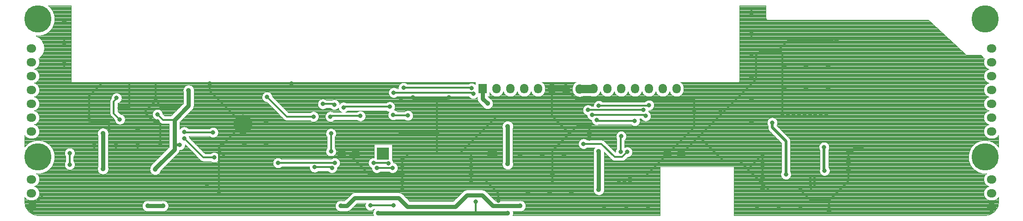
<source format=gbr>
G04 DipTrace 3.1.0.1*
G04 Bottom-Clock-IN12e.Bottom.gbr*
%MOIN*%
G04 #@! TF.FileFunction,Copper,L2,Bot*
G04 #@! TF.Part,Single*
G04 #@! TA.AperFunction,Conductor*
%ADD14C,0.011811*%
%ADD15C,0.019685*%
%ADD16C,0.059055*%
G04 #@! TA.AperFunction,ViaPad*
%ADD19C,0.031496*%
G04 #@! TA.AperFunction,CopperBalancing*
%ADD20C,0.003937*%
G04 #@! TA.AperFunction,ComponentPad*
%ADD33O,0.06X0.07*%
%ADD34R,0.06X0.065*%
%ADD35O,0.06X0.07*%
%ADD36O,0.07X0.06*%
%ADD38R,0.086614X0.086614*%
%ADD39C,0.074803*%
%ADD44C,0.19685*%
%ADD45C,0.137795*%
G04 #@! TA.AperFunction,ViaPad*
%ADD67C,0.023622*%
%ADD68C,0.035433*%
%FSLAX26Y26*%
G04*
G70*
G90*
G75*
G01*
G04 Bottom*
%LPD*%
X2516063Y771969D2*
D14*
X2638110D1*
X2642047Y768031D1*
X2964882D2*
X3079055D1*
X3189291Y1145984D2*
X3086929D1*
X3082992Y1149921D1*
X2846772Y1142047D2*
X2634173D1*
X2630236Y1138110D1*
X2508189D2*
X2315276D1*
X2173543Y1279843D1*
X4428268Y1337717D2*
D16*
X4527087D1*
D14*
X4528268Y1338898D1*
X5819213Y1094803D2*
D15*
Y1059370D1*
X5917638Y960945D1*
Y720787D1*
X1760157Y1378268D2*
D14*
Y1323150D1*
X2000315Y1082992D1*
X2350709Y1378268D2*
X1760157D1*
X1827087Y579055D2*
Y891037D1*
Y909764D1*
X2000315Y1082992D1*
X1760157Y1378268D2*
X1370394D1*
X1177480D1*
Y1201102D1*
X1110551D1*
X1031811Y1055433D2*
Y1098740D1*
X905827D1*
X890079Y1114488D1*
Y1287717D1*
X980630Y1378268D1*
X1177480D1*
X5894016Y1145984D2*
Y1594803D1*
X5886142Y1602677D1*
X5849633D1*
X5724724D1*
X5701102Y1579055D1*
Y1405433D1*
X5290394Y994724D1*
X5162126Y866457D1*
X5062126D1*
X5256220Y1169606D2*
Y1060551D1*
X5062126Y866457D1*
X5445197Y1169606D2*
X5256220D1*
Y1264094D1*
X4405827D1*
Y1260157D1*
X4328268Y1337717D1*
X4229449D1*
X4228268Y1338898D1*
Y1142047D1*
X3834961D1*
X3563307Y870394D1*
X3797559D1*
X3653715D1*
X3397953D1*
X3197165D1*
X3149921Y823150D1*
Y724724D1*
X2905827D1*
X2764094Y866457D1*
X2812520D1*
X2712520D1*
X3138110Y1016063D2*
X3394016D1*
X3397953Y1020000D1*
Y870394D1*
Y1020000D2*
Y1268031D1*
X3232598D1*
X3224724Y1275906D1*
X3145984D1*
X3138110Y1268031D1*
X3397953D2*
X3476693D1*
X3484567Y1275906D1*
X3149921Y622362D2*
Y673543D1*
Y724724D1*
Y771969D1*
Y823150D1*
X3645984D2*
Y771969D1*
Y724724D1*
Y673543D1*
Y823150D2*
Y862663D1*
X3653715Y870394D1*
X3842835Y531811D2*
Y582992D1*
X3748346Y677480D1*
X3649921D1*
X3645984Y673543D1*
X4232598Y681417D2*
Y720787D1*
Y892197D1*
X4355358Y1014957D1*
X4228268Y1142047D1*
X4791654Y705039D2*
X4900709D1*
X5062126Y866457D1*
X1527874Y1208976D2*
X1488504D1*
X1449134D1*
X1409764D1*
Y1212913D1*
X1370394Y1252283D1*
Y1378268D1*
X1382205Y1102677D2*
X1354646D1*
X1295591Y1161732D1*
Y1177480D1*
X1370394Y1252283D1*
X1827087Y579055D2*
X567244D1*
X472756Y484567D1*
X6244409Y1689291D2*
X6205039D1*
X6165669D1*
X6126299D1*
X6086929D1*
X6047559D1*
X6008189D1*
X5936247D1*
X5849633Y1602677D1*
X1401890Y933386D2*
Y1082992D1*
X1382205Y1102677D1*
X2712520Y866457D2*
Y846772D1*
X1871352D1*
X1827087Y891037D1*
X6228661Y453071D2*
Y492441D1*
Y531811D1*
X6098740D1*
X6023937Y606614D1*
X5795591D1*
X5643756Y758449D1*
X5582992Y819213D1*
X5465906D1*
X5290394Y994724D1*
X5748346Y614488D2*
Y653858D1*
Y693228D1*
Y732598D1*
Y771969D1*
Y811339D1*
Y850709D1*
X5736016D1*
X5643756Y758449D1*
X6023937Y606614D2*
X6098740D1*
Y645984D1*
X6094803Y649921D1*
Y677480D1*
Y705039D1*
X6126299D1*
Y697165D1*
X6122362Y693228D1*
Y681417D1*
X6126299Y677480D1*
Y649921D1*
X6370394Y756220D2*
Y799528D1*
Y842835D1*
Y886142D1*
X6397953D1*
X6417638Y905827D1*
X6460945D1*
X6370394Y756220D2*
Y673543D1*
X6228661Y531811D1*
X4500315Y980630D2*
Y1023937D1*
Y1067244D1*
X4407646D1*
X4355358Y1014957D1*
X2661732Y803465D2*
X2252283D1*
X2941260D2*
X3047559D1*
Y799528D1*
X4457008Y941260D2*
X4586929D1*
X4681417Y846772D1*
X4736535D1*
X4771969Y882205D1*
X3059370Y1208976D2*
X2728661D1*
X2724724Y1205039D1*
X2634173Y886142D2*
Y1016063D1*
X1783780Y1023937D2*
X1579055D1*
X1575118Y1027874D1*
X1791654Y842835D2*
X1712913D1*
X1575118Y980630D1*
X4567244Y1216850D2*
X4925512D1*
X4929449Y1220787D1*
X4488504Y1185354D2*
X4890079D1*
X4520000Y1149921D2*
X4897953D1*
X4905827Y1142047D1*
X748346Y791654D2*
Y874331D1*
X3157795Y1346772D2*
X3645984D1*
X3649921Y1342835D1*
X2917638Y496378D2*
X3086929D1*
X2575118Y1228661D2*
X2653858D1*
X2657795Y1224724D1*
X3086929Y1311339D2*
X3653858D1*
X3661732Y1303465D1*
X4567244Y610551D2*
D19*
Y886142D1*
X4000315Y492441D2*
X3803465D1*
X3724724Y571181D1*
X3614488D1*
X3531811Y488504D1*
X3185354D1*
X3122362Y551496D1*
X2807402D1*
X2748346Y492441D1*
X2705039D1*
X1421575D2*
X1311339D1*
X988504Y760157D2*
Y1016063D1*
X6193228Y917638D2*
D15*
Y752283D1*
D14*
X6197165Y748346D1*
X4724724Y882205D2*
Y992441D1*
X4728661Y996378D1*
X1366457Y756220D2*
D19*
Y764094D1*
X1504252Y901890D1*
Y934282D1*
Y1114488D1*
X1606614Y1216850D1*
Y1327087D1*
X1504252Y934282D2*
D15*
X1542726D1*
D14*
X1543622Y933386D1*
X2976693Y441260D2*
D19*
X3677480D1*
X3909764D1*
X3677480Y523937D2*
D14*
Y441260D1*
X3909764D2*
D3*
X1086929Y1271969D2*
Y1268031D1*
X1067244Y1248346D1*
Y1161732D1*
X1110551Y1118425D1*
X1504252Y1114488D2*
X1421575D1*
X1382205Y1153858D1*
X3909764Y795591D2*
D19*
Y1067244D1*
X3728268Y1338898D2*
Y1268425D1*
X3764094Y1232598D1*
X4551496Y1114488D2*
D14*
Y1106614D1*
X4827087D1*
D19*
X455039Y1883780D3*
Y1805039D3*
Y887717D3*
Y808976D3*
X520000Y1919213D3*
Y1765669D3*
Y923150D3*
Y769606D3*
X584961Y1883780D3*
Y1805039D3*
Y887717D3*
Y808976D3*
X5917638Y720787D3*
D67*
X6094803Y705039D3*
X6126299D3*
X6094803Y677480D3*
X6126299D3*
X6094803Y649921D3*
X6126299D3*
D19*
X5819213Y1094803D3*
X3059370Y1208976D3*
X2724724Y1205039D3*
X4724724Y882205D3*
X4728661Y996378D3*
X3157795Y1346772D3*
X3649921Y1342835D3*
X2575118Y1228661D3*
X2657795Y1224724D3*
X3086929Y1311339D3*
X3661732Y1303465D3*
X3189291Y1145984D3*
X3082992Y1149921D3*
D68*
X3909764Y441260D3*
D19*
X1543622Y933386D3*
X3677480Y523937D3*
D68*
X2705039Y492441D3*
D19*
X2964882Y768031D3*
D68*
X2976693Y441260D3*
X4567244Y886142D3*
Y610551D3*
D19*
X1791654Y842835D3*
X1575118Y980630D3*
X748346Y874331D3*
Y791654D3*
X2516063Y771969D3*
X2642047Y768031D3*
X3086929Y496378D3*
X2917638D3*
X1783780Y1023937D3*
X1575118Y1027874D3*
X1760157Y1378268D3*
X2350709D3*
X1827087Y579055D3*
D68*
X1366457Y756220D3*
X1606614Y1327087D3*
X4000315Y492441D3*
X1421575D3*
X1311339D3*
D19*
X3149921Y823150D3*
X1110551Y1201102D3*
X1031811Y1055433D3*
X890079Y1114488D3*
X5894016Y1145984D3*
X5933386D3*
X5972756D3*
X6012126D3*
X6051496D3*
X6090866D3*
X6130236D3*
X6169606D3*
X6208976D3*
X5256220Y1169606D3*
X5445197D3*
X4520000Y1149921D3*
X4905827Y1142047D3*
X4827087Y1106614D3*
X4551496Y1114488D3*
X3138110Y1268031D3*
Y1016063D3*
X3397953Y1020000D3*
X3149921Y771969D3*
X3397953Y1268031D3*
X3224724Y1275906D3*
X3484567D3*
X3149921Y724724D3*
Y673543D3*
Y622362D3*
X3645984Y823150D3*
Y771969D3*
Y724724D3*
Y673543D3*
X3842835Y531811D3*
X4232598Y720787D3*
Y681417D3*
X4712913Y661732D3*
X4752283D3*
X4791654D3*
Y705039D3*
D68*
X988504Y760157D3*
Y1016063D3*
D19*
X1110551Y1118425D3*
X1086929Y1271969D3*
X1382205Y1153858D3*
X1370394Y1252283D3*
X1409764Y1208976D3*
X1449134D3*
X1527874D3*
X1488504D3*
X1382205Y1102677D3*
X2846772Y1142047D3*
X2630236Y1138110D3*
X2508189D3*
X2173543Y1279843D3*
X6008189Y1689291D3*
X6047559D3*
X6086929D3*
X6126299D3*
X6165669D3*
X6205039D3*
X6244409D3*
X6283780D3*
X1401890Y933386D3*
X6228661Y453071D3*
Y492441D3*
Y531811D3*
X6023937Y606614D3*
X5748346Y614488D3*
Y653858D3*
Y693228D3*
Y732598D3*
Y771969D3*
Y811339D3*
Y850709D3*
X4771969Y882205D3*
X4457008Y941260D3*
X2661732Y803465D3*
X2252283D3*
X6197165Y748346D3*
X6193228Y917638D3*
D68*
X6370394Y756220D3*
Y799528D3*
Y842835D3*
Y886142D3*
X6417638Y905827D3*
X6460945D3*
X4500315Y1067244D3*
Y1023937D3*
Y980630D3*
X5708976Y472756D3*
X5866457D3*
X6023937D3*
D19*
X3079055Y768031D3*
D68*
X1240472Y1051496D3*
X1740472Y634173D3*
X5669606Y1890079D3*
Y1575118D3*
Y1732598D3*
Y1417638D3*
Y1102677D3*
Y1260157D3*
X4157795Y858583D3*
X4315276D3*
D19*
X2941260Y803465D3*
D68*
X4000315Y858583D3*
X4212913Y590866D3*
X4370394D3*
X4055433D3*
X5905827Y1496378D3*
X6063307D3*
X6220787D3*
X6063307Y1338898D3*
X5905827D3*
X6220787D3*
X1082992Y925512D3*
X925512D3*
X1240472D3*
X4606614Y472756D3*
X4764094D3*
X4921575D3*
X708976Y1831024D3*
Y1516063D3*
Y1673543D3*
D19*
X3047559Y799528D3*
D68*
X1850709Y945197D3*
X2165669Y1102677D3*
X2008189Y945197D3*
X2165669D3*
D19*
X2634173Y886142D3*
Y1016063D3*
X4488504Y1185354D3*
X4890079D3*
X4567244Y1216850D3*
X4929449Y1220787D3*
D68*
X3909764Y795591D3*
Y1067244D3*
X3764094Y1232598D3*
D19*
X7289685Y1883780D3*
Y1805039D3*
Y887717D3*
Y808976D3*
X7354646Y1919213D3*
Y1765669D3*
Y923150D3*
Y769606D3*
X7419606Y1883780D3*
Y1805039D3*
Y887717D3*
Y808976D3*
X597023Y1935486D2*
D20*
X757791D1*
X5581421D2*
X5773539D1*
X601406Y1931680D2*
X757791D1*
X5581421D2*
X5773539D1*
X605397Y1927874D2*
X757791D1*
X5581421D2*
X5773539D1*
X609042Y1924068D2*
X757791D1*
X5581421D2*
X5773539D1*
X612379Y1920262D2*
X757791D1*
X5581421D2*
X5773539D1*
X615455Y1916457D2*
X757791D1*
X5581421D2*
X5773539D1*
X618284Y1912651D2*
X757791D1*
X5581421D2*
X5773539D1*
X620891Y1908845D2*
X757791D1*
X5581421D2*
X5773539D1*
X623290Y1905039D2*
X757791D1*
X5581421D2*
X5773539D1*
X625497Y1901234D2*
X757791D1*
X5581421D2*
X5773539D1*
X627520Y1897428D2*
X757791D1*
X5581421D2*
X5773539D1*
X629380Y1893622D2*
X757791D1*
X5581421D2*
X5773539D1*
X631072Y1889816D2*
X757791D1*
X5581421D2*
X5773539D1*
X632610Y1886010D2*
X757791D1*
X5581421D2*
X5773539D1*
X634002Y1882205D2*
X757791D1*
X5581421D2*
X5773539D1*
X635247Y1878399D2*
X757791D1*
X5581421D2*
X5773539D1*
X636362Y1874593D2*
X757791D1*
X5581421D2*
X5773539D1*
X637339Y1870787D2*
X757791D1*
X5581421D2*
X5773539D1*
X638177Y1866982D2*
X757791D1*
X5581421D2*
X5773539D1*
X638900Y1863176D2*
X757791D1*
X5581421D2*
X5773539D1*
X639484Y1859370D2*
X757791D1*
X5581421D2*
X5773539D1*
X639953Y1855564D2*
X757791D1*
X5581421D2*
X5773539D1*
X640299Y1851759D2*
X757791D1*
X5581421D2*
X5773539D1*
X640522Y1847953D2*
X757791D1*
X5581421D2*
X5773824D1*
X640622Y1844147D2*
X757791D1*
X5581421D2*
X5775208D1*
X640607Y1840341D2*
X757791D1*
X5581421D2*
X5778245D1*
X640469Y1836535D2*
X757791D1*
X5581421D2*
X6946645D1*
X640207Y1832730D2*
X757791D1*
X5581421D2*
X6950743D1*
X639823Y1828924D2*
X757791D1*
X5581421D2*
X6954842D1*
X639315Y1825118D2*
X757791D1*
X5581421D2*
X6958940D1*
X638685Y1821312D2*
X757791D1*
X5581421D2*
X6963039D1*
X637931Y1817507D2*
X757791D1*
X5581421D2*
X6967137D1*
X637047Y1813701D2*
X757791D1*
X5581421D2*
X6971236D1*
X636032Y1809895D2*
X757791D1*
X5581421D2*
X6975334D1*
X634878Y1806089D2*
X757791D1*
X5581421D2*
X6979433D1*
X633587Y1802283D2*
X757791D1*
X5581421D2*
X6983531D1*
X632149Y1798478D2*
X757791D1*
X5581421D2*
X6987630D1*
X630565Y1794672D2*
X757791D1*
X5581421D2*
X6991728D1*
X628819Y1790866D2*
X757791D1*
X5581421D2*
X6995827D1*
X626912Y1787060D2*
X757791D1*
X5581421D2*
X6999925D1*
X624828Y1783255D2*
X757791D1*
X5581421D2*
X7004024D1*
X622568Y1779449D2*
X757791D1*
X5581421D2*
X7008122D1*
X620107Y1775643D2*
X757791D1*
X5581421D2*
X7012221D1*
X617431Y1771837D2*
X757791D1*
X5581421D2*
X7016319D1*
X614524Y1768031D2*
X757791D1*
X5581421D2*
X7020418D1*
X611372Y1764226D2*
X757791D1*
X5581421D2*
X7024516D1*
X607942Y1760420D2*
X757791D1*
X5581421D2*
X7028615D1*
X604197Y1756614D2*
X757791D1*
X5581421D2*
X7032713D1*
X600091Y1752808D2*
X757791D1*
X5581421D2*
X7036811D1*
X595577Y1749003D2*
X757791D1*
X5581421D2*
X7040910D1*
X590564Y1745197D2*
X757791D1*
X5581421D2*
X7045008D1*
X584935Y1741391D2*
X757791D1*
X5581421D2*
X7049107D1*
X578522Y1737585D2*
X757791D1*
X5581421D2*
X7053205D1*
X571025Y1733780D2*
X757791D1*
X5581421D2*
X7057304D1*
X561859Y1729974D2*
X757791D1*
X5581421D2*
X7061402D1*
X549471Y1726168D2*
X757791D1*
X5581421D2*
X7065501D1*
X506618Y1722362D2*
X757791D1*
X5581421D2*
X7069599D1*
X509194Y1718556D2*
X757791D1*
X5581421D2*
X7073698D1*
X516668Y1714751D2*
X757791D1*
X5581421D2*
X7077796D1*
X524135Y1710945D2*
X757791D1*
X5581421D2*
X7081895D1*
X529656Y1707139D2*
X757791D1*
X5581421D2*
X7085993D1*
X533462Y1703333D2*
X757791D1*
X5581421D2*
X7090092D1*
X537268Y1699528D2*
X757791D1*
X5581421D2*
X7094190D1*
X541075Y1695722D2*
X757791D1*
X5581421D2*
X7098289D1*
X544881Y1691916D2*
X757791D1*
X5581421D2*
X7102387D1*
X548310Y1688110D2*
X757791D1*
X5581421D2*
X7106486D1*
X550356Y1684304D2*
X757791D1*
X5581421D2*
X7110584D1*
X552293Y1680499D2*
X757791D1*
X5581421D2*
X7114683D1*
X554231Y1676693D2*
X757791D1*
X5581421D2*
X7118781D1*
X556177Y1672887D2*
X757791D1*
X5581421D2*
X7122880D1*
X558114Y1669081D2*
X757791D1*
X5581421D2*
X7126978D1*
X560052Y1665276D2*
X757791D1*
X5581421D2*
X7131077D1*
X561490Y1661470D2*
X757791D1*
X5581421D2*
X7135175D1*
X562121Y1657664D2*
X757791D1*
X5581421D2*
X7139274D1*
X562720Y1653858D2*
X757791D1*
X5581421D2*
X7143372D1*
X563328Y1650052D2*
X757791D1*
X5581421D2*
X7147471D1*
X563928Y1646247D2*
X757791D1*
X5581421D2*
X7151569D1*
X564535Y1642441D2*
X757791D1*
X5581421D2*
X7155668D1*
X565135Y1638635D2*
X757791D1*
X5581421D2*
X7159766D1*
X565650Y1634829D2*
X757791D1*
X5581421D2*
X7163865D1*
X565342Y1631024D2*
X757791D1*
X5581421D2*
X7167963D1*
X564743Y1627218D2*
X757791D1*
X5581421D2*
X7172062D1*
X564135Y1623412D2*
X757791D1*
X5581421D2*
X7176160D1*
X563535Y1619606D2*
X757791D1*
X5581421D2*
X7180259D1*
X562928Y1615801D2*
X757791D1*
X5581421D2*
X7184357D1*
X562328Y1611995D2*
X757791D1*
X5581421D2*
X7188455D1*
X561728Y1608189D2*
X757791D1*
X5581421D2*
X7192554D1*
X560690Y1604383D2*
X757791D1*
X5581421D2*
X7196652D1*
X558783Y1600577D2*
X757791D1*
X5581421D2*
X7200751D1*
X556846Y1596772D2*
X757791D1*
X5581421D2*
X7204849D1*
X554900Y1592966D2*
X757791D1*
X5581421D2*
X7208948D1*
X552962Y1589160D2*
X757791D1*
X5581421D2*
X7213046D1*
X551025Y1585354D2*
X757791D1*
X5581421D2*
X7217245D1*
X549087Y1581549D2*
X757791D1*
X5581421D2*
X7325559D1*
X546188Y1577743D2*
X757791D1*
X5581421D2*
X7328458D1*
X542382Y1573937D2*
X757791D1*
X5581421D2*
X7332264D1*
X538583Y1570131D2*
X757791D1*
X5581421D2*
X7336063D1*
X534777Y1566325D2*
X757791D1*
X5581421D2*
X7339869D1*
X530971Y1562520D2*
X757791D1*
X5581421D2*
X7343675D1*
X526618Y1558714D2*
X757791D1*
X5581421D2*
X7348027D1*
X524327Y1554908D2*
X757791D1*
X5581421D2*
X7350319D1*
X526072Y1551102D2*
X757791D1*
X5581421D2*
X7348573D1*
X527464Y1547297D2*
X757791D1*
X5581421D2*
X7347182D1*
X528533Y1543491D2*
X757791D1*
X5581421D2*
X7346113D1*
X529294Y1539685D2*
X757791D1*
X5581421D2*
X7345351D1*
X529771Y1535879D2*
X757791D1*
X5581421D2*
X7344875D1*
X529956Y1532073D2*
X757791D1*
X5581421D2*
X7344690D1*
X529863Y1528268D2*
X757791D1*
X5581421D2*
X7344782D1*
X529494Y1524462D2*
X757791D1*
X5581421D2*
X7345151D1*
X528833Y1520656D2*
X757791D1*
X5581421D2*
X7345813D1*
X527872Y1516850D2*
X757791D1*
X5581421D2*
X7346774D1*
X526595Y1513045D2*
X757791D1*
X5581421D2*
X7348050D1*
X524973Y1509239D2*
X757791D1*
X5581421D2*
X7349673D1*
X522974Y1505433D2*
X757791D1*
X5581421D2*
X7351672D1*
X520544Y1501627D2*
X757791D1*
X5581421D2*
X7354102D1*
X517591Y1497822D2*
X757791D1*
X5581421D2*
X7357055D1*
X514000Y1494016D2*
X757791D1*
X5581421D2*
X7360646D1*
X509555Y1490210D2*
X757791D1*
X5581421D2*
X7365090D1*
X503804Y1486404D2*
X757791D1*
X5581421D2*
X7370842D1*
X495499Y1482598D2*
X757791D1*
X5581421D2*
X7379147D1*
X499128Y1478793D2*
X757791D1*
X5581421D2*
X7375517D1*
X506187Y1474987D2*
X757791D1*
X5581421D2*
X7368458D1*
X511362Y1471181D2*
X757791D1*
X5581421D2*
X7363283D1*
X515453Y1467375D2*
X757791D1*
X5581421D2*
X7359192D1*
X518775Y1463570D2*
X757791D1*
X5581421D2*
X7355871D1*
X521520Y1459764D2*
X757791D1*
X5581421D2*
X7353125D1*
X523781Y1455958D2*
X757791D1*
X5581421D2*
X7350865D1*
X525634Y1452152D2*
X757791D1*
X5581421D2*
X7349012D1*
X527118Y1448346D2*
X757791D1*
X5581421D2*
X7347528D1*
X528272Y1444541D2*
X757791D1*
X5581421D2*
X7346374D1*
X529117Y1440735D2*
X757791D1*
X5581421D2*
X7345528D1*
X529663Y1436929D2*
X757791D1*
X5581421D2*
X7344982D1*
X529932Y1433123D2*
X757791D1*
X5581421D2*
X7344713D1*
X529917Y1429318D2*
X757791D1*
X5581421D2*
X7344729D1*
X529625Y1425512D2*
X757791D1*
X5581421D2*
X7345021D1*
X529041Y1421706D2*
X757791D1*
X5581421D2*
X7345605D1*
X528164Y1417900D2*
X757791D1*
X5581421D2*
X7346482D1*
X526980Y1414094D2*
X757791D1*
X5581421D2*
X7347666D1*
X525457Y1410289D2*
X757791D1*
X5581421D2*
X7349188D1*
X523566Y1406483D2*
X757791D1*
X5581421D2*
X7351080D1*
X521259Y1402677D2*
X757791D1*
X5581421D2*
X7353387D1*
X518460Y1398871D2*
X757791D1*
X5581421D2*
X7356186D1*
X515069Y1395066D2*
X757791D1*
X5581421D2*
X7359577D1*
X510886Y1391260D2*
X757791D1*
X5581421D2*
X7363760D1*
X505565Y1387454D2*
X3676060D1*
X4156716D2*
X4401738D1*
X5156716D2*
X7369081D1*
X498213Y1383648D2*
X3150277D1*
X3165313D2*
X3676060D1*
X4161891D2*
X4396110D1*
X5161891D2*
X7376432D1*
X496576Y1379843D2*
X3139597D1*
X3175994D2*
X3643118D1*
X3656724D2*
X3676060D1*
X4165975D2*
X4391734D1*
X5165975D2*
X7378070D1*
X504480Y1376037D2*
X3133860D1*
X3181730D2*
X3631969D1*
X3667874D2*
X3676060D1*
X4169296D2*
X4388197D1*
X5169296D2*
X7370165D1*
X510063Y1372231D2*
X3129785D1*
X3673695D2*
X3676060D1*
X4172042D2*
X4385291D1*
X5172042D2*
X7364583D1*
X514407Y1368425D2*
X3126709D1*
X4174302D2*
X4382891D1*
X5174302D2*
X7360238D1*
X517922Y1364619D2*
X1593821D1*
X1619407D2*
X3124356D1*
X4176148D2*
X4380923D1*
X5176148D2*
X7356724D1*
X520813Y1360814D2*
X1585609D1*
X1627619D2*
X3122564D1*
X4177632D2*
X4379323D1*
X5177632D2*
X7353833D1*
X523197Y1357008D2*
X1580388D1*
X1632841D2*
X3121265D1*
X4178785D2*
X4378070D1*
X5178785D2*
X7351449D1*
X525157Y1353202D2*
X1576551D1*
X1636678D2*
X3120396D1*
X4179631D2*
X4377132D1*
X5179631D2*
X7349488D1*
X526741Y1349396D2*
X1573590D1*
X1639638D2*
X3119935D1*
X4180177D2*
X4376494D1*
X5180177D2*
X7347904D1*
X527987Y1345591D2*
X1571291D1*
X1641937D2*
X3071122D1*
X3102736D2*
X3119858D1*
X4180446D2*
X4376140D1*
X5180446D2*
X7346659D1*
X528910Y1341785D2*
X1569530D1*
X1643698D2*
X3064540D1*
X3109319D2*
X3120173D1*
X4180469D2*
X4376063D1*
X5180469D2*
X7345736D1*
X529540Y1337979D2*
X1568223D1*
X1645005D2*
X3060057D1*
X4180469D2*
X4376063D1*
X5180469D2*
X7345105D1*
X529886Y1334173D2*
X1567331D1*
X1645897D2*
X3056712D1*
X4180469D2*
X4376063D1*
X5180469D2*
X7344759D1*
X529948Y1330367D2*
X1566831D1*
X1646397D2*
X3054151D1*
X4180354D2*
X4376117D1*
X5180354D2*
X7344698D1*
X529733Y1326562D2*
X1566693D1*
X1646536D2*
X3052198D1*
X4179954D2*
X4376432D1*
X5179954D2*
X7344913D1*
X529233Y1322756D2*
X1566931D1*
X1646297D2*
X3050752D1*
X4179262D2*
X4377032D1*
X5179262D2*
X7345413D1*
X528441Y1318950D2*
X1567539D1*
X1645690D2*
X3049753D1*
X4178270D2*
X4377924D1*
X5178270D2*
X7346205D1*
X527341Y1315144D2*
X1568538D1*
X1644690D2*
X2160327D1*
X2186759D2*
X3049168D1*
X3876958D2*
X3879577D1*
X3976960D2*
X3979579D1*
X4076961D2*
X4079573D1*
X4176963D2*
X4379131D1*
X4576961D2*
X4579573D1*
X4676963D2*
X4679574D1*
X4776957D2*
X4779576D1*
X4876958D2*
X4879577D1*
X4976960D2*
X4979579D1*
X5076961D2*
X5079573D1*
X5176963D2*
X7347305D1*
X525911Y1311339D2*
X1568661D1*
X1644567D2*
X2152684D1*
X2194403D2*
X3048976D1*
X3875305D2*
X3881230D1*
X3975307D2*
X3981232D1*
X4075300D2*
X4081234D1*
X4175302D2*
X4380677D1*
X4575300D2*
X4581234D1*
X4675302D2*
X4681235D1*
X4775303D2*
X4781229D1*
X4875305D2*
X4881230D1*
X4975307D2*
X4981232D1*
X5075300D2*
X5081234D1*
X5175302D2*
X7348735D1*
X524127Y1307533D2*
X1074459D1*
X1099399D2*
X1568661D1*
X1644567D2*
X2147771D1*
X2199316D2*
X3049168D1*
X3780471D2*
X3783277D1*
X3873260D2*
X3883276D1*
X3973261D2*
X3983270D1*
X4073263D2*
X4083271D1*
X4173264D2*
X4382592D1*
X4573263D2*
X4583271D1*
X4673264D2*
X4683273D1*
X4773266D2*
X4783274D1*
X4873260D2*
X4883276D1*
X4973261D2*
X4983270D1*
X5073263D2*
X5083271D1*
X5173264D2*
X7350519D1*
X521943Y1303727D2*
X1066485D1*
X1107373D2*
X1568661D1*
X1644567D2*
X2144164D1*
X2202922D2*
X3049753D1*
X3780471D2*
X3785750D1*
X3870784D2*
X3885752D1*
X3970785D2*
X3985753D1*
X4070779D2*
X4085755D1*
X4170780D2*
X4384929D1*
X4570779D2*
X4585755D1*
X4670780D2*
X4685756D1*
X4770782D2*
X4785750D1*
X4870784D2*
X4885752D1*
X4970785D2*
X4985753D1*
X5070779D2*
X5085755D1*
X5170780D2*
X7352703D1*
X519290Y1299921D2*
X1061449D1*
X1112410D2*
X1568661D1*
X1644567D2*
X2141411D1*
X2205675D2*
X3050752D1*
X3780471D2*
X3788757D1*
X3867777D2*
X3888758D1*
X3967779D2*
X3988760D1*
X4067780D2*
X4088762D1*
X4167774D2*
X4387767D1*
X4567780D2*
X4588762D1*
X4667774D2*
X4688755D1*
X4767775D2*
X4788757D1*
X4867777D2*
X4888758D1*
X4967779D2*
X4988760D1*
X5067780D2*
X5088762D1*
X5167774D2*
X7355355D1*
X516076Y1296115D2*
X1057765D1*
X1116093D2*
X1568661D1*
X1644567D2*
X2139297D1*
X2207790D2*
X3052198D1*
X3780471D2*
X3792425D1*
X3864117D2*
X3892419D1*
X3964111D2*
X3992420D1*
X4064112D2*
X4092422D1*
X4164114D2*
X4391204D1*
X4564112D2*
X4592422D1*
X4664114D2*
X4692423D1*
X4764115D2*
X4792425D1*
X4864117D2*
X4892419D1*
X4964111D2*
X4992420D1*
X5064112D2*
X5092422D1*
X5164114D2*
X7358570D1*
X512131Y1292310D2*
X1054959D1*
X1118900D2*
X1568661D1*
X1644567D2*
X2137720D1*
X2209366D2*
X3054151D1*
X3780471D2*
X3796977D1*
X3859565D2*
X3896971D1*
X3959558D2*
X3996972D1*
X4059560D2*
X4096974D1*
X4159562D2*
X4395448D1*
X4559560D2*
X4596974D1*
X4659562D2*
X4696975D1*
X4759563D2*
X4796977D1*
X4859565D2*
X4896971D1*
X4959558D2*
X4996972D1*
X5059560D2*
X5096974D1*
X5159562D2*
X7362514D1*
X507179Y1288504D2*
X1052813D1*
X1121045D2*
X1568661D1*
X1644567D2*
X2136605D1*
X2210481D2*
X3056712D1*
X3780471D2*
X3802898D1*
X3853636D2*
X3902899D1*
X3953638D2*
X4002901D1*
X4053639D2*
X4102895D1*
X4153641D2*
X4400862D1*
X4553639D2*
X4602895D1*
X4653641D2*
X4702896D1*
X4753635D2*
X4802898D1*
X4853636D2*
X4902899D1*
X4953638D2*
X5002901D1*
X5053639D2*
X5102895D1*
X5153641D2*
X7367466D1*
X500551Y1284698D2*
X1051198D1*
X1122660D2*
X1568661D1*
X1644567D2*
X2135906D1*
X2211181D2*
X3060057D1*
X3780471D2*
X3811633D1*
X3844901D2*
X3911635D1*
X3944902D2*
X4011628D1*
X4044904D2*
X4111630D1*
X4144905D2*
X4408413D1*
X4448117D2*
X4511628D1*
X4544904D2*
X4611630D1*
X4644905D2*
X4711632D1*
X4744907D2*
X4811633D1*
X4844901D2*
X4911635D1*
X4944902D2*
X5011628D1*
X5044904D2*
X5111630D1*
X5144905D2*
X7374095D1*
X493531Y1280892D2*
X1050053D1*
X1123806D2*
X1568661D1*
X1644567D2*
X2135606D1*
X2212081D2*
X3064540D1*
X3109319D2*
X3631323D1*
X3769313D2*
X7381115D1*
X502619Y1277087D2*
X1049330D1*
X1124528D2*
X1568661D1*
X1644567D2*
X2135690D1*
X2215887D2*
X3071122D1*
X3102736D2*
X3634598D1*
X3773120D2*
X7372026D1*
X508679Y1273281D2*
X1048999D1*
X1124859D2*
X1568661D1*
X1644567D2*
X2136167D1*
X2219693D2*
X3638989D1*
X3684475D2*
X3690316D1*
X3776926D2*
X7365967D1*
X513308Y1269475D2*
X1048784D1*
X1124797D2*
X1568661D1*
X1644567D2*
X2137051D1*
X2223499D2*
X3645356D1*
X3678109D2*
X3690316D1*
X3780725D2*
X7361338D1*
X517022Y1265669D2*
X1045216D1*
X1124351D2*
X1568661D1*
X1644567D2*
X2138366D1*
X2227306D2*
X2568315D1*
X2581921D2*
X3690416D1*
X3786138D2*
X7357624D1*
X520075Y1261864D2*
X1042655D1*
X1123498D2*
X1568661D1*
X1644567D2*
X2140173D1*
X2231112D2*
X2557166D1*
X2593071D2*
X2651800D1*
X2663791D2*
X3690893D1*
X3791059D2*
X7354571D1*
X522589Y1258058D2*
X1040895D1*
X1122214D2*
X1568661D1*
X1644567D2*
X2142557D1*
X2234918D2*
X2551345D1*
X2598892D2*
X2640096D1*
X2675494D2*
X3691777D1*
X3794727D2*
X4924407D1*
X4934491D2*
X7352057D1*
X524658Y1254252D2*
X1039772D1*
X1120438D2*
X1568661D1*
X1644567D2*
X2145656D1*
X2238725D2*
X2547231D1*
X2681400D2*
X3693092D1*
X3797557D2*
X4563417D1*
X4571071D2*
X4912004D1*
X4946894D2*
X7349988D1*
X526342Y1250446D2*
X1039211D1*
X1118108D2*
X1568661D1*
X1644567D2*
X2149770D1*
X2242531D2*
X2544132D1*
X2685560D2*
X3694899D1*
X3799756D2*
X4550060D1*
X4584428D2*
X4906014D1*
X4952884D2*
X7348304D1*
X527672Y1246640D2*
X1039134D1*
X1115055D2*
X1568661D1*
X1644567D2*
X2155591D1*
X2246337D2*
X2541748D1*
X2688689D2*
X3697275D1*
X3801440D2*
X4543978D1*
X4590510D2*
X4901807D1*
X4957090D2*
X7346974D1*
X528687Y1242835D2*
X1039134D1*
X1111026D2*
X1568661D1*
X1644567D2*
X2166740D1*
X2250143D2*
X2539941D1*
X2691096D2*
X3042717D1*
X3076023D2*
X3700382D1*
X3802670D2*
X4539733D1*
X4960251D2*
X7345959D1*
X529402Y1239029D2*
X1039134D1*
X1105366D2*
X1568661D1*
X1644567D2*
X2174768D1*
X2253950D2*
X2538626D1*
X2692918D2*
X2708348D1*
X2741101D2*
X3036450D1*
X3082290D2*
X3704157D1*
X3803493D2*
X4536542D1*
X4962673D2*
X7345244D1*
X529817Y1235223D2*
X1039134D1*
X1095354D2*
X1568661D1*
X1644567D2*
X2178575D1*
X2257756D2*
X2537742D1*
X2694249D2*
X2701981D1*
X3086627D2*
X3707956D1*
X3803931D2*
X4534089D1*
X4964518D2*
X7344829D1*
X529963Y1231417D2*
X1039134D1*
X1095354D2*
X1567669D1*
X1644567D2*
X2182381D1*
X2261562D2*
X2537265D1*
X2695148D2*
X2697591D1*
X3089880D2*
X3711762D1*
X3804001D2*
X4532229D1*
X4965864D2*
X7344682D1*
X529817Y1227612D2*
X1039134D1*
X1095354D2*
X1563863D1*
X1644567D2*
X2186187D1*
X2265369D2*
X2537181D1*
X3092371D2*
X3715569D1*
X3803701D2*
X4530868D1*
X4966779D2*
X7344829D1*
X529402Y1223806D2*
X1039134D1*
X1095354D2*
X1560057D1*
X1644567D2*
X2189986D1*
X2269167D2*
X2537480D1*
X3094270D2*
X3719375D1*
X3803024D2*
X4529945D1*
X4967279D2*
X7345244D1*
X528687Y1220000D2*
X1039134D1*
X1095354D2*
X1556250D1*
X1644567D2*
X2193792D1*
X2272974D2*
X2538180D1*
X3095670D2*
X3723181D1*
X3801955D2*
X4473604D1*
X4503404D2*
X4529422D1*
X4967394D2*
X7345959D1*
X527672Y1216194D2*
X1039134D1*
X1095354D2*
X1552444D1*
X1644559D2*
X2197598D1*
X2276780D2*
X2539295D1*
X3096623D2*
X3726987D1*
X3800448D2*
X4466676D1*
X4510332D2*
X4529299D1*
X4967117D2*
X7346974D1*
X526342Y1212388D2*
X1039134D1*
X1095354D2*
X1548646D1*
X1644298D2*
X2201405D1*
X2280586D2*
X2540872D1*
X3097169D2*
X3729733D1*
X3798456D2*
X4462039D1*
X4966448D2*
X7348304D1*
X524658Y1208583D2*
X1039134D1*
X1095354D2*
X1544839D1*
X1643644D2*
X2205211D1*
X2284392D2*
X2542986D1*
X3097323D2*
X3732309D1*
X3795880D2*
X4458594D1*
X4965364D2*
X7349988D1*
X522589Y1204777D2*
X1039134D1*
X1095354D2*
X1541033D1*
X1642576D2*
X2209017D1*
X2288199D2*
X2545739D1*
X3097085D2*
X3735623D1*
X3792566D2*
X4455964D1*
X4963818D2*
X7352057D1*
X520075Y1200971D2*
X1039134D1*
X1095354D2*
X1537227D1*
X1641045D2*
X2212823D1*
X2292005D2*
X2549345D1*
X3096462D2*
X3739990D1*
X3788199D2*
X4453950D1*
X4961750D2*
X7354571D1*
X517022Y1197165D2*
X1039134D1*
X1095354D2*
X1533420D1*
X1638992D2*
X2216630D1*
X2295811D2*
X2554259D1*
X2595977D2*
X2631884D1*
X2683706D2*
X2687610D1*
X3095416D2*
X3746180D1*
X3782009D2*
X4452458D1*
X4959043D2*
X7357624D1*
X513308Y1193360D2*
X1039134D1*
X1095354D2*
X1529614D1*
X1636316D2*
X2220436D1*
X2299618D2*
X2561902D1*
X2588334D2*
X2636736D1*
X2678854D2*
X2688632D1*
X3093924D2*
X3758929D1*
X3769260D2*
X4451412D1*
X4955498D2*
X7361338D1*
X508679Y1189554D2*
X1039134D1*
X1095354D2*
X1370127D1*
X1394283D2*
X1525808D1*
X1632825D2*
X2224242D1*
X2303424D2*
X2644218D1*
X2671373D2*
X2690116D1*
X3091910D2*
X4450789D1*
X4950700D2*
X7365967D1*
X502619Y1185748D2*
X1039134D1*
X1095354D2*
X1361968D1*
X1402441D2*
X1522002D1*
X1629019D2*
X2228049D1*
X2307230D2*
X2692108D1*
X3094662D2*
X4450551D1*
X4943364D2*
X7372026D1*
X493531Y1181942D2*
X1039134D1*
X1095354D2*
X1356870D1*
X1407539D2*
X1518195D1*
X1625213D2*
X2231855D1*
X2311036D2*
X2694715D1*
X3103013D2*
X3178052D1*
X3200531D2*
X4450705D1*
X4927878D2*
X7381115D1*
X500551Y1178136D2*
X1039134D1*
X1095354D2*
X1353156D1*
X1411253D2*
X1514389D1*
X1621414D2*
X2235661D1*
X2314843D2*
X2698121D1*
X2751328D2*
X2835970D1*
X2857573D2*
X3037542D1*
X3108173D2*
X3169486D1*
X3209097D2*
X4451251D1*
X4927332D2*
X7374095D1*
X507179Y1174331D2*
X1039134D1*
X1095354D2*
X1350319D1*
X1414091D2*
X1510583D1*
X1617608D2*
X2239467D1*
X2318649D2*
X2497857D1*
X2518521D2*
X2619904D1*
X2640569D2*
X2702704D1*
X2746745D2*
X2827181D1*
X2866362D2*
X3044470D1*
X3111933D2*
X3164257D1*
X3214326D2*
X4452204D1*
X4926378D2*
X7367466D1*
X512131Y1170525D2*
X1039134D1*
X1098046D2*
X1348150D1*
X1416259D2*
X1506776D1*
X1613802D2*
X2243274D1*
X2322455D2*
X2488822D1*
X2527556D2*
X2610869D1*
X2649604D2*
X2709517D1*
X2739932D2*
X2821891D1*
X2871652D2*
X3051198D1*
X3218117D2*
X4453604D1*
X4930708D2*
X7362514D1*
X516076Y1166719D2*
X1039134D1*
X1101844D2*
X1346520D1*
X1417889D2*
X1502970D1*
X1609995D2*
X2247072D1*
X2326254D2*
X2483462D1*
X2532916D2*
X2605509D1*
X2875482D2*
X3049007D1*
X3221000D2*
X4455503D1*
X4934537D2*
X7358570D1*
X519290Y1162913D2*
X1039134D1*
X1105651D2*
X1345359D1*
X1419050D2*
X1499164D1*
X1606189D2*
X2250879D1*
X2536784D2*
X2601641D1*
X2878396D2*
X3047361D1*
X3223215D2*
X4457994D1*
X4937451D2*
X7355355D1*
X521943Y1159108D2*
X1039257D1*
X1109457D2*
X1344621D1*
X1419789D2*
X1495358D1*
X1602383D2*
X2254685D1*
X2539721D2*
X2598704D1*
X2880626D2*
X3046177D1*
X3224876D2*
X4461247D1*
X4939681D2*
X7352703D1*
X524127Y1155302D2*
X1039887D1*
X1118069D2*
X1344283D1*
X1420350D2*
X1491559D1*
X1598576D2*
X2258491D1*
X2541974D2*
X2596451D1*
X2882310D2*
X3045424D1*
X3226068D2*
X4465584D1*
X4941365D2*
X7350519D1*
X525911Y1151496D2*
X1041095D1*
X1128750D2*
X1344329D1*
X1424156D2*
X1487753D1*
X1594770D2*
X2262297D1*
X2543674D2*
X2594752D1*
X2883517D2*
X3045070D1*
X3226837D2*
X4471851D1*
X4942572D2*
X7348735D1*
X527341Y1147690D2*
X1042955D1*
X1134486D2*
X1344759D1*
X1427962D2*
X1483946D1*
X1590964D2*
X2266104D1*
X2544896D2*
X2593529D1*
X2884302D2*
X3045108D1*
X3227206D2*
X4482116D1*
X4943357D2*
X7347305D1*
X528441Y1143885D2*
X1045647D1*
X1138562D2*
X1345597D1*
X1431769D2*
X1480140D1*
X1587158D2*
X2269910D1*
X2545696D2*
X2592729D1*
X2884678D2*
X3045531D1*
X3227183D2*
X4482539D1*
X4943734D2*
X7346205D1*
X529233Y1140079D2*
X1049307D1*
X1141637D2*
X1346874D1*
X1583351D2*
X2273716D1*
X2546088D2*
X2592337D1*
X2884671D2*
X3046354D1*
X3226775D2*
X4483362D1*
X4943726D2*
X7345413D1*
X529733Y1136273D2*
X1053113D1*
X1143990D2*
X1348619D1*
X1579545D2*
X2277523D1*
X2546096D2*
X2592329D1*
X2884279D2*
X3047607D1*
X3225968D2*
X4484615D1*
X4943334D2*
X7344913D1*
X529948Y1132467D2*
X1056919D1*
X1145782D2*
X1350942D1*
X1575739D2*
X2281329D1*
X2545719D2*
X2592706D1*
X2883479D2*
X3049338D1*
X3224730D2*
X4486346D1*
X4942534D2*
X7344698D1*
X529886Y1128661D2*
X1060726D1*
X1147082D2*
X1353956D1*
X1571932D2*
X2285135D1*
X2544935D2*
X2593491D1*
X2882256D2*
X3051637D1*
X3223007D2*
X4488645D1*
X4941311D2*
X5802560D1*
X5835866D2*
X7344759D1*
X529540Y1124856D2*
X1064532D1*
X1147950D2*
X1357947D1*
X1568126D2*
X2288941D1*
X2543727D2*
X2594698D1*
X2880557D2*
X3054628D1*
X3220739D2*
X4491636D1*
X4939612D2*
X5796293D1*
X5842133D2*
X7345105D1*
X528910Y1121050D2*
X1068338D1*
X1148412D2*
X1363529D1*
X1564327D2*
X2292748D1*
X2542043D2*
X2596382D1*
X2878304D2*
X3058573D1*
X3217771D2*
X4495581D1*
X4862156D2*
X4874295D1*
X4937359D2*
X5791956D1*
X5846469D2*
X7345736D1*
X527987Y1117244D2*
X1072145D1*
X1148489D2*
X1373441D1*
X1560521D2*
X2296639D1*
X2539813D2*
X2598612D1*
X2875366D2*
X3064078D1*
X3101906D2*
X3164718D1*
X3213865D2*
X4501086D1*
X4863502D2*
X4877232D1*
X4934422D2*
X5788703D1*
X5849722D2*
X7346659D1*
X526741Y1113438D2*
X1072929D1*
X1148173D2*
X1383037D1*
X1556715D2*
X2302252D1*
X2536899D2*
X2601526D1*
X2658946D2*
X2822045D1*
X2871499D2*
X3073675D1*
X3092309D2*
X3170155D1*
X3208428D2*
X4510683D1*
X4864417D2*
X4881100D1*
X4930554D2*
X5786212D1*
X5852213D2*
X7347904D1*
X525157Y1109633D2*
X1073644D1*
X1147458D2*
X1386836D1*
X1552909D2*
X2483308D1*
X2533070D2*
X2605355D1*
X2655117D2*
X2827404D1*
X2866139D2*
X3179451D1*
X3199132D2*
X4513858D1*
X4864916D2*
X4886459D1*
X4925194D2*
X5784312D1*
X5854113D2*
X7349488D1*
X523197Y1105827D2*
X1074774D1*
X1146328D2*
X1390642D1*
X1549102D2*
X2488599D1*
X2527779D2*
X2610646D1*
X2649827D2*
X2836439D1*
X2857104D2*
X3900777D1*
X3918750D2*
X4514558D1*
X4865032D2*
X4895494D1*
X4916159D2*
X5782913D1*
X5855512D2*
X7351449D1*
X520813Y1102021D2*
X1076374D1*
X1144729D2*
X1394449D1*
X1545296D2*
X2497388D1*
X2518990D2*
X2619435D1*
X2641038D2*
X3890581D1*
X3928947D2*
X4515673D1*
X4864755D2*
X5781959D1*
X5856466D2*
X7353833D1*
X517922Y1098215D2*
X1078496D1*
X1142606D2*
X1398255D1*
X1542205D2*
X3884806D1*
X3934721D2*
X4517249D1*
X4864086D2*
X5781413D1*
X5857012D2*
X7356724D1*
X514407Y1094409D2*
X1081280D1*
X1139823D2*
X1402077D1*
X1542205D2*
X3880654D1*
X3938874D2*
X4519364D1*
X4863002D2*
X5781260D1*
X5857166D2*
X7360238D1*
X510063Y1090604D2*
X1084924D1*
X1136178D2*
X1407121D1*
X1542205D2*
X3877486D1*
X3942042D2*
X4522117D1*
X4861456D2*
X5781498D1*
X5856927D2*
X7364583D1*
X504480Y1086798D2*
X1089900D1*
X1131203D2*
X1419970D1*
X1542205D2*
X3875017D1*
X3944510D2*
X4525723D1*
X4859388D2*
X5782121D1*
X5856304D2*
X7370165D1*
X496576Y1082992D2*
X1097697D1*
X1123406D2*
X1466299D1*
X1542205D2*
X3873118D1*
X3946409D2*
X4530637D1*
X4856681D2*
X5783167D1*
X5855259D2*
X7378070D1*
X498213Y1079186D2*
X1466299D1*
X1542205D2*
X3871688D1*
X3947840D2*
X4538280D1*
X4853136D2*
X5784658D1*
X5853767D2*
X7376432D1*
X505565Y1075381D2*
X1466299D1*
X1542205D2*
X3870688D1*
X3948839D2*
X4805835D1*
X4848338D2*
X5786673D1*
X5851752D2*
X7369081D1*
X510886Y1071575D2*
X1466299D1*
X1542205D2*
X3870081D1*
X3949447D2*
X4813171D1*
X4841002D2*
X5787165D1*
X5852167D2*
X7363760D1*
X515069Y1067769D2*
X1466299D1*
X1542205D2*
X3869842D1*
X3949685D2*
X5787165D1*
X5855974D2*
X7359577D1*
X518460Y1063963D2*
X1466299D1*
X1542205D2*
X1564317D1*
X1585920D2*
X3869981D1*
X3949547D2*
X5787165D1*
X5859780D2*
X7356186D1*
X521259Y1060157D2*
X1466299D1*
X1542205D2*
X1555528D1*
X1594709D2*
X1773447D1*
X1794112D2*
X3870481D1*
X3949047D2*
X5787165D1*
X5863586D2*
X7353387D1*
X523566Y1056352D2*
X1466299D1*
X1542205D2*
X1550237D1*
X1599999D2*
X1764412D1*
X1803147D2*
X3871373D1*
X3948155D2*
X5787311D1*
X5867393D2*
X7351080D1*
X525457Y1052546D2*
X972897D1*
X1004111D2*
X1466299D1*
X1542205D2*
X1546408D1*
X1603828D2*
X1759053D1*
X1808507D2*
X2624856D1*
X2643491D2*
X3871811D1*
X3947717D2*
X5787911D1*
X5871199D2*
X7349188D1*
X526980Y1048740D2*
X965868D1*
X1011139D2*
X1466299D1*
X1812374D2*
X2615259D1*
X2653087D2*
X3871811D1*
X3947717D2*
X5789003D1*
X5874997D2*
X7347666D1*
X528164Y1044934D2*
X961116D1*
X1015892D2*
X1466299D1*
X1815312D2*
X2609754D1*
X2658593D2*
X3871811D1*
X3947717D2*
X5790649D1*
X5878804D2*
X7346482D1*
X529041Y1041129D2*
X957548D1*
X1019459D2*
X1466299D1*
X1817565D2*
X2605809D1*
X2662537D2*
X3871811D1*
X3947717D2*
X5792948D1*
X5882610D2*
X7345605D1*
X529625Y1037323D2*
X954788D1*
X1022220D2*
X1466299D1*
X1819264D2*
X2602818D1*
X2665529D2*
X3871811D1*
X3947717D2*
X5796108D1*
X5886416D2*
X7345021D1*
X529917Y1033517D2*
X952643D1*
X1024365D2*
X1466299D1*
X1820487D2*
X2600519D1*
X2667828D2*
X3871811D1*
X3947717D2*
X4722666D1*
X4734657D2*
X5799907D1*
X5890223D2*
X7344729D1*
X529932Y1029711D2*
X951012D1*
X1025995D2*
X1466299D1*
X1821286D2*
X2598789D1*
X2669558D2*
X3871811D1*
X3947717D2*
X4710963D1*
X4746360D2*
X5803713D1*
X5894029D2*
X7344713D1*
X529663Y1025906D2*
X949828D1*
X1027180D2*
X1466299D1*
X1821679D2*
X2597535D1*
X2670811D2*
X3871811D1*
X3947717D2*
X4705057D1*
X4752266D2*
X5807519D1*
X5897835D2*
X7344982D1*
X529117Y1022100D2*
X949044D1*
X1027964D2*
X1466299D1*
X1821686D2*
X2596712D1*
X2671634D2*
X3871811D1*
X3947717D2*
X4700897D1*
X4756426D2*
X5811326D1*
X5901641D2*
X7345528D1*
X528272Y1018294D2*
X948644D1*
X1028364D2*
X1466299D1*
X1821310D2*
X2596290D1*
X2672057D2*
X3871811D1*
X3947717D2*
X4697767D1*
X4759555D2*
X5815132D1*
X5905448D2*
X7346374D1*
X527118Y1014488D2*
X948613D1*
X1028395D2*
X1466299D1*
X1820525D2*
X2596251D1*
X2672095D2*
X3871811D1*
X3947717D2*
X4695361D1*
X4761962D2*
X5818938D1*
X5909254D2*
X7347528D1*
X525634Y1010682D2*
X948952D1*
X1028056D2*
X1466299D1*
X1819318D2*
X2596605D1*
X2671742D2*
X3871811D1*
X3947717D2*
X4693538D1*
X4763785D2*
X5822744D1*
X5913060D2*
X7349012D1*
X523781Y1006877D2*
X949667D1*
X1027341D2*
X1466299D1*
X1817634D2*
X2597358D1*
X2670988D2*
X3871811D1*
X3947717D2*
X4692208D1*
X4765115D2*
X5826551D1*
X5916867D2*
X7350865D1*
X521520Y1003071D2*
X950551D1*
X1026457D2*
X1466299D1*
X1815404D2*
X2598543D1*
X2669804D2*
X3871811D1*
X3947717D2*
X4691308D1*
X4766015D2*
X5830357D1*
X5920673D2*
X7353125D1*
X423941Y999265D2*
X426741D1*
X518775D2*
X950551D1*
X1026457D2*
X1466299D1*
X1812490D2*
X2600188D1*
X2668158D2*
X3871811D1*
X3947717D2*
X4690816D1*
X4766507D2*
X5834156D1*
X5924479D2*
X7355871D1*
X7447909D2*
X7450713D1*
X423941Y995459D2*
X430059D1*
X515453D2*
X950551D1*
X1026457D2*
X1466299D1*
X1610018D2*
X1758899D1*
X1808660D2*
X2602380D1*
X2665967D2*
X3871811D1*
X3947717D2*
X4690716D1*
X4766607D2*
X5837962D1*
X5928285D2*
X7359192D1*
X7444587D2*
X7450713D1*
X423941Y991654D2*
X434149D1*
X511362D2*
X950551D1*
X1026457D2*
X1466299D1*
X1611418D2*
X1764189D1*
X1803370D2*
X2605232D1*
X2663114D2*
X3871811D1*
X3947717D2*
X4691008D1*
X4766314D2*
X5841768D1*
X5932084D2*
X7363283D1*
X7440496D2*
X7450713D1*
X423941Y987848D2*
X439324D1*
X506187D2*
X950551D1*
X1026457D2*
X1466299D1*
X1612371D2*
X1772978D1*
X1794581D2*
X2606063D1*
X2662284D2*
X3871811D1*
X3947717D2*
X4691693D1*
X4765630D2*
X5845574D1*
X5935890D2*
X7368458D1*
X7435321D2*
X7450713D1*
X423941Y984042D2*
X446383D1*
X499128D2*
X950551D1*
X1026457D2*
X1466299D1*
X1612917D2*
X2606063D1*
X2662284D2*
X3871811D1*
X3947717D2*
X4692792D1*
X4764530D2*
X5849381D1*
X5939697D2*
X7375517D1*
X7428262D2*
X7450713D1*
X423941Y980236D2*
X459309D1*
X486202D2*
X950551D1*
X1026457D2*
X1466299D1*
X1615101D2*
X2606063D1*
X2662284D2*
X3871811D1*
X3947717D2*
X4694353D1*
X4762970D2*
X5853187D1*
X5943126D2*
X7388443D1*
X7415336D2*
X7450713D1*
X423941Y976430D2*
X950551D1*
X1026457D2*
X1466299D1*
X1618907D2*
X2606063D1*
X2662284D2*
X3871811D1*
X3947717D2*
X4443431D1*
X4470585D2*
X4696445D1*
X4760878D2*
X5856993D1*
X5945641D2*
X7450713D1*
X423941Y972625D2*
X950551D1*
X1026457D2*
X1466299D1*
X1622714D2*
X2606063D1*
X2662284D2*
X3871811D1*
X3947717D2*
X4435949D1*
X4478067D2*
X4696614D1*
X4758148D2*
X5860800D1*
X5947455D2*
X7450713D1*
X423941Y968819D2*
X950551D1*
X1026457D2*
X1466299D1*
X1626520D2*
X2606063D1*
X2662284D2*
X3871811D1*
X3947717D2*
X4431097D1*
X4590272D2*
X4696614D1*
X4754573D2*
X5864606D1*
X5948693D2*
X7450713D1*
X423941Y965013D2*
X497795D1*
X542205D2*
X950551D1*
X1026457D2*
X1466299D1*
X1630326D2*
X2606063D1*
X2662284D2*
X3871811D1*
X3947717D2*
X4427521D1*
X4601606D2*
X4696614D1*
X4752835D2*
X5868412D1*
X5949424D2*
X7332441D1*
X7376851D2*
X7450713D1*
X423941Y961207D2*
X482708D1*
X557292D2*
X950551D1*
X1026457D2*
X1466299D1*
X1634132D2*
X2606063D1*
X2662284D2*
X3871811D1*
X3947717D2*
X4424791D1*
X4606566D2*
X4696614D1*
X4752835D2*
X5872218D1*
X5949685D2*
X7317354D1*
X7391937D2*
X7450713D1*
X423941Y957402D2*
X472512D1*
X567488D2*
X950551D1*
X1026457D2*
X1466299D1*
X1637939D2*
X2606063D1*
X2662284D2*
X3871811D1*
X3947717D2*
X4422700D1*
X4610380D2*
X4696614D1*
X4752835D2*
X5876025D1*
X5949685D2*
X7307158D1*
X7402134D2*
X7450713D1*
X423941Y953596D2*
X464423D1*
X575577D2*
X950551D1*
X1026457D2*
X1466299D1*
X1641745D2*
X2606063D1*
X2662284D2*
X3871811D1*
X3947717D2*
X4421139D1*
X4614186D2*
X4696614D1*
X4752835D2*
X5879831D1*
X5949685D2*
X6181989D1*
X6204468D2*
X7299068D1*
X7410223D2*
X7450713D1*
X423941Y949790D2*
X457610D1*
X582390D2*
X950551D1*
X1026457D2*
X1466299D1*
X1645551D2*
X2606063D1*
X2662284D2*
X3871811D1*
X3947717D2*
X4420039D1*
X4617992D2*
X4696614D1*
X4752835D2*
X5883637D1*
X5949685D2*
X6173423D1*
X6213034D2*
X7292256D1*
X7417036D2*
X7450713D1*
X423941Y945984D2*
X451681D1*
X588319D2*
X950551D1*
X1026457D2*
X1466299D1*
X1649358D2*
X2606063D1*
X2662284D2*
X3871811D1*
X3947717D2*
X4419355D1*
X4621799D2*
X4696614D1*
X4752835D2*
X5885590D1*
X5949685D2*
X6168194D1*
X6218263D2*
X7286327D1*
X7422964D2*
X7450713D1*
X423941Y942178D2*
X446429D1*
X593571D2*
X950551D1*
X1026457D2*
X1466299D1*
X1653164D2*
X2606063D1*
X2662284D2*
X3871811D1*
X3947717D2*
X4419063D1*
X4625605D2*
X4696614D1*
X4752835D2*
X5885590D1*
X5949685D2*
X6164403D1*
X6222054D2*
X7281075D1*
X7428216D2*
X7450713D1*
X423941Y938373D2*
X441724D1*
X598276D2*
X950551D1*
X1026457D2*
X1466299D1*
X1656963D2*
X2606063D1*
X2662284D2*
X3871811D1*
X3947717D2*
X4419163D1*
X4629403D2*
X4696614D1*
X4752835D2*
X5885590D1*
X5949685D2*
X6161519D1*
X6224937D2*
X7276369D1*
X7432922D2*
X7450713D1*
X423941Y934567D2*
X437456D1*
X602544D2*
X950551D1*
X1026457D2*
X1466299D1*
X1660769D2*
X2606063D1*
X2662284D2*
X2944646D1*
X3075669D2*
X3871811D1*
X3947717D2*
X4419655D1*
X4633210D2*
X4696614D1*
X4752835D2*
X5885590D1*
X5949685D2*
X6159305D1*
X6227152D2*
X7272102D1*
X7437190D2*
X7450713D1*
X423941Y930761D2*
X433565D1*
X606435D2*
X950551D1*
X1026457D2*
X1466299D1*
X1581483D2*
X1585394D1*
X1664575D2*
X2606063D1*
X2662284D2*
X2944646D1*
X3075669D2*
X3871811D1*
X3947717D2*
X4420554D1*
X4637016D2*
X4696614D1*
X4752835D2*
X5885590D1*
X5949685D2*
X6157644D1*
X6228813D2*
X7268211D1*
X7441081D2*
X7450713D1*
X423941Y926955D2*
X430012D1*
X609988D2*
X950551D1*
X1026457D2*
X1466299D1*
X1581021D2*
X1589200D1*
X1668381D2*
X2606063D1*
X2662284D2*
X2944646D1*
X3075669D2*
X3871811D1*
X3947717D2*
X4421885D1*
X4640822D2*
X4696614D1*
X4752835D2*
X5885590D1*
X5949685D2*
X6156452D1*
X6230005D2*
X7264658D1*
X7444633D2*
X7450713D1*
X423941Y923150D2*
X426741D1*
X613256D2*
X950551D1*
X1026457D2*
X1466299D1*
X1580152D2*
X1593006D1*
X1672188D2*
X2606063D1*
X2662284D2*
X2944646D1*
X3075669D2*
X3871811D1*
X3947717D2*
X4423707D1*
X4644629D2*
X4696614D1*
X4752835D2*
X5885590D1*
X5949685D2*
X6155683D1*
X6230774D2*
X7261390D1*
X7447901D2*
X7450713D1*
X616262Y919344D2*
X950551D1*
X1026457D2*
X1466299D1*
X1578853D2*
X1596812D1*
X1675994D2*
X2606063D1*
X2662284D2*
X2944646D1*
X3075669D2*
X3871811D1*
X3947717D2*
X4426114D1*
X4648435D2*
X4696614D1*
X4752835D2*
X4765973D1*
X4777964D2*
X5885590D1*
X5949685D2*
X6155314D1*
X6231143D2*
X7258384D1*
X619023Y915538D2*
X950551D1*
X1026457D2*
X1464392D1*
X1577061D2*
X1600619D1*
X1679800D2*
X2606063D1*
X2662284D2*
X2944646D1*
X3075669D2*
X3871811D1*
X3947717D2*
X4429244D1*
X4652241D2*
X4696614D1*
X4789667D2*
X5885590D1*
X5949685D2*
X6155337D1*
X6231120D2*
X7255623D1*
X621568Y911732D2*
X744519D1*
X752174D2*
X950551D1*
X1026457D2*
X1460586D1*
X1574708D2*
X1604425D1*
X1683607D2*
X2606063D1*
X2662284D2*
X2944646D1*
X3075669D2*
X3871811D1*
X3947717D2*
X4433404D1*
X4480612D2*
X4536727D1*
X4656047D2*
X4696614D1*
X4795573D2*
X5885590D1*
X5949685D2*
X6155744D1*
X6230712D2*
X7253078D1*
X623913Y907927D2*
X731163D1*
X765530D2*
X950551D1*
X1026457D2*
X1456779D1*
X1571632D2*
X1608231D1*
X1687413D2*
X2603187D1*
X2665159D2*
X2944646D1*
X3075669D2*
X3871811D1*
X3947717D2*
X4439309D1*
X4474707D2*
X4533866D1*
X4659854D2*
X4696614D1*
X4799733D2*
X5885590D1*
X5949685D2*
X6156552D1*
X6229905D2*
X7250732D1*
X626074Y904121D2*
X725080D1*
X771612D2*
X950551D1*
X1026457D2*
X1452973D1*
X1567557D2*
X1612038D1*
X1691219D2*
X2600803D1*
X2667543D2*
X2944646D1*
X3075669D2*
X3871811D1*
X3947717D2*
X4451012D1*
X4463003D2*
X4531652D1*
X4663660D2*
X4693830D1*
X4802862D2*
X5885590D1*
X5949685D2*
X6157790D1*
X6228667D2*
X7248572D1*
X628050Y900315D2*
X720836D1*
X775857D2*
X950551D1*
X1026457D2*
X1449167D1*
X1561821D2*
X1615844D1*
X1695025D2*
X2598996D1*
X2669350D2*
X2944646D1*
X3075669D2*
X3871811D1*
X3947717D2*
X4529952D1*
X4667466D2*
X4691424D1*
X4805269D2*
X5885590D1*
X5949685D2*
X6159512D1*
X6226944D2*
X7246596D1*
X629857Y896509D2*
X717645D1*
X779048D2*
X950551D1*
X1026457D2*
X1445361D1*
X1551140D2*
X1619650D1*
X1698832D2*
X2597681D1*
X2670665D2*
X2944646D1*
X3075669D2*
X3871811D1*
X3947717D2*
X4528707D1*
X4671273D2*
X4689601D1*
X4807092D2*
X5885590D1*
X5949685D2*
X6161181D1*
X6225276D2*
X7244789D1*
X631510Y892703D2*
X715192D1*
X781501D2*
X950551D1*
X1026457D2*
X1441554D1*
X1541067D2*
X1623456D1*
X1702638D2*
X2596797D1*
X2671549D2*
X2944646D1*
X3075669D2*
X3871811D1*
X3947717D2*
X4527869D1*
X4675079D2*
X4688271D1*
X4808422D2*
X5885590D1*
X5949685D2*
X6161181D1*
X6225276D2*
X7243135D1*
X633010Y888898D2*
X713331D1*
X783362D2*
X950551D1*
X1026457D2*
X1437748D1*
X1539883D2*
X1627263D1*
X1706444D2*
X2596320D1*
X2672026D2*
X2944646D1*
X3075669D2*
X3871811D1*
X3947717D2*
X4527423D1*
X4678885D2*
X4687371D1*
X4809322D2*
X5885590D1*
X5949685D2*
X6161181D1*
X6225276D2*
X7241636D1*
X634363Y885092D2*
X711970D1*
X784723D2*
X950551D1*
X1026457D2*
X1433942D1*
X1538237D2*
X1631069D1*
X1710251D2*
X2596236D1*
X2672111D2*
X2944646D1*
X3075669D2*
X3871811D1*
X3947717D2*
X4527338D1*
X4682691D2*
X4686879D1*
X4809814D2*
X5885590D1*
X5949685D2*
X6161181D1*
X6225276D2*
X7240283D1*
X635570Y881286D2*
X711047D1*
X785646D2*
X950551D1*
X1026457D2*
X1430135D1*
X1536046D2*
X1634868D1*
X1714049D2*
X2596536D1*
X2671811D2*
X2944646D1*
X3075669D2*
X3871811D1*
X3947717D2*
X4527623D1*
X4809914D2*
X5885590D1*
X5949685D2*
X6161181D1*
X6225276D2*
X7239075D1*
X636639Y877480D2*
X710524D1*
X786169D2*
X950551D1*
X1026457D2*
X1426329D1*
X1533193D2*
X1638674D1*
X1717855D2*
X1776754D1*
X1806553D2*
X2597235D1*
X2671111D2*
X2944646D1*
X3075669D2*
X3871811D1*
X3947717D2*
X4528284D1*
X4606204D2*
X4611115D1*
X4809622D2*
X5885590D1*
X5949685D2*
X6161181D1*
X6225276D2*
X7238006D1*
X637585Y873675D2*
X710401D1*
X786292D2*
X950551D1*
X1026457D2*
X1422523D1*
X1529548D2*
X1642480D1*
X1721662D2*
X1769825D1*
X1813482D2*
X2598350D1*
X2669996D2*
X2944646D1*
X3075669D2*
X3871811D1*
X3947717D2*
X4529291D1*
X4605197D2*
X4614921D1*
X4808937D2*
X5885590D1*
X5949685D2*
X6161181D1*
X6225276D2*
X7237061D1*
X638392Y869869D2*
X710663D1*
X786030D2*
X950551D1*
X1026457D2*
X1418724D1*
X1525742D2*
X1646286D1*
X1818118D2*
X2599927D1*
X2668420D2*
X2944646D1*
X3075669D2*
X3871811D1*
X3947717D2*
X4529291D1*
X4605197D2*
X4618727D1*
X4807838D2*
X5885590D1*
X5949685D2*
X6161181D1*
X6225276D2*
X7236253D1*
X639069Y866063D2*
X711316D1*
X785377D2*
X950551D1*
X1026457D2*
X1414918D1*
X1521935D2*
X1650093D1*
X1821563D2*
X2602041D1*
X2666305D2*
X2944646D1*
X3075669D2*
X3871811D1*
X3947717D2*
X4529291D1*
X4605197D2*
X4622534D1*
X4806277D2*
X5885590D1*
X5949685D2*
X6161181D1*
X6225276D2*
X7235577D1*
X639630Y862257D2*
X712385D1*
X784308D2*
X950551D1*
X1026457D2*
X1411112D1*
X1518129D2*
X1653899D1*
X1824193D2*
X2604794D1*
X2663552D2*
X2944646D1*
X3075669D2*
X3871811D1*
X3947717D2*
X4529291D1*
X4605197D2*
X4626340D1*
X4804185D2*
X5885590D1*
X5949685D2*
X6161181D1*
X6225276D2*
X7235015D1*
X640061Y858451D2*
X713915D1*
X782778D2*
X950551D1*
X1026457D2*
X1407305D1*
X1514323D2*
X1657705D1*
X1826208D2*
X2608400D1*
X2659946D2*
X2944646D1*
X3075669D2*
X3871811D1*
X3947717D2*
X4529291D1*
X4605197D2*
X4630146D1*
X4801455D2*
X5885590D1*
X5949685D2*
X6161181D1*
X6225276D2*
X7234585D1*
X640369Y854646D2*
X715968D1*
X780725D2*
X950551D1*
X1026457D2*
X1403499D1*
X1510517D2*
X1661512D1*
X1827699D2*
X2613314D1*
X2655032D2*
X2944646D1*
X3075669D2*
X3871811D1*
X3947717D2*
X4529291D1*
X4605197D2*
X4633953D1*
X4797880D2*
X5885590D1*
X5949685D2*
X6161181D1*
X6225276D2*
X7234277D1*
X640561Y850840D2*
X718644D1*
X778049D2*
X950551D1*
X1026457D2*
X1399693D1*
X1506710D2*
X1665318D1*
X1828745D2*
X2620957D1*
X2647389D2*
X2944646D1*
X3075669D2*
X3871811D1*
X3947717D2*
X4529291D1*
X4605197D2*
X4637759D1*
X4793028D2*
X5885590D1*
X5949685D2*
X6161181D1*
X6225276D2*
X7234085D1*
X640630Y847034D2*
X720236D1*
X776457D2*
X950551D1*
X1026457D2*
X1395887D1*
X1502904D2*
X1669124D1*
X1829368D2*
X2944646D1*
X3075669D2*
X3871811D1*
X3947717D2*
X4529291D1*
X4605197D2*
X4641565D1*
X4785546D2*
X5885590D1*
X5949685D2*
X6161181D1*
X6225276D2*
X7234016D1*
X640576Y843228D2*
X720236D1*
X776457D2*
X950551D1*
X1026457D2*
X1392080D1*
X1499098D2*
X1672930D1*
X1829606D2*
X2944646D1*
X3075669D2*
X3871811D1*
X3947717D2*
X4529291D1*
X4605197D2*
X4645371D1*
X4772581D2*
X5885590D1*
X5949685D2*
X6161181D1*
X6225276D2*
X7234069D1*
X640407Y839423D2*
X720236D1*
X776457D2*
X950551D1*
X1026457D2*
X1388274D1*
X1495291D2*
X1676737D1*
X1829453D2*
X2241044D1*
X2263523D2*
X2650493D1*
X2672972D2*
X2930020D1*
X3075669D2*
X3871811D1*
X3947717D2*
X4529291D1*
X4605197D2*
X4649178D1*
X4768775D2*
X5885590D1*
X5949685D2*
X6161181D1*
X6225276D2*
X7234239D1*
X640115Y835617D2*
X720236D1*
X776457D2*
X950551D1*
X1026457D2*
X1384468D1*
X1491493D2*
X1680543D1*
X1828907D2*
X2232478D1*
X2272089D2*
X2641927D1*
X2681538D2*
X2921454D1*
X3075669D2*
X3871811D1*
X3947717D2*
X4529291D1*
X4605197D2*
X4652984D1*
X4764969D2*
X5885590D1*
X5949685D2*
X6161181D1*
X6225276D2*
X7234531D1*
X639692Y831811D2*
X720236D1*
X776457D2*
X950551D1*
X1026457D2*
X1380661D1*
X1487687D2*
X1684349D1*
X1827953D2*
X2227249D1*
X2277318D2*
X2636698D1*
X2686767D2*
X2916225D1*
X3075669D2*
X3871811D1*
X3947717D2*
X4529291D1*
X4605197D2*
X4656790D1*
X4761162D2*
X5885590D1*
X5949685D2*
X6161181D1*
X6225276D2*
X7234954D1*
X639154Y828005D2*
X720236D1*
X776457D2*
X950551D1*
X1026457D2*
X1376855D1*
X1483880D2*
X1688156D1*
X1826554D2*
X2223458D1*
X2690558D2*
X2912434D1*
X3075669D2*
X3871811D1*
X3947717D2*
X4529291D1*
X4605197D2*
X4660597D1*
X4757356D2*
X5885590D1*
X5949685D2*
X6161181D1*
X6225276D2*
X7235492D1*
X638492Y824199D2*
X720236D1*
X776457D2*
X950551D1*
X1026457D2*
X1373049D1*
X1480074D2*
X1691954D1*
X1824654D2*
X2220574D1*
X2693441D2*
X2909551D1*
X3076269D2*
X3871811D1*
X3947717D2*
X4529291D1*
X4605197D2*
X4664941D1*
X4753012D2*
X5885590D1*
X5949685D2*
X6161181D1*
X6225276D2*
X7236153D1*
X637700Y820394D2*
X720236D1*
X776457D2*
X950551D1*
X1026457D2*
X1369243D1*
X1476268D2*
X1696253D1*
X1822163D2*
X2218360D1*
X2695656D2*
X2907336D1*
X3079184D2*
X3871811D1*
X3947717D2*
X4529291D1*
X4605197D2*
X4672515D1*
X4745438D2*
X5885590D1*
X5949685D2*
X6161181D1*
X6225276D2*
X7236945D1*
X636778Y816588D2*
X719867D1*
X776826D2*
X950551D1*
X1026457D2*
X1365436D1*
X1472461D2*
X1703611D1*
X1818910D2*
X2216699D1*
X2697317D2*
X2905675D1*
X3081413D2*
X3871811D1*
X3947717D2*
X4529291D1*
X4605197D2*
X5885590D1*
X5949685D2*
X6161181D1*
X6225276D2*
X7237868D1*
X635724Y812782D2*
X716899D1*
X779794D2*
X950551D1*
X1026457D2*
X1361638D1*
X1468655D2*
X1768734D1*
X1814574D2*
X2215507D1*
X2698509D2*
X2904483D1*
X3083097D2*
X3871811D1*
X3947717D2*
X4529291D1*
X4605197D2*
X5885590D1*
X5949685D2*
X6161181D1*
X6225276D2*
X7238921D1*
X634532Y808976D2*
X714630D1*
X782062D2*
X950551D1*
X1026457D2*
X1357831D1*
X1464849D2*
X1775000D1*
X1808307D2*
X2214738D1*
X2699278D2*
X2903714D1*
X3084305D2*
X3871811D1*
X3947717D2*
X4529291D1*
X4605197D2*
X5885590D1*
X5949685D2*
X6161181D1*
X6225276D2*
X7240113D1*
X633202Y805171D2*
X712908D1*
X783785D2*
X950551D1*
X1026457D2*
X1354025D1*
X1461043D2*
X2214369D1*
X2699647D2*
X2903345D1*
X3085089D2*
X3871019D1*
X3948509D2*
X4529291D1*
X4605197D2*
X5885590D1*
X5949685D2*
X6161181D1*
X6225276D2*
X7241444D1*
X631726Y801365D2*
X711670D1*
X785023D2*
X950551D1*
X1026457D2*
X1350219D1*
X1457236D2*
X2214392D1*
X2699624D2*
X2903368D1*
X3096754D2*
X3870265D1*
X3949262D2*
X4529291D1*
X4605197D2*
X5885590D1*
X5949685D2*
X6161181D1*
X6225276D2*
X7242920D1*
X630096Y797559D2*
X710863D1*
X785830D2*
X950551D1*
X1026457D2*
X1346413D1*
X1453430D2*
X2214800D1*
X2699216D2*
X2903776D1*
X3102659D2*
X3869889D1*
X3949639D2*
X4529291D1*
X4605197D2*
X5885590D1*
X5949685D2*
X6161181D1*
X6225276D2*
X7244550D1*
X628312Y793753D2*
X710455D1*
X786238D2*
X950551D1*
X1026457D2*
X1342606D1*
X1449624D2*
X2215607D1*
X2698409D2*
X2904583D1*
X3106819D2*
X3869889D1*
X3949639D2*
X4529291D1*
X4605197D2*
X5885590D1*
X5949685D2*
X6161181D1*
X6225276D2*
X7246334D1*
X626358Y789948D2*
X710432D1*
X786261D2*
X950551D1*
X1026457D2*
X1338815D1*
X1445817D2*
X2216845D1*
X2697171D2*
X2905821D1*
X3109949D2*
X3870250D1*
X3949278D2*
X4529291D1*
X4605197D2*
X5885590D1*
X5949685D2*
X6161181D1*
X6225276D2*
X7248287D1*
X624221Y786142D2*
X710801D1*
X785892D2*
X950551D1*
X1026457D2*
X1335655D1*
X1442011D2*
X2218567D1*
X2695448D2*
X2907544D1*
X3112356D2*
X3870988D1*
X3948539D2*
X4529291D1*
X4605197D2*
X5885590D1*
X5949685D2*
X6161181D1*
X6225276D2*
X7250425D1*
X621906Y782336D2*
X711570D1*
X785123D2*
X950551D1*
X1026457D2*
X1333233D1*
X1438205D2*
X2220836D1*
X2693180D2*
X2909812D1*
X3114178D2*
X3872134D1*
X3947394D2*
X4529291D1*
X4605197D2*
X5885590D1*
X5949685D2*
X6161181D1*
X6225276D2*
X7252739D1*
X619384Y778530D2*
X712762D1*
X783931D2*
X950551D1*
X1026457D2*
X1331387D1*
X1434406D2*
X2223804D1*
X2690212D2*
X2912780D1*
X3115509D2*
X3873710D1*
X3945817D2*
X4529291D1*
X4605197D2*
X5885590D1*
X5949685D2*
X6161181D1*
X6225276D2*
X7255262D1*
X616654Y774724D2*
X714423D1*
X782270D2*
X950551D1*
X1026457D2*
X1330042D1*
X1430600D2*
X2227710D1*
X2276857D2*
X2478210D1*
X2686306D2*
X2916687D1*
X3116408D2*
X3875802D1*
X3943726D2*
X4529291D1*
X4605197D2*
X5009760D1*
X5542051D2*
X5885590D1*
X5949685D2*
X6161181D1*
X6225276D2*
X7257991D1*
X613686Y770919D2*
X716637D1*
X780056D2*
X950074D1*
X1026934D2*
X1329127D1*
X1426794D2*
X2233147D1*
X2271420D2*
X2478125D1*
X2680869D2*
X2922123D1*
X3116900D2*
X3878485D1*
X3941042D2*
X4529291D1*
X4605197D2*
X5009760D1*
X5542051D2*
X5885590D1*
X5949685D2*
X6161181D1*
X6227575D2*
X7260959D1*
X610457Y767113D2*
X719521D1*
X777172D2*
X949198D1*
X1027810D2*
X1328065D1*
X1422987D2*
X2242443D1*
X2262124D2*
X2478425D1*
X2679992D2*
X2926937D1*
X3117000D2*
X3881961D1*
X3937567D2*
X4529291D1*
X4605197D2*
X5009760D1*
X5542051D2*
X5885590D1*
X5949685D2*
X6161181D1*
X6230097D2*
X7264189D1*
X606943Y763307D2*
X723312D1*
X773381D2*
X948706D1*
X1028302D2*
X1327174D1*
X1419181D2*
X2479125D1*
X2679700D2*
X2927229D1*
X3116708D2*
X3886559D1*
X3932968D2*
X4529291D1*
X4605197D2*
X5009760D1*
X5542051D2*
X5885590D1*
X5949685D2*
X6161181D1*
X6232012D2*
X7267703D1*
X603105Y759501D2*
X728541D1*
X768152D2*
X948590D1*
X1028418D2*
X1326674D1*
X1415375D2*
X2480240D1*
X2679016D2*
X2927913D1*
X3116024D2*
X3893249D1*
X3926278D2*
X4529291D1*
X4605197D2*
X5009760D1*
X5542051D2*
X5885590D1*
X5949685D2*
X6160904D1*
X6233427D2*
X7271540D1*
X598892Y755696D2*
X737107D1*
X759586D2*
X948836D1*
X1028172D2*
X1326535D1*
X1411568D2*
X2481816D1*
X2677916D2*
X2929013D1*
X3114924D2*
X4529291D1*
X4605197D2*
X5009760D1*
X5542051D2*
X5885590D1*
X5949685D2*
X6159935D1*
X6234395D2*
X7275754D1*
X594247Y751890D2*
X949459D1*
X1027549D2*
X1326774D1*
X1407762D2*
X2483931D1*
X2676355D2*
X2930574D1*
X3113363D2*
X4529291D1*
X4605197D2*
X5009760D1*
X5542051D2*
X5885590D1*
X5949685D2*
X6159382D1*
X6234949D2*
X7280398D1*
X589080Y748084D2*
X950474D1*
X1026534D2*
X1327381D1*
X1405532D2*
X2486684D1*
X2674264D2*
X2932665D1*
X3111272D2*
X4529291D1*
X4605197D2*
X5009760D1*
X5542051D2*
X5885590D1*
X5949685D2*
X6159212D1*
X6235118D2*
X7285566D1*
X583259Y744278D2*
X951912D1*
X1025096D2*
X1328381D1*
X1404533D2*
X2490290D1*
X2671534D2*
X2935395D1*
X3108542D2*
X4529291D1*
X4605197D2*
X5009760D1*
X5542051D2*
X5885590D1*
X5949685D2*
X6159435D1*
X6234895D2*
X7291387D1*
X576584Y740472D2*
X953834D1*
X1023173D2*
X1329811D1*
X1403102D2*
X2495204D1*
X2536922D2*
X2616136D1*
X2667958D2*
X2938971D1*
X3104966D2*
X4529291D1*
X4605197D2*
X5009760D1*
X5542051D2*
X5885260D1*
X5950016D2*
X6160051D1*
X6234280D2*
X7298061D1*
X568703Y736667D2*
X956318D1*
X1020690D2*
X1331710D1*
X1401203D2*
X2502847D1*
X2529279D2*
X2620988D1*
X2663106D2*
X2943823D1*
X2985941D2*
X3057996D1*
X3100114D2*
X4529291D1*
X4605197D2*
X5009760D1*
X5542051D2*
X5883207D1*
X5952069D2*
X6161073D1*
X6233257D2*
X7305943D1*
X558876Y732861D2*
X959525D1*
X1017483D2*
X1334179D1*
X1398735D2*
X2628470D1*
X2655625D2*
X2951305D1*
X2978459D2*
X3065478D1*
X3092632D2*
X4529291D1*
X4605197D2*
X5009760D1*
X5542051D2*
X5881676D1*
X5953599D2*
X6162557D1*
X6231773D2*
X7315770D1*
X544881Y729055D2*
X963715D1*
X1013292D2*
X1337347D1*
X1395567D2*
X4529291D1*
X4605197D2*
X5009760D1*
X5542051D2*
X5880608D1*
X5954668D2*
X6164549D1*
X6229782D2*
X7329765D1*
X510232Y725249D2*
X969567D1*
X1007441D2*
X1341499D1*
X1391414D2*
X4529291D1*
X4605197D2*
X5009760D1*
X5542051D2*
X5879954D1*
X5955322D2*
X6167156D1*
X6227175D2*
X7363921D1*
X514546Y721444D2*
X980132D1*
X996875D2*
X1347274D1*
X1385640D2*
X4529291D1*
X4605197D2*
X5009760D1*
X5542051D2*
X5879693D1*
X5955583D2*
X6170562D1*
X6223769D2*
X7359708D1*
X518037Y717638D2*
X1357470D1*
X1375443D2*
X4529291D1*
X4605197D2*
X5009760D1*
X5542051D2*
X5879816D1*
X5955460D2*
X6175145D1*
X6219186D2*
X7356286D1*
X520905Y713832D2*
X4529291D1*
X4605197D2*
X5009760D1*
X5542051D2*
X5880338D1*
X5954937D2*
X6181958D1*
X6212373D2*
X7353471D1*
X523273Y710026D2*
X4529291D1*
X4605197D2*
X5009760D1*
X5542051D2*
X5881261D1*
X5954014D2*
X7351149D1*
X525219Y706220D2*
X4529291D1*
X4605197D2*
X5009760D1*
X5542051D2*
X5882622D1*
X5952653D2*
X7349250D1*
X526787Y702415D2*
X4529291D1*
X4605197D2*
X5009760D1*
X5542051D2*
X5884483D1*
X5950792D2*
X7347712D1*
X528018Y698609D2*
X4529291D1*
X4605197D2*
X5009760D1*
X5542051D2*
X5886936D1*
X5948340D2*
X7346513D1*
X528941Y694803D2*
X4529291D1*
X4605197D2*
X5009760D1*
X5542051D2*
X5890127D1*
X5945148D2*
X7345628D1*
X529563Y690997D2*
X4529291D1*
X4605197D2*
X5009760D1*
X5542051D2*
X5894372D1*
X5940904D2*
X7345036D1*
X529894Y687192D2*
X4529291D1*
X4605197D2*
X5009760D1*
X5542051D2*
X5900454D1*
X5934821D2*
X7344736D1*
X529948Y683386D2*
X4529291D1*
X4605197D2*
X5009760D1*
X5542051D2*
X5913811D1*
X5921465D2*
X7344705D1*
X529717Y679580D2*
X4529291D1*
X4605197D2*
X5009760D1*
X5542051D2*
X7344967D1*
X529210Y675774D2*
X4529291D1*
X4605197D2*
X5009760D1*
X5542051D2*
X7345505D1*
X528402Y671969D2*
X4529291D1*
X4605197D2*
X5009760D1*
X5542051D2*
X7346343D1*
X527295Y668163D2*
X4529291D1*
X4605197D2*
X5009760D1*
X5542051D2*
X7347481D1*
X525857Y664357D2*
X4529291D1*
X4605197D2*
X5009760D1*
X5542051D2*
X7348958D1*
X524058Y660551D2*
X4529291D1*
X4605197D2*
X5009760D1*
X5542051D2*
X7350796D1*
X521859Y656745D2*
X4529291D1*
X4605197D2*
X5009760D1*
X5542051D2*
X7353041D1*
X519190Y652940D2*
X4529291D1*
X4605197D2*
X5009760D1*
X5542051D2*
X7355763D1*
X515953Y649134D2*
X4529291D1*
X4605197D2*
X5009760D1*
X5542051D2*
X7359069D1*
X511985Y645328D2*
X4529291D1*
X4605197D2*
X5009760D1*
X5542051D2*
X7363122D1*
X506987Y641522D2*
X4529291D1*
X4605197D2*
X5009760D1*
X5542051D2*
X7368258D1*
X500274Y637717D2*
X4529291D1*
X4605197D2*
X5009760D1*
X5542051D2*
X7375225D1*
X493946Y633911D2*
X4529291D1*
X4605197D2*
X5009760D1*
X5542051D2*
X7380700D1*
X502858Y630105D2*
X4529291D1*
X4605197D2*
X5009760D1*
X5542051D2*
X7371788D1*
X508856Y626299D2*
X4529291D1*
X4605197D2*
X5009760D1*
X5542051D2*
X7365790D1*
X513446Y622493D2*
X4529168D1*
X4605320D2*
X5009760D1*
X5542051D2*
X7361199D1*
X517137Y618688D2*
X4528169D1*
X4606320D2*
X5009760D1*
X5542051D2*
X7357508D1*
X520167Y614882D2*
X4527561D1*
X4606927D2*
X5009760D1*
X5542051D2*
X7354479D1*
X522666Y611076D2*
X4527323D1*
X4607166D2*
X5009760D1*
X5542051D2*
X7351980D1*
X524719Y607270D2*
X3603687D1*
X3735526D2*
X4527461D1*
X4607027D2*
X5009760D1*
X5542051D2*
X7349927D1*
X526388Y603465D2*
X3594898D1*
X3744315D2*
X4527961D1*
X4606527D2*
X5009760D1*
X5542051D2*
X7348258D1*
X527710Y599659D2*
X3589607D1*
X3749605D2*
X4528853D1*
X4605635D2*
X5009760D1*
X5542051D2*
X7346935D1*
X528718Y595853D2*
X3585647D1*
X3753565D2*
X4530160D1*
X4604328D2*
X5009760D1*
X5542051D2*
X7345928D1*
X529417Y592047D2*
X3581841D1*
X3757372D2*
X4531921D1*
X4602567D2*
X5009760D1*
X5542051D2*
X7345228D1*
X529833Y588241D2*
X2799230D1*
X3130534D2*
X3578035D1*
X3761178D2*
X4534220D1*
X4600268D2*
X5009760D1*
X5542051D2*
X7344813D1*
X529963Y584436D2*
X2788965D1*
X3140799D2*
X3574236D1*
X3764976D2*
X4537181D1*
X4597308D2*
X5009760D1*
X5542051D2*
X7344682D1*
X529809Y580630D2*
X2783305D1*
X3146459D2*
X3570430D1*
X3768783D2*
X4541018D1*
X4593471D2*
X5009760D1*
X5542051D2*
X7344836D1*
X529379Y576824D2*
X2779222D1*
X3150542D2*
X3566624D1*
X3772589D2*
X4546239D1*
X4588249D2*
X5009760D1*
X5542051D2*
X7345267D1*
X528656Y573018D2*
X2775416D1*
X3154348D2*
X3562817D1*
X3776395D2*
X4554451D1*
X4580037D2*
X5009760D1*
X5542051D2*
X7345990D1*
X527633Y569213D2*
X2771609D1*
X3158154D2*
X3559011D1*
X3780202D2*
X5009760D1*
X5542051D2*
X7347012D1*
X526288Y565407D2*
X2767803D1*
X3161961D2*
X3555205D1*
X3784008D2*
X5009760D1*
X5542051D2*
X7348358D1*
X524596Y561601D2*
X2763997D1*
X3165767D2*
X3551398D1*
X3787814D2*
X5009760D1*
X5542051D2*
X7350050D1*
X522504Y557795D2*
X2760191D1*
X3169573D2*
X3547592D1*
X3791620D2*
X5009760D1*
X5542051D2*
X7352141D1*
X519975Y553990D2*
X2756384D1*
X3173380D2*
X3543786D1*
X3795427D2*
X5009760D1*
X5542051D2*
X7354671D1*
X423941Y550184D2*
X428605D1*
X516907D2*
X2752578D1*
X3177186D2*
X3539980D1*
X3799233D2*
X5009760D1*
X5542051D2*
X7357739D1*
X7446040D2*
X7450713D1*
X423941Y546378D2*
X432350D1*
X513162D2*
X2748772D1*
X3180992D2*
X3536173D1*
X3803039D2*
X5009760D1*
X5542051D2*
X7361484D1*
X7442296D2*
X7450713D1*
X423941Y542572D2*
X437018D1*
X508494D2*
X2744965D1*
X3184798D2*
X3532367D1*
X3806846D2*
X5009760D1*
X5542051D2*
X7366151D1*
X7437628D2*
X7450713D1*
X423941Y538766D2*
X443138D1*
X502373D2*
X2741159D1*
X3188605D2*
X3528561D1*
X3810652D2*
X5009760D1*
X5542051D2*
X7372272D1*
X7431507D2*
X7450713D1*
X423941Y534961D2*
X452412D1*
X493100D2*
X2737353D1*
X3192411D2*
X3524754D1*
X3814458D2*
X5009760D1*
X5542051D2*
X7381546D1*
X7422234D2*
X7450713D1*
X423941Y531155D2*
X1302967D1*
X1319710D2*
X1413203D1*
X1429946D2*
X2696668D1*
X2713411D2*
X2733547D1*
X3196217D2*
X3520948D1*
X3818264D2*
X3991943D1*
X4008686D2*
X5009760D1*
X5542051D2*
X7450713D1*
X423941Y527349D2*
X1292402D1*
X1440512D2*
X2686103D1*
X3200016D2*
X3517150D1*
X4019252D2*
X5009760D1*
X5542051D2*
X7450713D1*
X423941Y523543D2*
X1286550D1*
X1446363D2*
X2680251D1*
X4025104D2*
X5009760D1*
X5542051D2*
X7450713D1*
X424225Y519738D2*
X1282359D1*
X1450554D2*
X2676060D1*
X4029294D2*
X5009760D1*
X5542051D2*
X7450420D1*
X424725Y515932D2*
X1279153D1*
X1453761D2*
X2672854D1*
X4032501D2*
X5009760D1*
X5542051D2*
X7449920D1*
X425225Y512126D2*
X1276669D1*
X1456244D2*
X2670370D1*
X2821540D2*
X2883145D1*
X4034984D2*
X5009760D1*
X5542051D2*
X7449421D1*
X425732Y508320D2*
X1274747D1*
X1458167D2*
X2668447D1*
X2817734D2*
X2881638D1*
X4036907D2*
X5009760D1*
X5542051D2*
X7448921D1*
X426232Y504514D2*
X1273309D1*
X1459605D2*
X2667010D1*
X2813928D2*
X2880577D1*
X4038345D2*
X5009760D1*
X5542051D2*
X7448413D1*
X426732Y500709D2*
X1272294D1*
X1460620D2*
X2665995D1*
X2810121D2*
X2879939D1*
X4039360D2*
X5009760D1*
X5542051D2*
X7447914D1*
X427232Y496903D2*
X1271671D1*
X1461242D2*
X2665372D1*
X2806315D2*
X2879685D1*
X4039983D2*
X5009760D1*
X5542051D2*
X7447414D1*
X428301Y493097D2*
X1271425D1*
X1461489D2*
X2665126D1*
X2802516D2*
X2879831D1*
X4040229D2*
X5009760D1*
X5542051D2*
X7446345D1*
X429877Y489291D2*
X1271540D1*
X1461373D2*
X2665241D1*
X2798710D2*
X2880362D1*
X4040113D2*
X5009760D1*
X5542051D2*
X7444769D1*
X431453Y485486D2*
X1272032D1*
X1460881D2*
X2665733D1*
X2794904D2*
X2881300D1*
X4039621D2*
X5009760D1*
X5542051D2*
X7443192D1*
X433030Y481680D2*
X1272909D1*
X1460004D2*
X2666610D1*
X2791098D2*
X2882684D1*
X4038745D2*
X5009760D1*
X5542051D2*
X7441616D1*
X434606Y477874D2*
X1274201D1*
X1458713D2*
X2667902D1*
X2787291D2*
X2884560D1*
X4037453D2*
X5009760D1*
X5542051D2*
X7440040D1*
X436182Y474068D2*
X1275946D1*
X1456967D2*
X2669647D1*
X2783485D2*
X2887028D1*
X4035707D2*
X5009760D1*
X5542051D2*
X7438463D1*
X438336Y470262D2*
X1278222D1*
X1454691D2*
X2671923D1*
X2779679D2*
X2890250D1*
X4033431D2*
X5009760D1*
X5542051D2*
X7436310D1*
X441258Y466457D2*
X1281160D1*
X1451754D2*
X2674861D1*
X2775872D2*
X2894541D1*
X2940735D2*
X2945845D1*
X4030494D2*
X5009760D1*
X5542051D2*
X7433388D1*
X444180Y462651D2*
X1284966D1*
X1447947D2*
X2678667D1*
X2771612D2*
X2900716D1*
X2934560D2*
X2943061D1*
X4026688D2*
X5009760D1*
X5542051D2*
X7430466D1*
X447102Y458845D2*
X1290118D1*
X1442795D2*
X2683819D1*
X2765530D2*
X2915841D1*
X2919440D2*
X2940901D1*
X4021536D2*
X5009760D1*
X5542051D2*
X7427552D1*
X450016Y455039D2*
X1298153D1*
X1434760D2*
X2691854D1*
X2752174D2*
X2939248D1*
X4013500D2*
X5009760D1*
X5542051D2*
X7424630D1*
X453338Y451234D2*
X2938048D1*
X3948409D2*
X5009760D1*
X5542051D2*
X7421308D1*
X458297Y447428D2*
X2937256D1*
X3949201D2*
X5009760D1*
X5542051D2*
X7416348D1*
X463257Y443622D2*
X2936841D1*
X3949616D2*
X5009760D1*
X5542051D2*
X7411389D1*
X468217Y439816D2*
X2936795D1*
X3949662D2*
X5009760D1*
X5542051D2*
X7406429D1*
X473930Y436010D2*
X2937125D1*
X3949331D2*
X5009760D1*
X5542051D2*
X7400723D1*
X483111Y432205D2*
X2937825D1*
X3948632D2*
X5009760D1*
X5542051D2*
X7391534D1*
X492300Y428399D2*
X2938925D1*
X3947532D2*
X5009760D1*
X5542051D2*
X7382345D1*
X514354Y424593D2*
X2940455D1*
X3946002D2*
X5009760D1*
X5542051D2*
X7360284D1*
X2947008Y935512D2*
X3075276D1*
Y824868D1*
X3076877Y823005D1*
X3078066Y821436D1*
X3079172Y819808D1*
X3080191Y818124D1*
X3081120Y816389D1*
X3081958Y814608D1*
X3082700Y812785D1*
X3083347Y810926D1*
X3083895Y809036D1*
X3084343Y807119D1*
X3084693Y805159D1*
X3087040Y804732D1*
X3088952Y804263D1*
X3090836Y803695D1*
X3092688Y803029D1*
X3094503Y802267D1*
X3096275Y801410D1*
X3098000Y800462D1*
X3099673Y799425D1*
X3101290Y798302D1*
X3102845Y797096D1*
X3104335Y795810D1*
X3105755Y794447D1*
X3107102Y793012D1*
X3108373Y791508D1*
X3109562Y789940D1*
X3110668Y788312D1*
X3111687Y786628D1*
X3112617Y784893D1*
X3113454Y783112D1*
X3114197Y781289D1*
X3114843Y779430D1*
X3115391Y777539D1*
X3115839Y775623D1*
X3116186Y773685D1*
X3116431Y771733D1*
X3116614Y768031D1*
X3116563Y766064D1*
X3116408Y764102D1*
X3116151Y762150D1*
X3115792Y760215D1*
X3115332Y758301D1*
X3114772Y756414D1*
X3114115Y754559D1*
X3113361Y752741D1*
X3112513Y750965D1*
X3111573Y749235D1*
X3110543Y747558D1*
X3109428Y745936D1*
X3108228Y744375D1*
X3106949Y742880D1*
X3105593Y741453D1*
X3104164Y740099D1*
X3102666Y738822D1*
X3101104Y737625D1*
X3099481Y736512D1*
X3097801Y735485D1*
X3096071Y734548D1*
X3094293Y733702D1*
X3092474Y732951D1*
X3090618Y732297D1*
X3088730Y731740D1*
X3086815Y731283D1*
X3084880Y730927D1*
X3082928Y730673D1*
X3080965Y730521D1*
X3078998Y730472D1*
X3077030Y730527D1*
X3075068Y730685D1*
X3073117Y730945D1*
X3071182Y731307D1*
X3069269Y731770D1*
X3067383Y732332D1*
X3065529Y732993D1*
X3063712Y733749D1*
X3061937Y734600D1*
X3060209Y735543D1*
X3058533Y736575D1*
X3056913Y737693D1*
X3055354Y738895D1*
X3053710Y740319D1*
X2990234Y740315D1*
X2988493Y738822D1*
X2986931Y737625D1*
X2985307Y736512D1*
X2983628Y735485D1*
X2981897Y734548D1*
X2980120Y733702D1*
X2978301Y732951D1*
X2976445Y732297D1*
X2974557Y731740D1*
X2972642Y731283D1*
X2970706Y730927D1*
X2968755Y730673D1*
X2966792Y730521D1*
X2964824Y730472D1*
X2962857Y730527D1*
X2960895Y730685D1*
X2958944Y730945D1*
X2957009Y731307D1*
X2955096Y731770D1*
X2953210Y732332D1*
X2951356Y732993D1*
X2949539Y733749D1*
X2947764Y734600D1*
X2946036Y735543D1*
X2944360Y736575D1*
X2942740Y737693D1*
X2941181Y738895D1*
X2939687Y740176D1*
X2938263Y741534D1*
X2936911Y742965D1*
X2935636Y744465D1*
X2934442Y746029D1*
X2933331Y747654D1*
X2932307Y749335D1*
X2931372Y751067D1*
X2930530Y752846D1*
X2929781Y754666D1*
X2929129Y756524D1*
X2928575Y758412D1*
X2928121Y760328D1*
X2927768Y762264D1*
X2927517Y764216D1*
X2927369Y766179D1*
X2927336Y768585D1*
X2924142Y770033D1*
X2922414Y770976D1*
X2920738Y772008D1*
X2919118Y773126D1*
X2917559Y774328D1*
X2916065Y775609D1*
X2914641Y776967D1*
X2913289Y778398D1*
X2912014Y779898D1*
X2910820Y781462D1*
X2909709Y783087D1*
X2908685Y784768D1*
X2907750Y786500D1*
X2906908Y788279D1*
X2906159Y790099D1*
X2905507Y791957D1*
X2904953Y793845D1*
X2904499Y795761D1*
X2904146Y797697D1*
X2903895Y799649D1*
X2903747Y801612D1*
X2903701Y803580D1*
X2903759Y805547D1*
X2903919Y807509D1*
X2904182Y809459D1*
X2904547Y811393D1*
X2905013Y813306D1*
X2905578Y815191D1*
X2906242Y817044D1*
X2907001Y818860D1*
X2907855Y820634D1*
X2908800Y822360D1*
X2909834Y824035D1*
X2910955Y825653D1*
X2912159Y827210D1*
X2913443Y828702D1*
X2914803Y830124D1*
X2916236Y831474D1*
X2917738Y832746D1*
X2919304Y833938D1*
X2920931Y835046D1*
X2922613Y836068D1*
X2924347Y837000D1*
X2926127Y837840D1*
X2927948Y838586D1*
X2929807Y839235D1*
X2931696Y839786D1*
X2933612Y840237D1*
X2935549Y840587D1*
X2937502Y840835D1*
X2939464Y840981D1*
X2941432Y841023D1*
X2945047Y840825D1*
X2945039Y935512D1*
X2947008D1*
X5787562Y1074590D2*
X5785703Y1077839D1*
X5784860Y1079618D1*
X5784112Y1081438D1*
X5783460Y1083295D1*
X5782906Y1085184D1*
X5782452Y1087099D1*
X5782099Y1089036D1*
X5781848Y1090988D1*
X5781699Y1092950D1*
X5781654Y1094918D1*
X5781711Y1096886D1*
X5781872Y1098847D1*
X5782135Y1100798D1*
X5782500Y1102732D1*
X5782966Y1104644D1*
X5783531Y1106530D1*
X5784194Y1108383D1*
X5784954Y1110199D1*
X5785807Y1111972D1*
X5786753Y1113699D1*
X5787787Y1115373D1*
X5788908Y1116991D1*
X5790112Y1118548D1*
X5791396Y1120040D1*
X5792756Y1121463D1*
X5794189Y1122812D1*
X5795691Y1124085D1*
X5797257Y1125277D1*
X5798884Y1126385D1*
X5800566Y1127407D1*
X5802300Y1128339D1*
X5804080Y1129179D1*
X5805901Y1129924D1*
X5807759Y1130573D1*
X5809649Y1131124D1*
X5811565Y1131575D1*
X5813502Y1131926D1*
X5815454Y1132174D1*
X5817417Y1132319D1*
X5819385Y1132362D1*
X5821352Y1132301D1*
X5823314Y1132138D1*
X5825264Y1131871D1*
X5827198Y1131504D1*
X5829109Y1131035D1*
X5830994Y1130467D1*
X5832846Y1129801D1*
X5834661Y1129038D1*
X5836433Y1128182D1*
X5838158Y1127234D1*
X5839831Y1126197D1*
X5841447Y1125074D1*
X5843002Y1123867D1*
X5844492Y1122581D1*
X5845913Y1121219D1*
X5847260Y1119784D1*
X5848530Y1118280D1*
X5849720Y1116712D1*
X5850826Y1115084D1*
X5851845Y1113400D1*
X5852774Y1111665D1*
X5853611Y1109883D1*
X5854354Y1108061D1*
X5855000Y1106202D1*
X5855548Y1104311D1*
X5855996Y1102395D1*
X5856344Y1100457D1*
X5856589Y1098504D1*
X5856772Y1094803D1*
X5856720Y1092836D1*
X5856566Y1090873D1*
X5856308Y1088922D1*
X5855949Y1086987D1*
X5855489Y1085073D1*
X5854930Y1083186D1*
X5854272Y1081331D1*
X5853518Y1079513D1*
X5852670Y1077736D1*
X5850866Y1074598D1*
Y1072481D1*
X5940176Y983171D1*
X5941514Y981727D1*
X5942759Y980203D1*
X5943907Y978604D1*
X5944954Y976938D1*
X5945895Y975209D1*
X5946727Y973425D1*
X5947447Y971593D1*
X5948051Y969720D1*
X5948537Y967813D1*
X5948904Y965879D1*
X5949151Y963927D1*
X5949291Y960945D1*
X5949295Y740996D1*
X5950270Y739384D1*
X5951199Y737649D1*
X5952036Y735868D1*
X5952779Y734045D1*
X5953425Y732186D1*
X5953973Y730295D1*
X5954422Y728379D1*
X5954769Y726441D1*
X5955014Y724488D1*
X5955197Y720787D1*
X5955145Y718820D1*
X5954991Y716858D1*
X5954734Y714906D1*
X5954375Y712971D1*
X5953915Y711057D1*
X5953355Y709170D1*
X5952697Y707315D1*
X5951943Y705497D1*
X5951095Y703721D1*
X5950155Y701991D1*
X5949126Y700314D1*
X5948010Y698692D1*
X5946811Y697131D1*
X5945532Y695636D1*
X5944176Y694209D1*
X5942747Y692855D1*
X5941249Y691578D1*
X5939687Y690381D1*
X5938063Y689268D1*
X5936384Y688241D1*
X5934653Y687304D1*
X5932876Y686458D1*
X5931057Y685707D1*
X5929200Y685052D1*
X5927313Y684496D1*
X5925398Y684039D1*
X5923462Y683683D1*
X5921510Y683429D1*
X5919548Y683277D1*
X5917580Y683228D1*
X5915613Y683283D1*
X5913651Y683441D1*
X5911700Y683701D1*
X5909765Y684063D1*
X5907852Y684526D1*
X5905966Y685088D1*
X5904112Y685748D1*
X5902295Y686505D1*
X5900520Y687356D1*
X5898792Y688299D1*
X5897116Y689331D1*
X5895496Y690449D1*
X5893937Y691650D1*
X5892443Y692932D1*
X5891019Y694290D1*
X5889667Y695721D1*
X5888392Y697221D1*
X5887198Y698785D1*
X5886087Y700410D1*
X5885063Y702091D1*
X5884128Y703823D1*
X5883285Y705602D1*
X5882537Y707422D1*
X5881885Y709279D1*
X5881331Y711168D1*
X5880877Y713083D1*
X5880524Y715020D1*
X5880273Y716972D1*
X5880124Y718935D1*
X5880079Y720902D1*
X5880137Y722870D1*
X5880297Y724832D1*
X5880560Y726782D1*
X5880925Y728716D1*
X5881391Y730629D1*
X5881956Y732514D1*
X5882620Y734367D1*
X5883379Y736183D1*
X5884233Y737957D1*
X5885982Y740985D1*
X5885984Y947834D1*
X5796830Y1036988D1*
X5795482Y1038422D1*
X5794226Y1039937D1*
X5793067Y1041528D1*
X5792009Y1043187D1*
X5791055Y1044909D1*
X5790211Y1046687D1*
X5789479Y1048514D1*
X5788862Y1050383D1*
X5788362Y1052286D1*
X5787981Y1054217D1*
X5787721Y1056168D1*
X5787559Y1059393D1*
Y1074588D1*
X3096878Y1207009D2*
X3096723Y1205047D1*
X3096466Y1203095D1*
X3096107Y1201160D1*
X3095647Y1199246D1*
X3095087Y1197359D1*
X3094430Y1195504D1*
X3093676Y1193686D1*
X3092828Y1191910D1*
X3091888Y1190180D1*
X3090858Y1188503D1*
X3089738Y1186875D1*
X3092889Y1186153D1*
X3094773Y1185585D1*
X3096625Y1184919D1*
X3098440Y1184156D1*
X3100212Y1183300D1*
X3101937Y1182352D1*
X3103610Y1181315D1*
X3105227Y1180192D1*
X3106782Y1178986D1*
X3108272Y1177699D1*
X3109692Y1176337D1*
X3112057Y1173698D1*
X3163939Y1173701D1*
X3165770Y1175266D1*
X3167336Y1176458D1*
X3168962Y1177566D1*
X3170645Y1178588D1*
X3172378Y1179520D1*
X3174158Y1180360D1*
X3175980Y1181105D1*
X3177838Y1181754D1*
X3179728Y1182305D1*
X3181644Y1182756D1*
X3183581Y1183107D1*
X3185533Y1183355D1*
X3187496Y1183500D1*
X3189464Y1183543D1*
X3191431Y1183482D1*
X3193393Y1183319D1*
X3195343Y1183053D1*
X3197276Y1182685D1*
X3199188Y1182216D1*
X3201073Y1181648D1*
X3202925Y1180982D1*
X3204739Y1180219D1*
X3206512Y1179363D1*
X3208237Y1178415D1*
X3209910Y1177378D1*
X3211526Y1176255D1*
X3213081Y1175048D1*
X3214571Y1173762D1*
X3215992Y1172400D1*
X3217339Y1170965D1*
X3218609Y1169461D1*
X3219798Y1167893D1*
X3220904Y1166265D1*
X3221923Y1164581D1*
X3222853Y1162846D1*
X3223690Y1161065D1*
X3224433Y1159242D1*
X3225079Y1157383D1*
X3225627Y1155492D1*
X3226075Y1153576D1*
X3226422Y1151638D1*
X3226668Y1149685D1*
X3226850Y1145984D1*
X3226799Y1144017D1*
X3226644Y1142054D1*
X3226387Y1140103D1*
X3226028Y1138168D1*
X3225568Y1136254D1*
X3225009Y1134367D1*
X3224351Y1132512D1*
X3223597Y1130694D1*
X3222749Y1128917D1*
X3221809Y1127188D1*
X3220780Y1125510D1*
X3219664Y1123889D1*
X3218465Y1122328D1*
X3217185Y1120832D1*
X3215829Y1119406D1*
X3214400Y1118052D1*
X3212903Y1116775D1*
X3211340Y1115578D1*
X3209717Y1114465D1*
X3208038Y1113438D1*
X3206307Y1112501D1*
X3204529Y1111655D1*
X3202710Y1110904D1*
X3200854Y1110249D1*
X3198966Y1109693D1*
X3197052Y1109236D1*
X3195116Y1108880D1*
X3193164Y1108625D1*
X3191202Y1108474D1*
X3189234Y1108425D1*
X3187266Y1108480D1*
X3185304Y1108637D1*
X3183353Y1108898D1*
X3181419Y1109260D1*
X3179506Y1109722D1*
X3177619Y1110285D1*
X3175765Y1110945D1*
X3173948Y1111702D1*
X3172173Y1112553D1*
X3170445Y1113496D1*
X3168769Y1114527D1*
X3167150Y1115646D1*
X3165591Y1116847D1*
X3163947Y1118272D1*
X3103208Y1118268D1*
X3100008Y1116438D1*
X3098230Y1115592D1*
X3096411Y1114841D1*
X3094555Y1114186D1*
X3092667Y1113630D1*
X3090752Y1113173D1*
X3088817Y1112817D1*
X3086865Y1112562D1*
X3084902Y1112411D1*
X3082935Y1112362D1*
X3080967Y1112417D1*
X3079005Y1112574D1*
X3077054Y1112835D1*
X3075119Y1113197D1*
X3073206Y1113659D1*
X3071320Y1114222D1*
X3069466Y1114882D1*
X3067649Y1115639D1*
X3065874Y1116490D1*
X3064146Y1117433D1*
X3062470Y1118464D1*
X3060850Y1119583D1*
X3059291Y1120784D1*
X3057798Y1122066D1*
X3056373Y1123424D1*
X3055021Y1124855D1*
X3053747Y1126355D1*
X3052552Y1127919D1*
X3051441Y1129544D1*
X3050417Y1131225D1*
X3049483Y1132957D1*
X3048640Y1134736D1*
X3047891Y1136556D1*
X3047239Y1138413D1*
X3046686Y1140302D1*
X3046232Y1142217D1*
X3045879Y1144154D1*
X3045627Y1146106D1*
X3045479Y1148068D1*
X3045433Y1150036D1*
X3045491Y1152004D1*
X3045651Y1153965D1*
X3045915Y1155916D1*
X3046280Y1157850D1*
X3046745Y1159763D1*
X3047311Y1161648D1*
X3047974Y1163501D1*
X3048733Y1165317D1*
X3049587Y1167090D1*
X3050532Y1168817D1*
X3051567Y1170491D1*
X3052631Y1172027D1*
X3049584Y1172715D1*
X3047698Y1173277D1*
X3045844Y1173937D1*
X3044027Y1174694D1*
X3042252Y1175545D1*
X3040524Y1176488D1*
X3038848Y1177520D1*
X3037228Y1178638D1*
X3035669Y1179839D1*
X3034025Y1181264D1*
X2753798Y1181260D1*
X2751262Y1178461D1*
X2749834Y1177107D1*
X2748336Y1175830D1*
X2746773Y1174633D1*
X2745150Y1173520D1*
X2743471Y1172493D1*
X2741740Y1171556D1*
X2739963Y1170710D1*
X2737585Y1169762D1*
X2821419Y1169764D1*
X2823250Y1171329D1*
X2824816Y1172521D1*
X2826443Y1173629D1*
X2828125Y1174651D1*
X2829859Y1175583D1*
X2831639Y1176423D1*
X2833460Y1177168D1*
X2835318Y1177817D1*
X2837208Y1178368D1*
X2839124Y1178819D1*
X2841061Y1179170D1*
X2843013Y1179418D1*
X2844976Y1179563D1*
X2846944Y1179606D1*
X2848911Y1179545D1*
X2850873Y1179382D1*
X2852823Y1179116D1*
X2854757Y1178748D1*
X2856668Y1178279D1*
X2858553Y1177711D1*
X2860405Y1177045D1*
X2862220Y1176282D1*
X2863992Y1175426D1*
X2865717Y1174478D1*
X2867390Y1173441D1*
X2869006Y1172318D1*
X2870561Y1171111D1*
X2872051Y1169825D1*
X2873472Y1168463D1*
X2874819Y1167028D1*
X2876089Y1165524D1*
X2877279Y1163956D1*
X2878385Y1162328D1*
X2879404Y1160644D1*
X2880333Y1158909D1*
X2881170Y1157128D1*
X2881913Y1155305D1*
X2882559Y1153446D1*
X2883107Y1151555D1*
X2883556Y1149639D1*
X2883903Y1147701D1*
X2884148Y1145748D1*
X2884331Y1142047D1*
X2884279Y1140080D1*
X2884125Y1138117D1*
X2883867Y1136166D1*
X2883508Y1134231D1*
X2883048Y1132317D1*
X2882489Y1130430D1*
X2881831Y1128575D1*
X2881077Y1126757D1*
X2880229Y1124980D1*
X2879289Y1123251D1*
X2878260Y1121573D1*
X2877144Y1119952D1*
X2875945Y1118391D1*
X2874666Y1116895D1*
X2873310Y1115469D1*
X2871881Y1114115D1*
X2870383Y1112838D1*
X2868820Y1111641D1*
X2867197Y1110528D1*
X2865518Y1109501D1*
X2863787Y1108564D1*
X2862010Y1107718D1*
X2860190Y1106967D1*
X2858334Y1106312D1*
X2856446Y1105756D1*
X2854532Y1105299D1*
X2852596Y1104943D1*
X2850644Y1104688D1*
X2848682Y1104537D1*
X2846714Y1104488D1*
X2844747Y1104543D1*
X2842785Y1104700D1*
X2840834Y1104961D1*
X2838899Y1105323D1*
X2836986Y1105785D1*
X2835100Y1106348D1*
X2833246Y1107008D1*
X2831429Y1107765D1*
X2829654Y1108616D1*
X2827926Y1109559D1*
X2826250Y1110590D1*
X2824630Y1111709D1*
X2823071Y1112910D1*
X2821427Y1114335D1*
X2659310Y1114331D1*
X2656774Y1111532D1*
X2655345Y1110178D1*
X2653848Y1108901D1*
X2652285Y1107704D1*
X2650662Y1106591D1*
X2648983Y1105564D1*
X2647252Y1104627D1*
X2645474Y1103781D1*
X2643655Y1103030D1*
X2641799Y1102375D1*
X2639911Y1101819D1*
X2637996Y1101362D1*
X2636061Y1101006D1*
X2634109Y1100751D1*
X2632146Y1100600D1*
X2630179Y1100551D1*
X2628211Y1100606D1*
X2626249Y1100763D1*
X2624298Y1101024D1*
X2622364Y1101386D1*
X2620450Y1101848D1*
X2618564Y1102411D1*
X2616710Y1103071D1*
X2614893Y1103828D1*
X2613118Y1104679D1*
X2611390Y1105622D1*
X2609714Y1106653D1*
X2608094Y1107772D1*
X2606536Y1108973D1*
X2605042Y1110255D1*
X2603617Y1111613D1*
X2602265Y1113044D1*
X2600991Y1114544D1*
X2599796Y1116108D1*
X2598686Y1117733D1*
X2597661Y1119414D1*
X2596727Y1121146D1*
X2595884Y1122925D1*
X2595136Y1124745D1*
X2594484Y1126602D1*
X2593930Y1128491D1*
X2593476Y1130406D1*
X2593123Y1132343D1*
X2592871Y1134295D1*
X2592723Y1136257D1*
X2592677Y1138225D1*
X2592735Y1140193D1*
X2592896Y1142154D1*
X2593159Y1144105D1*
X2593524Y1146039D1*
X2593989Y1147952D1*
X2594555Y1149837D1*
X2595218Y1151690D1*
X2595978Y1153506D1*
X2596831Y1155279D1*
X2597776Y1157006D1*
X2598811Y1158680D1*
X2599932Y1160298D1*
X2601136Y1161855D1*
X2602419Y1163347D1*
X2603780Y1164770D1*
X2605213Y1166119D1*
X2606714Y1167392D1*
X2608281Y1168584D1*
X2609907Y1169692D1*
X2611590Y1170714D1*
X2613323Y1171646D1*
X2615103Y1172486D1*
X2616925Y1173231D1*
X2618783Y1173880D1*
X2620673Y1174431D1*
X2622589Y1174882D1*
X2624525Y1175233D1*
X2626478Y1175481D1*
X2628441Y1175626D1*
X2630409Y1175669D1*
X2632376Y1175608D1*
X2634338Y1175445D1*
X2636288Y1175179D1*
X2638221Y1174811D1*
X2640133Y1174342D1*
X2642017Y1173774D1*
X2643870Y1173108D1*
X2645684Y1172345D1*
X2647457Y1171489D1*
X2650430Y1169767D1*
X2711829Y1169764D1*
X2709381Y1170757D1*
X2707606Y1171608D1*
X2705879Y1172551D1*
X2704202Y1173583D1*
X2702583Y1174701D1*
X2701024Y1175902D1*
X2699530Y1177184D1*
X2698105Y1178542D1*
X2696754Y1179973D1*
X2695479Y1181473D1*
X2694285Y1183037D1*
X2693174Y1184662D1*
X2692150Y1186343D1*
X2691215Y1188075D1*
X2690372Y1189854D1*
X2689624Y1191674D1*
X2688972Y1193531D1*
X2688418Y1195420D1*
X2687964Y1197335D1*
X2687611Y1199272D1*
X2687337Y1201523D1*
X2685689Y1199573D1*
X2684333Y1198146D1*
X2682904Y1196792D1*
X2681407Y1195515D1*
X2679844Y1194318D1*
X2678221Y1193205D1*
X2676542Y1192178D1*
X2674811Y1191241D1*
X2673033Y1190395D1*
X2671214Y1189644D1*
X2669358Y1188989D1*
X2667470Y1188433D1*
X2665555Y1187976D1*
X2663620Y1187620D1*
X2661668Y1187366D1*
X2659705Y1187214D1*
X2657738Y1187165D1*
X2655770Y1187220D1*
X2653808Y1187378D1*
X2651857Y1187638D1*
X2649923Y1188000D1*
X2648010Y1188463D1*
X2646123Y1189025D1*
X2644269Y1189685D1*
X2642452Y1190442D1*
X2640677Y1191293D1*
X2638949Y1192236D1*
X2637273Y1193268D1*
X2635654Y1194386D1*
X2634095Y1195587D1*
X2632601Y1196869D1*
X2631176Y1198227D1*
X2628734Y1200941D1*
X2600470Y1200945D1*
X2598729Y1199452D1*
X2597167Y1198255D1*
X2595544Y1197142D1*
X2593864Y1196115D1*
X2592134Y1195178D1*
X2590356Y1194332D1*
X2588537Y1193581D1*
X2586681Y1192926D1*
X2584793Y1192370D1*
X2582878Y1191913D1*
X2580943Y1191557D1*
X2578991Y1191303D1*
X2577028Y1191151D1*
X2575061Y1191102D1*
X2573093Y1191157D1*
X2571131Y1191315D1*
X2569180Y1191575D1*
X2567245Y1191937D1*
X2565332Y1192400D1*
X2563446Y1192962D1*
X2561592Y1193622D1*
X2559775Y1194379D1*
X2558000Y1195230D1*
X2556272Y1196173D1*
X2554596Y1197205D1*
X2552976Y1198323D1*
X2551417Y1199524D1*
X2549924Y1200806D1*
X2548499Y1202164D1*
X2547147Y1203595D1*
X2545873Y1205095D1*
X2544678Y1206659D1*
X2543567Y1208284D1*
X2542543Y1209965D1*
X2541608Y1211697D1*
X2540766Y1213476D1*
X2540017Y1215296D1*
X2539365Y1217153D1*
X2538812Y1219042D1*
X2538358Y1220957D1*
X2538005Y1222894D1*
X2537753Y1224846D1*
X2537605Y1226809D1*
X2537559Y1228776D1*
X2537617Y1230744D1*
X2537777Y1232706D1*
X2538041Y1234656D1*
X2538406Y1236590D1*
X2538871Y1238503D1*
X2539437Y1240388D1*
X2540100Y1242241D1*
X2540859Y1244057D1*
X2541713Y1245831D1*
X2542658Y1247557D1*
X2543693Y1249232D1*
X2544814Y1250850D1*
X2546017Y1252407D1*
X2547301Y1253899D1*
X2548662Y1255321D1*
X2550095Y1256670D1*
X2551596Y1257943D1*
X2553163Y1259135D1*
X2554789Y1260243D1*
X2556472Y1261265D1*
X2558205Y1262197D1*
X2559985Y1263037D1*
X2561807Y1263783D1*
X2563665Y1264432D1*
X2565555Y1264982D1*
X2567470Y1265434D1*
X2569407Y1265784D1*
X2571360Y1266032D1*
X2573323Y1266178D1*
X2575291Y1266220D1*
X2577258Y1266159D1*
X2579219Y1265996D1*
X2581170Y1265730D1*
X2583103Y1265362D1*
X2585015Y1264893D1*
X2586899Y1264325D1*
X2588751Y1263659D1*
X2590566Y1262897D1*
X2592338Y1262040D1*
X2594063Y1261092D1*
X2595736Y1260055D1*
X2597353Y1258932D1*
X2598908Y1257726D1*
X2600459Y1256381D1*
X2637580Y1256378D1*
X2640882Y1258260D1*
X2642662Y1259100D1*
X2644484Y1259845D1*
X2646342Y1260495D1*
X2648232Y1261045D1*
X2650148Y1261497D1*
X2652084Y1261847D1*
X2654037Y1262095D1*
X2656000Y1262241D1*
X2657968Y1262283D1*
X2659935Y1262222D1*
X2661897Y1262059D1*
X2663847Y1261793D1*
X2665780Y1261425D1*
X2667692Y1260956D1*
X2669576Y1260388D1*
X2671429Y1259722D1*
X2673243Y1258959D1*
X2675016Y1258103D1*
X2676741Y1257155D1*
X2678413Y1256118D1*
X2680030Y1254995D1*
X2681585Y1253789D1*
X2683075Y1252502D1*
X2684495Y1251140D1*
X2685843Y1249705D1*
X2687113Y1248201D1*
X2688302Y1246633D1*
X2689408Y1245005D1*
X2690427Y1243321D1*
X2691357Y1241586D1*
X2692194Y1239805D1*
X2692937Y1237982D1*
X2693583Y1236123D1*
X2694131Y1234232D1*
X2694579Y1232316D1*
X2694926Y1230378D1*
X2695185Y1228234D1*
X2696908Y1230276D1*
X2698268Y1231699D1*
X2699701Y1233048D1*
X2701203Y1234321D1*
X2702769Y1235513D1*
X2704395Y1236621D1*
X2706078Y1237643D1*
X2707811Y1238575D1*
X2709591Y1239415D1*
X2711413Y1240160D1*
X2713271Y1240810D1*
X2715161Y1241360D1*
X2717077Y1241812D1*
X2719014Y1242162D1*
X2720966Y1242410D1*
X2722929Y1242555D1*
X2724897Y1242598D1*
X2726864Y1242537D1*
X2728826Y1242374D1*
X2730776Y1242108D1*
X2732709Y1241740D1*
X2734621Y1241271D1*
X2736506Y1240703D1*
X2738358Y1240037D1*
X2740172Y1239274D1*
X2741945Y1238418D1*
X2744918Y1236697D1*
X3034018Y1236693D1*
X3035848Y1238258D1*
X3037415Y1239450D1*
X3039041Y1240558D1*
X3040723Y1241580D1*
X3042457Y1242512D1*
X3044237Y1243352D1*
X3046059Y1244097D1*
X3047917Y1244747D1*
X3049807Y1245297D1*
X3051722Y1245749D1*
X3053659Y1246099D1*
X3055612Y1246347D1*
X3057575Y1246492D1*
X3059543Y1246535D1*
X3061510Y1246474D1*
X3063471Y1246311D1*
X3065422Y1246045D1*
X3067355Y1245677D1*
X3069267Y1245208D1*
X3071151Y1244640D1*
X3073003Y1243974D1*
X3074818Y1243211D1*
X3076590Y1242355D1*
X3078315Y1241407D1*
X3079988Y1240370D1*
X3081605Y1239247D1*
X3083160Y1238041D1*
X3084650Y1236754D1*
X3086070Y1235392D1*
X3087417Y1233957D1*
X3088688Y1232453D1*
X3089877Y1230885D1*
X3090983Y1229257D1*
X3092002Y1227573D1*
X3092931Y1225838D1*
X3093769Y1224057D1*
X3094512Y1222234D1*
X3095158Y1220375D1*
X3095706Y1218484D1*
X3096154Y1216568D1*
X3096501Y1214630D1*
X3096746Y1212677D1*
X3096929Y1208976D1*
X3096878Y1207009D1*
X4687226Y880160D2*
X4687166Y882320D1*
X4687223Y884287D1*
X4687384Y886249D1*
X4687647Y888199D1*
X4688012Y890134D1*
X4688478Y892046D1*
X4689043Y893931D1*
X4689706Y895784D1*
X4690466Y897600D1*
X4691319Y899374D1*
X4692265Y901100D1*
X4693299Y902775D1*
X4694420Y904393D1*
X4695624Y905950D1*
X4697009Y907547D1*
X4697008Y976162D1*
X4695152Y979414D1*
X4694309Y981192D1*
X4693561Y983013D1*
X4692909Y984870D1*
X4692355Y986759D1*
X4691901Y988674D1*
X4691548Y990610D1*
X4691297Y992563D1*
X4691148Y994525D1*
X4691103Y996493D1*
X4691160Y998460D1*
X4691321Y1000422D1*
X4691584Y1002373D1*
X4691949Y1004307D1*
X4692415Y1006219D1*
X4692980Y1008105D1*
X4693643Y1009958D1*
X4694403Y1011774D1*
X4695256Y1013547D1*
X4696202Y1015274D1*
X4697236Y1016948D1*
X4698357Y1018566D1*
X4699561Y1020123D1*
X4700845Y1021615D1*
X4702205Y1023038D1*
X4703638Y1024387D1*
X4705140Y1025659D1*
X4706706Y1026851D1*
X4708332Y1027960D1*
X4710015Y1028981D1*
X4711748Y1029914D1*
X4713528Y1030753D1*
X4715350Y1031499D1*
X4717208Y1032148D1*
X4719098Y1032699D1*
X4721014Y1033150D1*
X4722951Y1033500D1*
X4724903Y1033749D1*
X4726866Y1033894D1*
X4728834Y1033937D1*
X4730801Y1033876D1*
X4732763Y1033712D1*
X4734713Y1033446D1*
X4736646Y1033078D1*
X4738558Y1032610D1*
X4740443Y1032041D1*
X4742295Y1031375D1*
X4744109Y1030613D1*
X4745882Y1029757D1*
X4747607Y1028809D1*
X4749280Y1027772D1*
X4750896Y1026649D1*
X4752451Y1025442D1*
X4753941Y1024156D1*
X4755362Y1022794D1*
X4756709Y1021359D1*
X4757979Y1019855D1*
X4759169Y1018287D1*
X4760274Y1016659D1*
X4761293Y1014975D1*
X4762223Y1013240D1*
X4763060Y1011458D1*
X4763803Y1009636D1*
X4764449Y1007776D1*
X4764997Y1005886D1*
X4765445Y1003969D1*
X4765792Y1002032D1*
X4766038Y1000079D1*
X4766220Y996378D1*
X4766169Y994410D1*
X4766014Y992448D1*
X4765757Y990497D1*
X4765398Y988561D1*
X4764938Y986648D1*
X4764379Y984761D1*
X4763721Y982905D1*
X4762967Y981087D1*
X4762119Y979311D1*
X4761179Y977582D1*
X4760150Y975904D1*
X4759034Y974283D1*
X4757835Y972722D1*
X4756555Y971226D1*
X4755199Y969799D1*
X4752442Y967313D1*
X4752441Y914293D1*
X4755056Y915740D1*
X4756836Y916580D1*
X4758657Y917326D1*
X4760515Y917975D1*
X4762405Y918526D1*
X4764321Y918977D1*
X4766258Y919327D1*
X4768210Y919575D1*
X4770173Y919721D1*
X4772141Y919763D1*
X4774108Y919703D1*
X4776070Y919539D1*
X4778020Y919273D1*
X4779954Y918905D1*
X4781865Y918436D1*
X4783750Y917868D1*
X4785602Y917202D1*
X4787417Y916440D1*
X4789189Y915584D1*
X4790914Y914636D1*
X4792587Y913599D1*
X4794203Y912475D1*
X4795758Y911269D1*
X4797248Y909983D1*
X4798669Y908620D1*
X4800016Y907185D1*
X4801286Y905682D1*
X4802476Y904114D1*
X4803581Y902485D1*
X4804600Y900801D1*
X4805530Y899066D1*
X4806367Y897285D1*
X4807110Y895462D1*
X4807756Y893603D1*
X4808304Y891713D1*
X4808752Y889796D1*
X4809100Y887859D1*
X4809345Y885906D1*
X4809528Y882205D1*
X4809476Y880237D1*
X4809321Y878275D1*
X4809064Y876324D1*
X4808705Y874388D1*
X4808245Y872474D1*
X4807686Y870587D1*
X4807028Y868732D1*
X4806274Y866914D1*
X4805426Y865138D1*
X4804486Y863409D1*
X4803457Y861731D1*
X4802341Y860109D1*
X4801142Y858549D1*
X4799862Y857053D1*
X4798506Y855626D1*
X4797078Y854272D1*
X4795580Y852995D1*
X4794017Y851799D1*
X4792394Y850685D1*
X4790715Y849658D1*
X4788984Y848721D1*
X4787207Y847876D1*
X4785387Y847125D1*
X4783531Y846470D1*
X4781643Y845913D1*
X4779729Y845456D1*
X4777793Y845100D1*
X4775841Y844846D1*
X4773656Y844689D1*
X4756134Y827173D1*
X4754694Y825832D1*
X4753162Y824596D1*
X4751547Y823472D1*
X4749855Y822465D1*
X4748097Y821581D1*
X4746280Y820825D1*
X4744414Y820198D1*
X4742509Y819706D1*
X4740573Y819351D1*
X4738617Y819133D1*
X4734567Y819055D1*
X4681417D1*
X4679450Y819125D1*
X4677494Y819334D1*
X4675556Y819682D1*
X4673649Y820166D1*
X4671780Y820784D1*
X4669961Y821534D1*
X4668198Y822410D1*
X4666503Y823410D1*
X4664883Y824527D1*
X4663346Y825756D1*
X4660427Y828565D1*
X4606592Y882399D1*
X4606331Y880258D1*
X4605553Y876401D1*
X4604802Y873857D1*
X4604803Y622862D1*
X4605471Y620609D1*
X4606281Y616758D1*
X4606705Y612846D1*
X4606772Y610551D1*
X4606576Y606621D1*
X4605990Y602729D1*
X4605020Y598915D1*
X4603676Y595216D1*
X4601970Y591670D1*
X4599921Y588310D1*
X4597547Y585171D1*
X4594873Y582284D1*
X4591926Y579676D1*
X4588733Y577375D1*
X4585328Y575403D1*
X4581743Y573779D1*
X4578015Y572519D1*
X4574180Y571637D1*
X4570276Y571140D1*
X4566342Y571034D1*
X4562417Y571319D1*
X4558540Y571994D1*
X4554749Y573051D1*
X4551082Y574479D1*
X4547575Y576265D1*
X4544263Y578391D1*
X4541179Y580835D1*
X4538353Y583574D1*
X4535814Y586581D1*
X4533586Y589825D1*
X4531692Y593274D1*
X4530150Y596895D1*
X4528976Y600651D1*
X4528182Y604506D1*
X4527774Y608420D1*
X4527758Y612355D1*
X4528133Y616273D1*
X4528896Y620134D1*
X4529683Y622826D1*
X4529685Y873831D1*
X4528976Y876242D1*
X4528182Y880096D1*
X4527774Y884011D1*
X4527758Y887946D1*
X4528133Y891863D1*
X4528896Y895724D1*
X4530039Y899490D1*
X4531550Y903123D1*
X4533416Y906588D1*
X4535617Y909851D1*
X4538131Y912878D1*
X4538777Y913548D1*
X4482360Y913543D1*
X4480619Y912050D1*
X4479057Y910854D1*
X4477433Y909740D1*
X4475754Y908714D1*
X4474023Y907776D1*
X4472246Y906931D1*
X4470427Y906180D1*
X4468571Y905525D1*
X4466683Y904968D1*
X4464768Y904511D1*
X4462832Y904155D1*
X4460880Y903901D1*
X4458918Y903749D1*
X4456950Y903701D1*
X4454983Y903755D1*
X4453021Y903913D1*
X4451070Y904173D1*
X4449135Y904535D1*
X4447222Y904998D1*
X4445336Y905560D1*
X4443482Y906221D1*
X4441665Y906978D1*
X4439890Y907828D1*
X4438162Y908771D1*
X4436486Y909803D1*
X4434866Y910921D1*
X4433307Y912123D1*
X4431813Y913405D1*
X4430389Y914763D1*
X4429037Y916194D1*
X4427762Y917693D1*
X4426568Y919258D1*
X4425457Y920883D1*
X4424433Y922563D1*
X4423498Y924296D1*
X4422656Y926074D1*
X4421907Y927895D1*
X4421255Y929752D1*
X4420701Y931641D1*
X4420247Y933556D1*
X4419894Y935492D1*
X4419643Y937444D1*
X4419495Y939407D1*
X4419449Y941375D1*
X4419507Y943342D1*
X4419667Y945304D1*
X4419930Y947255D1*
X4420295Y949189D1*
X4420761Y951101D1*
X4421326Y952986D1*
X4421990Y954840D1*
X4422749Y956655D1*
X4423603Y958429D1*
X4424548Y960155D1*
X4425583Y961830D1*
X4426703Y963448D1*
X4427907Y965005D1*
X4429191Y966497D1*
X4430551Y967920D1*
X4431984Y969269D1*
X4433486Y970541D1*
X4435052Y971733D1*
X4436679Y972842D1*
X4438361Y973863D1*
X4440095Y974795D1*
X4441875Y975635D1*
X4443697Y976381D1*
X4445555Y977030D1*
X4447444Y977581D1*
X4449360Y978032D1*
X4451297Y978382D1*
X4453250Y978630D1*
X4455213Y978776D1*
X4457180Y978819D1*
X4459148Y978758D1*
X4461109Y978594D1*
X4463059Y978328D1*
X4464993Y977960D1*
X4466905Y977492D1*
X4468789Y976923D1*
X4470641Y976257D1*
X4472456Y975495D1*
X4474228Y974639D1*
X4475953Y973691D1*
X4477626Y972654D1*
X4479242Y971530D1*
X4480798Y970324D1*
X4482349Y968979D1*
X4586906Y968976D1*
X4588551Y968929D1*
X4590511Y968744D1*
X4592452Y968421D1*
X4594366Y967960D1*
X4596242Y967365D1*
X4598071Y966639D1*
X4599844Y965784D1*
X4601551Y964806D1*
X4603185Y963709D1*
X4604737Y962498D1*
X4606528Y960858D1*
X4687222Y880164D1*
X3690711Y1279581D2*
X3688270Y1276886D1*
X3686841Y1275532D1*
X3685344Y1274255D1*
X3683781Y1273058D1*
X3682158Y1271945D1*
X3680479Y1270918D1*
X3678748Y1269981D1*
X3676970Y1269136D1*
X3675151Y1268384D1*
X3673295Y1267730D1*
X3671407Y1267173D1*
X3669493Y1266716D1*
X3667557Y1266360D1*
X3665605Y1266106D1*
X3663642Y1265954D1*
X3661675Y1265906D1*
X3659707Y1265960D1*
X3657745Y1266118D1*
X3655794Y1266378D1*
X3653860Y1266740D1*
X3651947Y1267203D1*
X3650060Y1267765D1*
X3648206Y1268426D1*
X3646389Y1269182D1*
X3644614Y1270033D1*
X3642886Y1270976D1*
X3641210Y1272008D1*
X3639591Y1273126D1*
X3638032Y1274328D1*
X3636538Y1275609D1*
X3635113Y1276967D1*
X3633762Y1278398D1*
X3632487Y1279898D1*
X3631292Y1281462D1*
X3629858Y1283619D1*
X3112267Y1283623D1*
X3110540Y1282129D1*
X3108978Y1280932D1*
X3107355Y1279819D1*
X3105675Y1278792D1*
X3103945Y1277855D1*
X3102167Y1277010D1*
X3100348Y1276258D1*
X3098492Y1275604D1*
X3096604Y1275047D1*
X3094689Y1274590D1*
X3092754Y1274234D1*
X3090802Y1273980D1*
X3088839Y1273828D1*
X3086872Y1273780D1*
X3084904Y1273834D1*
X3082942Y1273992D1*
X3080991Y1274252D1*
X3079056Y1274614D1*
X3077143Y1275077D1*
X3075257Y1275639D1*
X3073403Y1276300D1*
X3071586Y1277056D1*
X3069811Y1277907D1*
X3068083Y1278850D1*
X3066407Y1279882D1*
X3064787Y1281000D1*
X3063228Y1282202D1*
X3061735Y1283483D1*
X3060310Y1284841D1*
X3058958Y1286272D1*
X3057684Y1287772D1*
X3056489Y1289336D1*
X3055378Y1290961D1*
X3054354Y1292642D1*
X3053420Y1294374D1*
X3052577Y1296153D1*
X3051828Y1297973D1*
X3051177Y1299831D1*
X3050623Y1301719D1*
X3050169Y1303635D1*
X3049816Y1305571D1*
X3049564Y1307523D1*
X3049416Y1309486D1*
X3049370Y1311454D1*
X3049428Y1313421D1*
X3049588Y1315383D1*
X3049852Y1317333D1*
X3050217Y1319267D1*
X3050682Y1321180D1*
X3051248Y1323065D1*
X3051911Y1324918D1*
X3052670Y1326734D1*
X3053524Y1328508D1*
X3054469Y1330234D1*
X3055504Y1331909D1*
X3056625Y1333527D1*
X3057829Y1335084D1*
X3059112Y1336576D1*
X3060473Y1337998D1*
X3061906Y1339348D1*
X3063407Y1340620D1*
X3064974Y1341812D1*
X3066600Y1342920D1*
X3068283Y1343942D1*
X3070016Y1344874D1*
X3071796Y1345714D1*
X3073618Y1346460D1*
X3075476Y1347109D1*
X3077366Y1347660D1*
X3079281Y1348111D1*
X3081218Y1348461D1*
X3083171Y1348709D1*
X3085134Y1348855D1*
X3087102Y1348897D1*
X3089069Y1348837D1*
X3091030Y1348673D1*
X3092981Y1348407D1*
X3094914Y1348039D1*
X3096826Y1347570D1*
X3098710Y1347002D1*
X3100562Y1346336D1*
X3102377Y1345574D1*
X3104149Y1344717D1*
X3105874Y1343769D1*
X3107547Y1342732D1*
X3109164Y1341609D1*
X3110719Y1340403D1*
X3112270Y1339058D1*
X3121035Y1339068D1*
X3120682Y1341004D1*
X3120431Y1342956D1*
X3120282Y1344919D1*
X3120236Y1346887D1*
X3120294Y1348854D1*
X3120455Y1350816D1*
X3120718Y1352766D1*
X3121083Y1354701D1*
X3121548Y1356613D1*
X3122114Y1358498D1*
X3122777Y1360351D1*
X3123537Y1362167D1*
X3124390Y1363941D1*
X3125335Y1365667D1*
X3126370Y1367342D1*
X3127491Y1368960D1*
X3128695Y1370517D1*
X3129979Y1372009D1*
X3131339Y1373431D1*
X3132772Y1374781D1*
X3134273Y1376053D1*
X3135840Y1377245D1*
X3137466Y1378354D1*
X3139149Y1379375D1*
X3140882Y1380307D1*
X3142662Y1381147D1*
X3144484Y1381893D1*
X3146342Y1382542D1*
X3148232Y1383093D1*
X3150148Y1383544D1*
X3152084Y1383894D1*
X3154037Y1384142D1*
X3156000Y1384288D1*
X3157968Y1384330D1*
X3159935Y1384270D1*
X3161897Y1384106D1*
X3163847Y1383840D1*
X3165780Y1383472D1*
X3167692Y1383003D1*
X3169576Y1382435D1*
X3171429Y1381769D1*
X3173243Y1381007D1*
X3175016Y1380150D1*
X3176741Y1379203D1*
X3178413Y1378165D1*
X3180030Y1377042D1*
X3181585Y1375836D1*
X3183136Y1374491D1*
X3629706Y1374488D1*
X3633008Y1376370D1*
X3634788Y1377210D1*
X3636610Y1377956D1*
X3638468Y1378605D1*
X3640358Y1379156D1*
X3642274Y1379607D1*
X3644210Y1379957D1*
X3646163Y1380205D1*
X3648126Y1380351D1*
X3650094Y1380393D1*
X3652061Y1380333D1*
X3654023Y1380169D1*
X3655973Y1379903D1*
X3657906Y1379535D1*
X3659818Y1379066D1*
X3661702Y1378498D1*
X3663555Y1377832D1*
X3665369Y1377070D1*
X3667142Y1376213D1*
X3668867Y1375265D1*
X3670539Y1374228D1*
X3672156Y1373105D1*
X3673711Y1371899D1*
X3676461Y1369405D1*
X3676457Y1388110D1*
X759850Y1388134D1*
X759264Y1388325D1*
X758765Y1388687D1*
X758403Y1389185D1*
X758213Y1389771D1*
X758189Y1395984D1*
Y1939284D1*
X591781Y1939291D1*
X595040Y1936780D1*
X599562Y1932982D1*
X603892Y1928967D1*
X608020Y1924745D1*
X611935Y1920324D1*
X615629Y1915717D1*
X619092Y1910934D1*
X622316Y1905987D1*
X625293Y1900888D1*
X628016Y1895648D1*
X630479Y1890282D1*
X632675Y1884800D1*
X634599Y1879218D1*
X636247Y1873547D1*
X637615Y1867803D1*
X638699Y1861999D1*
X639497Y1856148D1*
X640006Y1850265D1*
X640226Y1844364D1*
X640172Y1838898D1*
X639834Y1833003D1*
X639206Y1827132D1*
X638292Y1821298D1*
X637092Y1815516D1*
X635609Y1809800D1*
X633848Y1804164D1*
X631812Y1798621D1*
X629507Y1793185D1*
X626937Y1787869D1*
X624109Y1782685D1*
X621031Y1777646D1*
X617708Y1772764D1*
X614150Y1768052D1*
X610365Y1763520D1*
X606362Y1759179D1*
X602151Y1755039D1*
X597741Y1751112D1*
X593144Y1747406D1*
X588371Y1743930D1*
X583433Y1740692D1*
X578341Y1737701D1*
X573109Y1734964D1*
X567749Y1732486D1*
X562274Y1730275D1*
X556697Y1728335D1*
X551031Y1726672D1*
X545290Y1725288D1*
X539489Y1724188D1*
X533640Y1723375D1*
X527759Y1722849D1*
X521859Y1722613D1*
X515954Y1722667D1*
X510059Y1723010D1*
X506226Y1723391D1*
X506221Y1719872D1*
X526238Y1709624D1*
X527987Y1708353D1*
X531566Y1704835D1*
X546936Y1689405D1*
X548207Y1687655D1*
X550523Y1683203D1*
X560373Y1663778D1*
X561041Y1661722D1*
X561868Y1656772D1*
X565233Y1635254D1*
Y1633092D1*
X564490Y1628129D1*
X561041Y1606624D1*
X560373Y1604568D1*
X558133Y1600077D1*
X548207Y1580691D1*
X546936Y1578942D1*
X543418Y1575363D1*
X527987Y1559993D1*
X526238Y1558722D1*
X522848Y1556947D1*
X524804Y1553116D1*
X526316Y1549481D1*
X527547Y1545743D1*
X528491Y1541922D1*
X529142Y1538040D1*
X529496Y1534120D1*
X529567Y1531417D1*
X529417Y1527484D1*
X528970Y1523574D1*
X528227Y1519708D1*
X527192Y1515911D1*
X525872Y1512202D1*
X524275Y1508605D1*
X522409Y1505140D1*
X520285Y1501826D1*
X517916Y1498682D1*
X515315Y1495728D1*
X512497Y1492980D1*
X509479Y1490453D1*
X506277Y1488163D1*
X502912Y1486123D1*
X499400Y1484344D1*
X495764Y1482837D1*
X492025Y1481610D1*
X491319Y1481422D1*
X495073Y1480249D1*
X498730Y1478793D1*
X502266Y1477064D1*
X505661Y1475072D1*
X508894Y1472827D1*
X511948Y1470344D1*
X514805Y1467636D1*
X517447Y1464719D1*
X519861Y1461609D1*
X522031Y1458326D1*
X523946Y1454887D1*
X525595Y1451313D1*
X526967Y1447624D1*
X528055Y1443841D1*
X528853Y1439987D1*
X529356Y1436083D1*
X529562Y1432152D1*
X529530Y1429449D1*
X529231Y1425525D1*
X528635Y1421634D1*
X527745Y1417800D1*
X526567Y1414044D1*
X525108Y1410389D1*
X523375Y1406855D1*
X521378Y1403462D1*
X519130Y1400232D1*
X516643Y1397181D1*
X513932Y1394327D1*
X511012Y1391688D1*
X507900Y1389278D1*
X504614Y1387111D1*
X501173Y1385200D1*
X497597Y1383556D1*
X493906Y1382188D1*
X491319Y1381422D1*
X495073Y1380249D1*
X498730Y1378793D1*
X502266Y1377064D1*
X505661Y1375072D1*
X508894Y1372827D1*
X511948Y1370344D1*
X514805Y1367636D1*
X517447Y1364719D1*
X519861Y1361609D1*
X522031Y1358326D1*
X523946Y1354887D1*
X525595Y1351313D1*
X526967Y1347624D1*
X528055Y1343841D1*
X528853Y1339987D1*
X529356Y1336083D1*
X529562Y1332152D1*
X529530Y1329449D1*
X529231Y1325525D1*
X528635Y1321634D1*
X527745Y1317800D1*
X526567Y1314044D1*
X525108Y1310389D1*
X523375Y1306855D1*
X521378Y1303462D1*
X519130Y1300232D1*
X516643Y1297181D1*
X513932Y1294327D1*
X511012Y1291688D1*
X507900Y1289278D1*
X504614Y1287111D1*
X501173Y1285200D1*
X497597Y1283556D1*
X493906Y1282188D1*
X491319Y1281422D1*
X495073Y1280249D1*
X498730Y1278793D1*
X502266Y1277064D1*
X505661Y1275072D1*
X508894Y1272827D1*
X511948Y1270344D1*
X514805Y1267636D1*
X517447Y1264719D1*
X519861Y1261609D1*
X522031Y1258326D1*
X523946Y1254887D1*
X525595Y1251313D1*
X526967Y1247624D1*
X528055Y1243841D1*
X528853Y1239987D1*
X529356Y1236083D1*
X529562Y1232152D1*
X529530Y1229449D1*
X529231Y1225525D1*
X528635Y1221634D1*
X527745Y1217800D1*
X526567Y1214044D1*
X525108Y1210389D1*
X523375Y1206855D1*
X521378Y1203462D1*
X519130Y1200232D1*
X516643Y1197181D1*
X513932Y1194327D1*
X511012Y1191688D1*
X507900Y1189278D1*
X504614Y1187111D1*
X501173Y1185200D1*
X497597Y1183556D1*
X493906Y1182188D1*
X491319Y1181422D1*
X495073Y1180249D1*
X498730Y1178793D1*
X502266Y1177064D1*
X505661Y1175072D1*
X508894Y1172827D1*
X511948Y1170344D1*
X514805Y1167636D1*
X517447Y1164719D1*
X519861Y1161609D1*
X522031Y1158326D1*
X523946Y1154887D1*
X525595Y1151313D1*
X526967Y1147624D1*
X528055Y1143841D1*
X528853Y1139987D1*
X529356Y1136083D1*
X529562Y1132152D1*
X529530Y1129449D1*
X529231Y1125525D1*
X528635Y1121634D1*
X527745Y1117800D1*
X526567Y1114044D1*
X525108Y1110389D1*
X523375Y1106855D1*
X521378Y1103462D1*
X519130Y1100232D1*
X516643Y1097181D1*
X513932Y1094327D1*
X511012Y1091688D1*
X507900Y1089278D1*
X504614Y1087111D1*
X501173Y1085200D1*
X497597Y1083556D1*
X493906Y1082188D1*
X491319Y1081422D1*
X495073Y1080249D1*
X498730Y1078793D1*
X502266Y1077064D1*
X505661Y1075072D1*
X508894Y1072827D1*
X511948Y1070344D1*
X514805Y1067636D1*
X517447Y1064719D1*
X519861Y1061609D1*
X522031Y1058326D1*
X523946Y1054887D1*
X525595Y1051313D1*
X526967Y1047624D1*
X528055Y1043841D1*
X528853Y1039987D1*
X529356Y1036083D1*
X529562Y1032152D1*
X529530Y1029449D1*
X529231Y1025525D1*
X528635Y1021634D1*
X527745Y1017800D1*
X526567Y1014044D1*
X525108Y1010389D1*
X523375Y1006855D1*
X521378Y1003462D1*
X519130Y1000232D1*
X516643Y997181D1*
X513932Y994327D1*
X511012Y991688D1*
X507900Y989278D1*
X504614Y987111D1*
X501173Y985200D1*
X497597Y983556D1*
X493906Y982188D1*
X490122Y981104D1*
X486267Y980310D1*
X482363Y979812D1*
X478432Y979611D1*
X466463Y979622D1*
X462535Y979870D1*
X458637Y980415D1*
X454792Y981255D1*
X451021Y982383D1*
X447347Y983795D1*
X443790Y985482D1*
X440372Y987434D1*
X437112Y989640D1*
X434029Y992087D1*
X431141Y994760D1*
X428464Y997646D1*
X426013Y1000726D1*
X423804Y1003984D1*
X423547Y1004413D1*
X423544Y918560D1*
X425986Y921726D1*
X429780Y926252D1*
X433791Y930585D1*
X438010Y934717D1*
X442426Y938636D1*
X447030Y942334D1*
X451810Y945801D1*
X456754Y949030D1*
X461851Y952011D1*
X467088Y954739D1*
X472452Y957207D1*
X477932Y959408D1*
X483512Y961338D1*
X489181Y962991D1*
X494924Y964364D1*
X500728Y965453D1*
X506578Y966256D1*
X512460Y966771D1*
X518361Y966997D1*
X524265Y966932D1*
X530160Y966578D1*
X536029Y965935D1*
X541861Y965004D1*
X547639Y963788D1*
X553351Y962290D1*
X558982Y960513D1*
X564519Y958462D1*
X569949Y956142D1*
X575259Y953558D1*
X580435Y950716D1*
X585465Y947623D1*
X590338Y944288D1*
X595040Y940717D1*
X599562Y936919D1*
X603892Y932904D1*
X608020Y928682D1*
X611935Y924262D1*
X615629Y919654D1*
X619092Y914871D1*
X622316Y909924D1*
X625293Y904825D1*
X628016Y899585D1*
X630479Y894219D1*
X632675Y888737D1*
X634599Y883155D1*
X636247Y877484D1*
X637615Y871740D1*
X638699Y865936D1*
X639497Y860085D1*
X640006Y854202D1*
X640226Y848301D1*
X640172Y842835D1*
X639834Y836940D1*
X639206Y831069D1*
X638292Y825235D1*
X637092Y819453D1*
X635609Y813737D1*
X633848Y808101D1*
X631812Y802558D1*
X629507Y797122D1*
X626937Y791806D1*
X624109Y786622D1*
X621031Y781583D1*
X617708Y776701D1*
X614150Y771989D1*
X610365Y767457D1*
X606362Y763116D1*
X602151Y758976D1*
X597741Y755049D1*
X593144Y751343D1*
X588371Y747867D1*
X583433Y744629D1*
X578341Y741638D1*
X573109Y738901D1*
X567749Y736423D1*
X562274Y734212D1*
X556697Y732272D1*
X551031Y730609D1*
X545290Y729225D1*
X539489Y728125D1*
X533640Y727312D1*
X527759Y726786D1*
X521859Y726550D1*
X515954Y726604D1*
X510059Y726947D1*
X507158Y727227D1*
X510445Y724764D1*
X513402Y722167D1*
X516154Y719352D1*
X518684Y716337D1*
X520977Y713138D1*
X523021Y709774D1*
X524804Y706265D1*
X526316Y702631D1*
X527547Y698892D1*
X528491Y695071D1*
X529142Y691189D1*
X529496Y687269D1*
X529567Y684567D1*
X529417Y680634D1*
X528970Y676723D1*
X528227Y672858D1*
X527192Y669060D1*
X525872Y665352D1*
X524275Y661755D1*
X522409Y658289D1*
X520285Y654975D1*
X517916Y651832D1*
X515315Y648878D1*
X512497Y646129D1*
X509479Y643603D1*
X506277Y641313D1*
X502912Y639273D1*
X499400Y637494D1*
X495764Y635986D1*
X492025Y634759D1*
X491319Y634572D1*
X495073Y633398D1*
X498730Y631943D1*
X502266Y630214D1*
X505661Y628221D1*
X508894Y625977D1*
X511948Y623493D1*
X514805Y620785D1*
X517447Y617868D1*
X519861Y614759D1*
X522031Y611476D1*
X523946Y608037D1*
X525595Y604463D1*
X526967Y600773D1*
X528055Y596991D1*
X528853Y593136D1*
X529356Y589233D1*
X529562Y585302D1*
X529530Y582599D1*
X529231Y578674D1*
X528635Y574784D1*
X527745Y570949D1*
X526567Y567194D1*
X525108Y563538D1*
X523375Y560004D1*
X521378Y556612D1*
X519130Y553381D1*
X516643Y550330D1*
X513932Y547477D1*
X511012Y544838D1*
X507900Y542428D1*
X504614Y540261D1*
X501173Y538350D1*
X497597Y536705D1*
X493906Y535337D1*
X490122Y534253D1*
X486267Y533460D1*
X482363Y532961D1*
X478432Y532760D1*
X466463Y532772D1*
X462535Y533020D1*
X458637Y533565D1*
X454792Y534404D1*
X451021Y535533D1*
X447347Y536945D1*
X443790Y538632D1*
X440372Y540584D1*
X437112Y542789D1*
X434029Y545236D1*
X431141Y547910D1*
X428464Y550795D1*
X426013Y553876D1*
X423804Y557133D1*
X423540Y557575D1*
X423543Y521937D1*
X427077Y495098D1*
X436686Y471905D1*
X451973Y451979D1*
X471896Y436690D1*
X495098Y427077D1*
X521940Y423543D1*
X2941351D1*
X2940325Y425774D1*
X2938965Y429467D1*
X2937980Y433277D1*
X2937378Y437166D1*
X2937166Y441096D1*
X2937345Y445027D1*
X2937915Y448921D1*
X2938869Y452739D1*
X2940198Y456444D1*
X2941889Y459997D1*
X2943924Y463365D1*
X2946285Y466514D1*
X2948226Y468666D1*
X2942990Y468661D1*
X2941249Y467169D1*
X2939687Y465972D1*
X2938063Y464858D1*
X2936384Y463832D1*
X2934653Y462894D1*
X2932876Y462049D1*
X2931057Y461298D1*
X2929200Y460643D1*
X2927313Y460086D1*
X2925398Y459629D1*
X2923462Y459273D1*
X2921510Y459019D1*
X2919548Y458868D1*
X2917580Y458819D1*
X2915613Y458874D1*
X2913651Y459031D1*
X2911700Y459291D1*
X2909765Y459653D1*
X2907852Y460116D1*
X2905966Y460679D1*
X2904112Y461339D1*
X2902295Y462096D1*
X2900520Y462947D1*
X2898792Y463889D1*
X2897116Y464921D1*
X2895496Y466039D1*
X2893937Y467241D1*
X2892443Y468523D1*
X2891019Y469881D1*
X2889667Y471312D1*
X2888392Y472811D1*
X2887198Y474376D1*
X2886087Y476001D1*
X2885063Y477681D1*
X2884128Y479414D1*
X2883285Y481192D1*
X2882537Y483013D1*
X2881885Y484870D1*
X2881331Y486759D1*
X2880877Y488674D1*
X2880524Y490610D1*
X2880273Y492563D1*
X2880124Y494525D1*
X2880079Y496493D1*
X2880137Y498460D1*
X2880297Y500422D1*
X2880560Y502373D1*
X2880925Y504307D1*
X2881391Y506219D1*
X2881956Y508105D1*
X2882620Y509958D1*
X2883379Y511774D1*
X2884443Y513932D1*
X2822957Y513937D1*
X2774844Y465822D1*
X2773413Y464470D1*
X2771913Y463196D1*
X2770349Y462001D1*
X2768724Y460890D1*
X2767043Y459866D1*
X2765311Y458931D1*
X2763532Y458089D1*
X2761712Y457340D1*
X2759855Y456688D1*
X2757966Y456135D1*
X2756051Y455680D1*
X2754114Y455327D1*
X2752162Y455076D1*
X2748346Y454882D1*
X2717350D1*
X2713903Y453920D1*
X2710029Y453230D1*
X2706105Y452928D1*
X2702171Y453018D1*
X2698265Y453498D1*
X2694426Y454365D1*
X2690693Y455609D1*
X2687101Y457218D1*
X2683688Y459176D1*
X2680486Y461464D1*
X2677527Y464059D1*
X2674842Y466936D1*
X2672455Y470065D1*
X2670392Y473416D1*
X2668671Y476955D1*
X2667312Y480649D1*
X2666326Y484458D1*
X2665724Y488348D1*
X2665512Y492277D1*
X2665692Y496208D1*
X2666261Y500102D1*
X2667215Y503920D1*
X2668544Y507625D1*
X2670235Y511178D1*
X2672271Y514546D1*
X2674631Y517695D1*
X2677293Y520594D1*
X2680230Y523213D1*
X2683413Y525528D1*
X2686810Y527514D1*
X2690388Y529153D1*
X2694111Y530428D1*
X2697943Y531326D1*
X2701844Y531839D1*
X2705778Y531962D1*
X2709704Y531692D1*
X2713584Y531034D1*
X2717357Y530000D1*
X2732791D1*
X2780843Y578054D1*
X2782271Y579409D1*
X2783768Y580687D1*
X2785330Y581885D1*
X2786952Y583000D1*
X2788630Y584028D1*
X2790360Y584967D1*
X2792137Y585813D1*
X2793956Y586566D1*
X2795812Y587222D1*
X2797699Y587780D1*
X2799613Y588239D1*
X2801549Y588596D1*
X2803500Y588852D1*
X2805470Y589005D1*
X2811339Y589055D1*
X3122362D1*
X3124330Y589004D1*
X3126292Y588849D1*
X3128243Y588592D1*
X3130179Y588233D1*
X3132092Y587773D1*
X3133980Y587213D1*
X3135835Y586556D1*
X3137653Y585802D1*
X3139429Y584954D1*
X3141158Y584014D1*
X3142836Y582984D1*
X3144457Y581868D1*
X3146018Y580669D1*
X3147520Y579385D1*
X3151704Y575270D1*
X3200910Y526063D1*
X3516252Y526062D1*
X3587930Y597739D1*
X3589358Y599094D1*
X3590854Y600372D1*
X3592416Y601570D1*
X3594038Y602685D1*
X3595717Y603713D1*
X3597447Y604652D1*
X3599224Y605498D1*
X3601043Y606251D1*
X3602898Y606907D1*
X3604786Y607465D1*
X3606700Y607924D1*
X3608635Y608281D1*
X3610587Y608537D1*
X3612557Y608690D1*
X3618425Y608740D1*
X3724810D1*
X3726778Y608684D1*
X3728740Y608525D1*
X3730690Y608263D1*
X3732625Y607900D1*
X3734538Y607436D1*
X3736423Y606872D1*
X3738277Y606210D1*
X3740093Y605452D1*
X3741868Y604600D1*
X3743595Y603656D1*
X3745270Y602623D1*
X3746889Y601503D1*
X3748447Y600300D1*
X3751283Y597739D1*
X3819020Y530000D1*
X3988030Y530001D1*
X3991291Y530925D1*
X3995163Y531631D1*
X3999085Y531949D1*
X4003020Y531876D1*
X4006928Y531411D1*
X4010770Y530561D1*
X4014509Y529332D1*
X4018107Y527738D1*
X4021529Y525794D1*
X4024740Y523519D1*
X4027709Y520936D1*
X4030407Y518071D1*
X4032806Y514952D1*
X4034884Y511609D1*
X4036618Y508077D1*
X4037993Y504390D1*
X4038995Y500584D1*
X4039613Y496697D1*
X4039841Y492768D1*
X4039794Y490473D1*
X4039402Y486557D1*
X4038623Y482700D1*
X4037465Y478939D1*
X4035938Y475312D1*
X4034058Y471854D1*
X4031844Y468601D1*
X4029317Y465584D1*
X4026503Y462833D1*
X4023429Y460376D1*
X4020126Y458236D1*
X4016627Y456436D1*
X4012966Y454992D1*
X4009179Y453920D1*
X4005305Y453230D1*
X4001381Y452928D1*
X3997447Y453018D1*
X3993541Y453498D1*
X3989702Y454365D1*
X3988018Y454880D1*
X3946863Y454888D1*
X3947990Y451318D1*
X3948801Y447467D1*
X3949225Y443555D1*
X3949291Y441260D1*
X3949095Y437329D1*
X3948510Y433438D1*
X3947540Y429624D1*
X3946196Y425925D1*
X3945089Y423549D1*
X5010156Y423543D1*
X5010182Y776213D1*
X5010372Y776799D1*
X5010734Y777298D1*
X5011232Y777660D1*
X5011818Y777850D1*
X5018031Y777874D1*
X5539993Y777850D1*
X5540579Y777660D1*
X5541077Y777298D1*
X5541439Y776799D1*
X5541629Y776213D1*
X5541654Y770000D1*
Y423551D1*
X7352709Y423543D1*
X7379548Y427077D1*
X7402741Y436685D1*
X7422666Y451971D1*
X7437955Y471895D1*
X7447569Y495096D1*
X7451104Y521940D1*
Y557575D1*
X7449419Y554975D1*
X7447050Y551832D1*
X7444449Y548878D1*
X7441631Y546129D1*
X7438613Y543603D1*
X7435411Y541313D1*
X7432045Y539273D1*
X7428534Y537494D1*
X7424898Y535986D1*
X7421158Y534759D1*
X7417336Y533820D1*
X7413453Y533173D1*
X7409533Y532823D1*
X7406890Y532756D1*
X7395597Y532772D1*
X7391669Y533020D1*
X7387771Y533565D1*
X7383925Y534404D1*
X7380155Y535533D1*
X7376481Y536945D1*
X7372924Y538632D1*
X7369506Y540584D1*
X7366246Y542789D1*
X7363163Y545236D1*
X7360275Y547910D1*
X7357598Y550795D1*
X7355147Y553876D1*
X7352938Y557133D1*
X7350982Y560549D1*
X7349291Y564103D1*
X7347875Y567776D1*
X7346742Y571545D1*
X7345898Y575390D1*
X7345348Y579287D1*
X7345096Y583215D1*
X7345143Y587151D1*
X7345489Y591072D1*
X7346131Y594955D1*
X7347066Y598779D1*
X7348289Y602520D1*
X7349792Y606158D1*
X7351567Y609671D1*
X7353603Y613039D1*
X7355890Y616243D1*
X7358413Y619264D1*
X7361158Y622085D1*
X7364109Y624689D1*
X7367249Y627062D1*
X7370561Y629190D1*
X7374024Y631060D1*
X7377620Y632661D1*
X7381327Y633985D1*
X7384068Y634764D1*
X7380155Y635927D1*
X7376481Y637339D1*
X7372924Y639025D1*
X7369506Y640977D1*
X7366246Y643183D1*
X7363163Y645630D1*
X7360275Y648304D1*
X7357598Y651189D1*
X7355147Y654269D1*
X7352938Y657527D1*
X7350982Y660943D1*
X7349291Y664497D1*
X7347875Y668170D1*
X7346742Y671939D1*
X7345898Y675783D1*
X7345348Y679681D1*
X7345096Y683609D1*
X7345143Y687545D1*
X7345489Y691466D1*
X7346131Y695349D1*
X7347066Y699172D1*
X7348289Y702914D1*
X7349792Y706551D1*
X7351567Y710065D1*
X7353603Y713433D1*
X7355890Y716637D1*
X7358413Y719658D1*
X7361158Y722479D1*
X7364109Y725083D1*
X7366833Y727153D1*
X7362405Y726786D1*
X7356504Y726550D1*
X7350600Y726604D1*
X7344705Y726947D1*
X7338834Y727580D1*
X7333001Y728500D1*
X7327220Y729705D1*
X7321506Y731193D1*
X7315871Y732959D1*
X7310330Y735000D1*
X7304896Y737310D1*
X7299582Y739885D1*
X7294401Y742717D1*
X7289365Y745801D1*
X7284486Y749127D1*
X7279777Y752690D1*
X7275248Y756479D1*
X7270911Y760486D1*
X7266776Y764701D1*
X7262852Y769114D1*
X7259150Y773714D1*
X7255678Y778491D1*
X7252446Y783432D1*
X7249459Y788526D1*
X7246726Y793761D1*
X7244254Y799123D1*
X7242048Y804600D1*
X7240113Y810179D1*
X7238454Y815847D1*
X7237076Y821588D1*
X7235982Y827391D1*
X7235173Y833240D1*
X7234653Y839122D1*
X7234422Y845023D1*
X7234481Y850927D1*
X7234830Y856822D1*
X7235468Y862692D1*
X7236394Y868524D1*
X7237604Y874304D1*
X7239097Y880017D1*
X7240869Y885650D1*
X7242914Y891189D1*
X7245230Y896621D1*
X7247809Y901933D1*
X7250646Y907111D1*
X7253734Y912145D1*
X7257065Y917020D1*
X7260632Y921726D1*
X7264425Y926252D1*
X7268436Y930585D1*
X7272655Y934717D1*
X7277072Y938636D1*
X7281676Y942334D1*
X7286455Y945801D1*
X7291400Y949030D1*
X7296496Y952011D1*
X7301733Y954739D1*
X7307098Y957207D1*
X7312577Y959408D1*
X7318158Y961338D1*
X7323827Y962991D1*
X7329570Y964364D1*
X7335373Y965453D1*
X7341223Y966256D1*
X7347106Y966771D1*
X7353007Y966997D1*
X7358911Y966932D1*
X7364805Y966578D1*
X7370675Y965935D1*
X7376506Y965004D1*
X7382285Y963788D1*
X7387996Y962290D1*
X7393628Y960513D1*
X7399165Y958462D1*
X7404595Y956142D1*
X7409904Y953558D1*
X7415080Y950716D1*
X7420111Y947623D1*
X7424983Y944288D1*
X7429686Y940717D1*
X7434208Y936919D1*
X7438538Y932904D1*
X7442665Y928682D1*
X7446581Y924262D1*
X7450274Y919654D1*
X7451100Y918553D1*
X7451104Y1004425D1*
X7449419Y1001826D1*
X7447050Y998682D1*
X7444449Y995728D1*
X7441631Y992980D1*
X7438613Y990453D1*
X7435411Y988163D1*
X7432045Y986123D1*
X7428534Y984344D1*
X7424898Y982837D1*
X7421158Y981610D1*
X7417336Y980670D1*
X7413453Y980024D1*
X7409533Y979674D1*
X7406890Y979606D1*
X7395597Y979622D1*
X7391669Y979870D1*
X7387771Y980415D1*
X7383925Y981255D1*
X7380155Y982383D1*
X7376481Y983795D1*
X7372924Y985482D1*
X7369506Y987434D1*
X7366246Y989640D1*
X7363163Y992087D1*
X7360275Y994760D1*
X7357598Y997646D1*
X7355147Y1000726D1*
X7352938Y1003984D1*
X7350982Y1007399D1*
X7349291Y1010954D1*
X7347875Y1014626D1*
X7346742Y1018396D1*
X7345898Y1022240D1*
X7345348Y1026138D1*
X7345096Y1030066D1*
X7345143Y1034001D1*
X7345489Y1037922D1*
X7346131Y1041806D1*
X7347066Y1045629D1*
X7348289Y1049370D1*
X7349792Y1053008D1*
X7351567Y1056521D1*
X7353603Y1059889D1*
X7355890Y1063093D1*
X7358413Y1066114D1*
X7361158Y1068935D1*
X7364109Y1071540D1*
X7367249Y1073912D1*
X7370561Y1076040D1*
X7374024Y1077910D1*
X7377620Y1079512D1*
X7381327Y1080836D1*
X7383325Y1081422D1*
X7380155Y1082383D1*
X7376481Y1083795D1*
X7372924Y1085482D1*
X7369506Y1087434D1*
X7366246Y1089640D1*
X7363163Y1092087D1*
X7360275Y1094760D1*
X7357598Y1097646D1*
X7355147Y1100726D1*
X7352938Y1103984D1*
X7350982Y1107399D1*
X7349291Y1110954D1*
X7347875Y1114626D1*
X7346742Y1118396D1*
X7345898Y1122240D1*
X7345348Y1126138D1*
X7345096Y1130066D1*
X7345143Y1134001D1*
X7345489Y1137922D1*
X7346131Y1141806D1*
X7347066Y1145629D1*
X7348289Y1149370D1*
X7349792Y1153008D1*
X7351567Y1156521D1*
X7353603Y1159889D1*
X7355890Y1163093D1*
X7358413Y1166114D1*
X7361158Y1168935D1*
X7364109Y1171540D1*
X7367249Y1173912D1*
X7370561Y1176040D1*
X7374024Y1177910D1*
X7377620Y1179512D1*
X7381327Y1180836D1*
X7383312Y1181416D1*
X7380155Y1182383D1*
X7376481Y1183795D1*
X7372924Y1185482D1*
X7369506Y1187434D1*
X7366246Y1189640D1*
X7363163Y1192087D1*
X7360275Y1194760D1*
X7357598Y1197646D1*
X7355147Y1200726D1*
X7352938Y1203984D1*
X7350982Y1207399D1*
X7349291Y1210954D1*
X7347875Y1214626D1*
X7346742Y1218396D1*
X7345898Y1222240D1*
X7345348Y1226138D1*
X7345096Y1230066D1*
X7345143Y1234001D1*
X7345489Y1237922D1*
X7346131Y1241806D1*
X7347066Y1245629D1*
X7348289Y1249370D1*
X7349792Y1253008D1*
X7351567Y1256521D1*
X7353603Y1259889D1*
X7355890Y1263093D1*
X7358413Y1266114D1*
X7361158Y1268935D1*
X7364109Y1271540D1*
X7367249Y1273912D1*
X7370561Y1276040D1*
X7374024Y1277910D1*
X7377620Y1279512D1*
X7381327Y1280836D1*
X7383325Y1281422D1*
X7380155Y1282383D1*
X7376481Y1283795D1*
X7372924Y1285482D1*
X7369506Y1287434D1*
X7366246Y1289640D1*
X7363163Y1292087D1*
X7360275Y1294760D1*
X7357598Y1297646D1*
X7355147Y1300726D1*
X7352938Y1303984D1*
X7350982Y1307399D1*
X7349291Y1310954D1*
X7347875Y1314626D1*
X7346742Y1318396D1*
X7345898Y1322240D1*
X7345348Y1326138D1*
X7345096Y1330066D1*
X7345143Y1334001D1*
X7345489Y1337922D1*
X7346131Y1341806D1*
X7347066Y1345629D1*
X7348289Y1349370D1*
X7349792Y1353008D1*
X7351567Y1356521D1*
X7353603Y1359889D1*
X7355890Y1363093D1*
X7358413Y1366114D1*
X7361158Y1368935D1*
X7364109Y1371540D1*
X7367249Y1373912D1*
X7370561Y1376040D1*
X7374024Y1377910D1*
X7377620Y1379512D1*
X7381327Y1380836D1*
X7383312Y1381416D1*
X7380155Y1382383D1*
X7376481Y1383795D1*
X7372924Y1385482D1*
X7369506Y1387434D1*
X7366246Y1389640D1*
X7363163Y1392087D1*
X7360275Y1394760D1*
X7357598Y1397646D1*
X7355147Y1400726D1*
X7352938Y1403984D1*
X7350982Y1407399D1*
X7349291Y1410954D1*
X7347875Y1414626D1*
X7346742Y1418396D1*
X7345898Y1422240D1*
X7345348Y1426138D1*
X7345096Y1430066D1*
X7345143Y1434001D1*
X7345489Y1437922D1*
X7346131Y1441806D1*
X7347066Y1445629D1*
X7348289Y1449370D1*
X7349792Y1453008D1*
X7351567Y1456521D1*
X7353603Y1459889D1*
X7355890Y1463093D1*
X7358413Y1466114D1*
X7361158Y1468935D1*
X7364109Y1471540D1*
X7367249Y1473912D1*
X7370561Y1476040D1*
X7374024Y1477910D1*
X7377620Y1479512D1*
X7381327Y1480836D1*
X7383325Y1481422D1*
X7380155Y1482383D1*
X7376481Y1483795D1*
X7372924Y1485482D1*
X7369506Y1487434D1*
X7366246Y1489640D1*
X7363163Y1492087D1*
X7360275Y1494760D1*
X7357598Y1497646D1*
X7355147Y1500726D1*
X7352938Y1503984D1*
X7350982Y1507399D1*
X7349291Y1510954D1*
X7347875Y1514626D1*
X7346742Y1518396D1*
X7345898Y1522240D1*
X7345348Y1526138D1*
X7345096Y1530066D1*
X7345143Y1534001D1*
X7345489Y1537922D1*
X7346131Y1541806D1*
X7347066Y1545629D1*
X7348289Y1549370D1*
X7349792Y1553008D1*
X7351567Y1556521D1*
X7351809Y1556940D1*
X7348408Y1558722D1*
X7346658Y1559993D1*
X7343080Y1563511D1*
X7327709Y1578942D1*
X7326439Y1580691D1*
X7325215Y1582999D1*
X7224234Y1583002D1*
X7222394Y1583224D1*
X7220611Y1583731D1*
X7218930Y1584511D1*
X7217391Y1585544D1*
X7213803Y1588827D1*
X6946618Y1836927D1*
X5787717Y1836929D1*
X5785561Y1837099D1*
X5783458Y1837603D1*
X5781461Y1838431D1*
X5779617Y1839561D1*
X5777973Y1840965D1*
X5776569Y1842609D1*
X5775439Y1844453D1*
X5774611Y1846451D1*
X5774107Y1848553D1*
X5773937Y1850709D1*
Y1939284D1*
X5581026Y1939291D1*
X5580999Y1389771D1*
X5580809Y1389185D1*
X5580447Y1388687D1*
X5579949Y1388325D1*
X5579363Y1388134D1*
X5573150Y1388110D1*
X5155281D1*
X5157811Y1386460D1*
X5160957Y1384095D1*
X5163914Y1381497D1*
X5166665Y1378683D1*
X5169195Y1375667D1*
X5171489Y1372469D1*
X5173533Y1369105D1*
X5175316Y1365596D1*
X5176828Y1361962D1*
X5178059Y1358223D1*
X5179003Y1354402D1*
X5179654Y1350520D1*
X5180008Y1346600D1*
X5180079Y1341929D1*
X5180041Y1331930D1*
X5179743Y1328005D1*
X5179147Y1324114D1*
X5178257Y1320280D1*
X5177079Y1316524D1*
X5175619Y1312869D1*
X5173886Y1309335D1*
X5171890Y1305943D1*
X5169642Y1302712D1*
X5167155Y1299661D1*
X5164444Y1296808D1*
X5161524Y1294168D1*
X5158412Y1291758D1*
X5155126Y1289592D1*
X5151685Y1287680D1*
X5148109Y1286036D1*
X5144418Y1284668D1*
X5140634Y1283584D1*
X5136779Y1282790D1*
X5132875Y1282292D1*
X5128944Y1282091D1*
X5125009Y1282189D1*
X5121093Y1282586D1*
X5117218Y1283279D1*
X5113407Y1284263D1*
X5109682Y1285535D1*
X5106064Y1287085D1*
X5102575Y1288906D1*
X5099233Y1290986D1*
X5096059Y1293314D1*
X5093072Y1295876D1*
X5090287Y1298658D1*
X5087721Y1301643D1*
X5085390Y1304814D1*
X5083305Y1308153D1*
X5081481Y1311641D1*
X5079926Y1315257D1*
X5078651Y1318980D1*
X5078257Y1320280D1*
X5077079Y1316524D1*
X5075619Y1312869D1*
X5073886Y1309335D1*
X5071890Y1305943D1*
X5069642Y1302712D1*
X5067155Y1299661D1*
X5064444Y1296808D1*
X5061524Y1294168D1*
X5058412Y1291758D1*
X5055126Y1289592D1*
X5051685Y1287680D1*
X5048109Y1286036D1*
X5044418Y1284668D1*
X5040634Y1283584D1*
X5036779Y1282790D1*
X5032875Y1282292D1*
X5028944Y1282091D1*
X5025009Y1282189D1*
X5021093Y1282586D1*
X5017218Y1283279D1*
X5013407Y1284263D1*
X5009682Y1285535D1*
X5006064Y1287085D1*
X5002575Y1288906D1*
X4999233Y1290986D1*
X4996059Y1293314D1*
X4993072Y1295876D1*
X4990287Y1298658D1*
X4987721Y1301643D1*
X4985390Y1304814D1*
X4983305Y1308153D1*
X4981481Y1311641D1*
X4979926Y1315257D1*
X4978651Y1318980D1*
X4978257Y1320280D1*
X4977079Y1316524D1*
X4975619Y1312869D1*
X4973886Y1309335D1*
X4971890Y1305943D1*
X4969642Y1302712D1*
X4967155Y1299661D1*
X4964444Y1296808D1*
X4961524Y1294168D1*
X4958412Y1291758D1*
X4955126Y1289592D1*
X4951685Y1287680D1*
X4948109Y1286036D1*
X4944418Y1284668D1*
X4940634Y1283584D1*
X4936779Y1282790D1*
X4932875Y1282292D1*
X4928944Y1282091D1*
X4925009Y1282189D1*
X4921093Y1282586D1*
X4917218Y1283279D1*
X4913407Y1284263D1*
X4909682Y1285535D1*
X4906064Y1287085D1*
X4902575Y1288906D1*
X4899233Y1290986D1*
X4896059Y1293314D1*
X4893072Y1295876D1*
X4890287Y1298658D1*
X4887721Y1301643D1*
X4885390Y1304814D1*
X4883305Y1308153D1*
X4881481Y1311641D1*
X4879926Y1315257D1*
X4878651Y1318980D1*
X4878257Y1320280D1*
X4877079Y1316524D1*
X4875619Y1312869D1*
X4873886Y1309335D1*
X4871890Y1305943D1*
X4869642Y1302712D1*
X4867155Y1299661D1*
X4864444Y1296808D1*
X4861524Y1294168D1*
X4858412Y1291758D1*
X4855126Y1289592D1*
X4851685Y1287680D1*
X4848109Y1286036D1*
X4844418Y1284668D1*
X4840634Y1283584D1*
X4836779Y1282790D1*
X4832875Y1282292D1*
X4828944Y1282091D1*
X4825009Y1282189D1*
X4821093Y1282586D1*
X4817218Y1283279D1*
X4813407Y1284263D1*
X4809682Y1285535D1*
X4806064Y1287085D1*
X4802575Y1288906D1*
X4799233Y1290986D1*
X4796059Y1293314D1*
X4793072Y1295876D1*
X4790287Y1298658D1*
X4787721Y1301643D1*
X4785390Y1304814D1*
X4783305Y1308153D1*
X4781481Y1311641D1*
X4779926Y1315257D1*
X4778651Y1318980D1*
X4778257Y1320280D1*
X4777079Y1316524D1*
X4775619Y1312869D1*
X4773886Y1309335D1*
X4771890Y1305943D1*
X4769642Y1302712D1*
X4767155Y1299661D1*
X4764444Y1296808D1*
X4761524Y1294168D1*
X4758412Y1291758D1*
X4755126Y1289592D1*
X4751685Y1287680D1*
X4748109Y1286036D1*
X4744418Y1284668D1*
X4740634Y1283584D1*
X4736779Y1282790D1*
X4732875Y1282292D1*
X4728944Y1282091D1*
X4725009Y1282189D1*
X4721093Y1282586D1*
X4717218Y1283279D1*
X4713407Y1284263D1*
X4709682Y1285535D1*
X4706064Y1287085D1*
X4702575Y1288906D1*
X4699233Y1290986D1*
X4696059Y1293314D1*
X4693072Y1295876D1*
X4690287Y1298658D1*
X4687721Y1301643D1*
X4685390Y1304814D1*
X4683305Y1308153D1*
X4681481Y1311641D1*
X4679926Y1315257D1*
X4678651Y1318980D1*
X4678257Y1320280D1*
X4677079Y1316524D1*
X4675619Y1312869D1*
X4673886Y1309335D1*
X4671890Y1305943D1*
X4669642Y1302712D1*
X4667155Y1299661D1*
X4664444Y1296808D1*
X4661524Y1294168D1*
X4658412Y1291758D1*
X4655126Y1289592D1*
X4651685Y1287680D1*
X4648109Y1286036D1*
X4644418Y1284668D1*
X4640634Y1283584D1*
X4636779Y1282790D1*
X4632875Y1282292D1*
X4628944Y1282091D1*
X4625009Y1282189D1*
X4621093Y1282586D1*
X4617218Y1283279D1*
X4613407Y1284263D1*
X4609682Y1285535D1*
X4606064Y1287085D1*
X4602575Y1288906D1*
X4599233Y1290986D1*
X4596059Y1293314D1*
X4593072Y1295876D1*
X4590287Y1298658D1*
X4587721Y1301643D1*
X4585390Y1304814D1*
X4583305Y1308153D1*
X4581481Y1311641D1*
X4579926Y1315257D1*
X4578651Y1318980D1*
X4578257Y1320280D1*
X4577079Y1316524D1*
X4575619Y1312869D1*
X4573886Y1309335D1*
X4571890Y1305943D1*
X4569642Y1302712D1*
X4567155Y1299661D1*
X4564444Y1296808D1*
X4561524Y1294168D1*
X4558412Y1291758D1*
X4555126Y1289592D1*
X4551685Y1287680D1*
X4548109Y1286036D1*
X4544418Y1284668D1*
X4540634Y1283584D1*
X4536779Y1282790D1*
X4532875Y1282292D1*
X4528944Y1282091D1*
X4525009Y1282189D1*
X4521093Y1282586D1*
X4517218Y1283279D1*
X4513407Y1284263D1*
X4509682Y1285535D1*
X4507627Y1286380D1*
X4451429Y1286376D1*
X4448109Y1284855D1*
X4444418Y1283487D1*
X4440634Y1282403D1*
X4436779Y1281609D1*
X4432875Y1281111D1*
X4428944Y1280910D1*
X4425009Y1281008D1*
X4421093Y1281405D1*
X4417218Y1282097D1*
X4413407Y1283082D1*
X4409682Y1284354D1*
X4406064Y1285904D1*
X4402575Y1287725D1*
X4399233Y1289805D1*
X4396059Y1292133D1*
X4393072Y1294695D1*
X4390287Y1297477D1*
X4387721Y1300462D1*
X4385390Y1303633D1*
X4383305Y1306972D1*
X4381481Y1310460D1*
X4379926Y1314076D1*
X4378651Y1317799D1*
X4377661Y1321609D1*
X4376964Y1325483D1*
X4376563Y1329398D1*
X4376465Y1332710D1*
X4376460Y1343333D1*
X4376657Y1347264D1*
X4377151Y1351169D1*
X4377940Y1355025D1*
X4379020Y1358811D1*
X4380384Y1362503D1*
X4382024Y1366081D1*
X4383931Y1369524D1*
X4386094Y1372812D1*
X4388500Y1375927D1*
X4391136Y1378850D1*
X4393987Y1381565D1*
X4397035Y1384055D1*
X4400263Y1386307D1*
X4403298Y1388107D1*
X4155261Y1388110D1*
X4157811Y1386460D1*
X4160957Y1384095D1*
X4163914Y1381497D1*
X4166665Y1378683D1*
X4169195Y1375667D1*
X4171489Y1372469D1*
X4173533Y1369105D1*
X4175316Y1365596D1*
X4176828Y1361962D1*
X4178059Y1358223D1*
X4179003Y1354402D1*
X4179654Y1350520D1*
X4180008Y1346600D1*
X4180079Y1341929D1*
X4180041Y1331930D1*
X4179743Y1328005D1*
X4179147Y1324114D1*
X4178257Y1320280D1*
X4177079Y1316524D1*
X4175619Y1312869D1*
X4173886Y1309335D1*
X4171890Y1305943D1*
X4169642Y1302712D1*
X4167155Y1299661D1*
X4164444Y1296808D1*
X4161524Y1294168D1*
X4158412Y1291758D1*
X4155126Y1289592D1*
X4151685Y1287680D1*
X4148109Y1286036D1*
X4144418Y1284668D1*
X4140634Y1283584D1*
X4136779Y1282790D1*
X4132875Y1282292D1*
X4128944Y1282091D1*
X4125009Y1282189D1*
X4121093Y1282586D1*
X4117218Y1283279D1*
X4113407Y1284263D1*
X4109682Y1285535D1*
X4106064Y1287085D1*
X4102575Y1288906D1*
X4099233Y1290986D1*
X4096059Y1293314D1*
X4093072Y1295876D1*
X4090287Y1298658D1*
X4087721Y1301643D1*
X4085390Y1304814D1*
X4083305Y1308153D1*
X4081481Y1311641D1*
X4079926Y1315257D1*
X4078651Y1318980D1*
X4078257Y1320280D1*
X4077079Y1316524D1*
X4075619Y1312869D1*
X4073886Y1309335D1*
X4071890Y1305943D1*
X4069642Y1302712D1*
X4067155Y1299661D1*
X4064444Y1296808D1*
X4061524Y1294168D1*
X4058412Y1291758D1*
X4055126Y1289592D1*
X4051685Y1287680D1*
X4048109Y1286036D1*
X4044418Y1284668D1*
X4040634Y1283584D1*
X4036779Y1282790D1*
X4032875Y1282292D1*
X4028944Y1282091D1*
X4025009Y1282189D1*
X4021093Y1282586D1*
X4017218Y1283279D1*
X4013407Y1284263D1*
X4009682Y1285535D1*
X4006064Y1287085D1*
X4002575Y1288906D1*
X3999233Y1290986D1*
X3996059Y1293314D1*
X3993072Y1295876D1*
X3990287Y1298658D1*
X3987721Y1301643D1*
X3985390Y1304814D1*
X3983305Y1308153D1*
X3981481Y1311641D1*
X3979926Y1315257D1*
X3978651Y1318980D1*
X3978257Y1320280D1*
X3977079Y1316524D1*
X3975619Y1312869D1*
X3973886Y1309335D1*
X3971890Y1305943D1*
X3969642Y1302712D1*
X3967155Y1299661D1*
X3964444Y1296808D1*
X3961524Y1294168D1*
X3958412Y1291758D1*
X3955126Y1289592D1*
X3951685Y1287680D1*
X3948109Y1286036D1*
X3944418Y1284668D1*
X3940634Y1283584D1*
X3936779Y1282790D1*
X3932875Y1282292D1*
X3928944Y1282091D1*
X3925009Y1282189D1*
X3921093Y1282586D1*
X3917218Y1283279D1*
X3913407Y1284263D1*
X3909682Y1285535D1*
X3906064Y1287085D1*
X3902575Y1288906D1*
X3899233Y1290986D1*
X3896059Y1293314D1*
X3893072Y1295876D1*
X3890287Y1298658D1*
X3887721Y1301643D1*
X3885390Y1304814D1*
X3883305Y1308153D1*
X3881481Y1311641D1*
X3879926Y1315257D1*
X3878651Y1318980D1*
X3878257Y1320280D1*
X3877079Y1316524D1*
X3875619Y1312869D1*
X3873886Y1309335D1*
X3871890Y1305943D1*
X3869642Y1302712D1*
X3867155Y1299661D1*
X3864444Y1296808D1*
X3861524Y1294168D1*
X3858412Y1291758D1*
X3855126Y1289592D1*
X3851685Y1287680D1*
X3848109Y1286036D1*
X3844418Y1284668D1*
X3840634Y1283584D1*
X3836779Y1282790D1*
X3832875Y1282292D1*
X3828944Y1282091D1*
X3825009Y1282189D1*
X3821093Y1282586D1*
X3817218Y1283279D1*
X3813407Y1284263D1*
X3809682Y1285535D1*
X3806064Y1287085D1*
X3802575Y1288906D1*
X3799233Y1290986D1*
X3796059Y1293314D1*
X3793072Y1295876D1*
X3790287Y1298658D1*
X3787721Y1301643D1*
X3785390Y1304814D1*
X3783305Y1308153D1*
X3781481Y1311641D1*
X3780080Y1314879D1*
X3780079Y1284587D1*
X3765830D1*
X3765962Y1283848D1*
X3781942Y1267868D1*
X3785308Y1265951D1*
X3788519Y1263677D1*
X3791489Y1261094D1*
X3794186Y1258229D1*
X3796586Y1255109D1*
X3798663Y1251767D1*
X3800398Y1248234D1*
X3801773Y1244547D1*
X3802774Y1240741D1*
X3803392Y1236855D1*
X3803621Y1232926D1*
X3803573Y1230631D1*
X3803182Y1226715D1*
X3802403Y1222857D1*
X3801244Y1219096D1*
X3799718Y1215469D1*
X3797838Y1212012D1*
X3795624Y1208758D1*
X3793097Y1205741D1*
X3790282Y1202991D1*
X3787209Y1200533D1*
X3783906Y1198394D1*
X3780406Y1196593D1*
X3776745Y1195150D1*
X3772959Y1194078D1*
X3769084Y1193387D1*
X3765160Y1193085D1*
X3761226Y1193175D1*
X3757320Y1193656D1*
X3753481Y1194522D1*
X3749748Y1195766D1*
X3746156Y1197375D1*
X3742743Y1199334D1*
X3739541Y1201622D1*
X3736582Y1204217D1*
X3733897Y1207093D1*
X3731510Y1210222D1*
X3729447Y1213573D1*
X3728850Y1214728D1*
X3701709Y1241867D1*
X3700355Y1243295D1*
X3699076Y1244791D1*
X3697878Y1246353D1*
X3696764Y1247975D1*
X3695736Y1249654D1*
X3694797Y1251384D1*
X3693950Y1253161D1*
X3693198Y1254979D1*
X3692542Y1256835D1*
X3691983Y1258723D1*
X3691525Y1260637D1*
X3691167Y1262572D1*
X3690912Y1264524D1*
X3690758Y1266494D1*
X3690709Y1272362D1*
Y1279567D1*
X785854Y872363D2*
X785699Y870401D1*
X785442Y868449D1*
X785083Y866514D1*
X784623Y864600D1*
X784064Y862713D1*
X783406Y860858D1*
X782652Y859040D1*
X781804Y857264D1*
X780864Y855535D1*
X779835Y853857D1*
X778719Y852235D1*
X777520Y850675D1*
X776066Y848995D1*
X776063Y817006D1*
X777664Y815131D1*
X778854Y813562D1*
X779959Y811934D1*
X780978Y810250D1*
X781908Y808515D1*
X782745Y806734D1*
X783488Y804911D1*
X784134Y803052D1*
X784682Y801161D1*
X785130Y799245D1*
X785478Y797308D1*
X785723Y795355D1*
X785906Y791654D1*
X785854Y789686D1*
X785699Y787724D1*
X785442Y785772D1*
X785083Y783837D1*
X784623Y781923D1*
X784064Y780036D1*
X783406Y778181D1*
X782652Y776363D1*
X781804Y774587D1*
X780864Y772857D1*
X779835Y771180D1*
X778719Y769558D1*
X777520Y767998D1*
X776240Y766502D1*
X774884Y765075D1*
X773456Y763721D1*
X771958Y762444D1*
X770395Y761247D1*
X768772Y760134D1*
X767093Y759107D1*
X765362Y758170D1*
X763585Y757325D1*
X761765Y756573D1*
X759909Y755919D1*
X758021Y755362D1*
X756107Y754905D1*
X754171Y754549D1*
X752219Y754295D1*
X750257Y754143D1*
X748289Y754095D1*
X746321Y754149D1*
X744359Y754307D1*
X742408Y754567D1*
X740474Y754929D1*
X738561Y755392D1*
X736674Y755954D1*
X734820Y756615D1*
X733003Y757371D1*
X731228Y758222D1*
X729501Y759165D1*
X727824Y760197D1*
X726205Y761315D1*
X724646Y762517D1*
X723152Y763798D1*
X721727Y765156D1*
X720376Y766587D1*
X719101Y768087D1*
X717907Y769651D1*
X716796Y771276D1*
X715772Y772957D1*
X714837Y774689D1*
X713994Y776468D1*
X713246Y778288D1*
X712594Y780146D1*
X712040Y782034D1*
X711586Y783950D1*
X711233Y785886D1*
X710982Y787838D1*
X710833Y789801D1*
X710788Y791769D1*
X710845Y793736D1*
X711006Y795698D1*
X711269Y797648D1*
X711634Y799582D1*
X712100Y801495D1*
X712665Y803380D1*
X713328Y805233D1*
X714088Y807049D1*
X714941Y808823D1*
X715887Y810549D1*
X716921Y812224D1*
X718042Y813842D1*
X719246Y815399D1*
X720631Y816996D1*
X720630Y848979D1*
X719101Y850764D1*
X717907Y852329D1*
X716796Y853953D1*
X715772Y855634D1*
X714837Y857366D1*
X713994Y859145D1*
X713246Y860966D1*
X712594Y862823D1*
X712040Y864712D1*
X711586Y866627D1*
X711233Y868563D1*
X710982Y870515D1*
X710833Y872478D1*
X710788Y874446D1*
X710845Y876413D1*
X711006Y878375D1*
X711269Y880325D1*
X711634Y882260D1*
X712100Y884172D1*
X712665Y886057D1*
X713328Y887910D1*
X714088Y889726D1*
X714941Y891500D1*
X715887Y893226D1*
X716921Y894901D1*
X718042Y896519D1*
X719246Y898076D1*
X720530Y899568D1*
X721890Y900990D1*
X723323Y902340D1*
X724825Y903612D1*
X726391Y904804D1*
X728017Y905913D1*
X729700Y906934D1*
X731433Y907866D1*
X733214Y908706D1*
X735035Y909452D1*
X736893Y910101D1*
X738783Y910652D1*
X740699Y911103D1*
X742636Y911453D1*
X744588Y911701D1*
X746551Y911847D1*
X748519Y911889D1*
X750486Y911829D1*
X752448Y911665D1*
X754398Y911399D1*
X756332Y911031D1*
X758243Y910562D1*
X760128Y909994D1*
X761980Y909328D1*
X763794Y908566D1*
X765567Y907710D1*
X767292Y906762D1*
X768965Y905725D1*
X770581Y904601D1*
X772136Y903395D1*
X773626Y902109D1*
X775047Y900746D1*
X776394Y899311D1*
X777664Y897808D1*
X778854Y896240D1*
X779959Y894611D1*
X780978Y892927D1*
X781908Y891192D1*
X782745Y889411D1*
X783488Y887588D1*
X784134Y885729D1*
X784682Y883839D1*
X785130Y881922D1*
X785478Y879985D1*
X785723Y878032D1*
X785906Y874331D1*
X785854Y872363D1*
X2541401Y744253D2*
X2539674Y742759D1*
X2538112Y741562D1*
X2536489Y740449D1*
X2534809Y739422D1*
X2533079Y738485D1*
X2531301Y737639D1*
X2529482Y736888D1*
X2527626Y736234D1*
X2525738Y735677D1*
X2523823Y735220D1*
X2521887Y734864D1*
X2519936Y734610D1*
X2517973Y734458D1*
X2516005Y734409D1*
X2514038Y734464D1*
X2512076Y734622D1*
X2510125Y734882D1*
X2508190Y735244D1*
X2506277Y735707D1*
X2504391Y736269D1*
X2502537Y736930D1*
X2500720Y737686D1*
X2498945Y738537D1*
X2497217Y739480D1*
X2495541Y740512D1*
X2493921Y741630D1*
X2492362Y742832D1*
X2490868Y744113D1*
X2489444Y745471D1*
X2488092Y746902D1*
X2486818Y748402D1*
X2485623Y749966D1*
X2484512Y751591D1*
X2483488Y753272D1*
X2482553Y755004D1*
X2481711Y756783D1*
X2480962Y758603D1*
X2480310Y760461D1*
X2479757Y762349D1*
X2479303Y764265D1*
X2478949Y766201D1*
X2478698Y768153D1*
X2478550Y770116D1*
X2478504Y772083D1*
X2478700Y775744D1*
X2277636Y775748D1*
X2275895Y774255D1*
X2274332Y773058D1*
X2272709Y771945D1*
X2271030Y770918D1*
X2269299Y769981D1*
X2267522Y769136D1*
X2265702Y768384D1*
X2263846Y767730D1*
X2261958Y767173D1*
X2260044Y766716D1*
X2258108Y766360D1*
X2256156Y766106D1*
X2254194Y765954D1*
X2252226Y765906D1*
X2250258Y765960D1*
X2248296Y766118D1*
X2246345Y766378D1*
X2244411Y766740D1*
X2242498Y767203D1*
X2240611Y767765D1*
X2238757Y768426D1*
X2236940Y769182D1*
X2235165Y770033D1*
X2233438Y770976D1*
X2231761Y772008D1*
X2230142Y773126D1*
X2228583Y774328D1*
X2227089Y775609D1*
X2225664Y776967D1*
X2224313Y778398D1*
X2223038Y779898D1*
X2221844Y781462D1*
X2220733Y783087D1*
X2219709Y784768D1*
X2218774Y786500D1*
X2217931Y788279D1*
X2217183Y790099D1*
X2216531Y791957D1*
X2215977Y793845D1*
X2215523Y795761D1*
X2215170Y797697D1*
X2214919Y799649D1*
X2214770Y801612D1*
X2214725Y803580D1*
X2214782Y805547D1*
X2214943Y807509D1*
X2215206Y809459D1*
X2215571Y811393D1*
X2216037Y813306D1*
X2216602Y815191D1*
X2217265Y817044D1*
X2218025Y818860D1*
X2218878Y820634D1*
X2219824Y822360D1*
X2220858Y824035D1*
X2221979Y825653D1*
X2223183Y827210D1*
X2224467Y828702D1*
X2225827Y830124D1*
X2227260Y831474D1*
X2228762Y832746D1*
X2230328Y833938D1*
X2231954Y835046D1*
X2233637Y836068D1*
X2235370Y837000D1*
X2237151Y837840D1*
X2238972Y838586D1*
X2240830Y839235D1*
X2242720Y839786D1*
X2244636Y840237D1*
X2246573Y840587D1*
X2248525Y840835D1*
X2250488Y840981D1*
X2252456Y841023D1*
X2254423Y840963D1*
X2256385Y840799D1*
X2258335Y840533D1*
X2260269Y840165D1*
X2262180Y839696D1*
X2264065Y839128D1*
X2265917Y838462D1*
X2267731Y837700D1*
X2269504Y836843D1*
X2271229Y835895D1*
X2272902Y834858D1*
X2274518Y833735D1*
X2276073Y832529D1*
X2277624Y831184D1*
X2636380Y831181D1*
X2638210Y832746D1*
X2639777Y833938D1*
X2641403Y835046D1*
X2643086Y836068D1*
X2644819Y837000D1*
X2646599Y837840D1*
X2648421Y838586D1*
X2650279Y839235D1*
X2652169Y839786D1*
X2654085Y840237D1*
X2656021Y840587D1*
X2657974Y840835D1*
X2659937Y840981D1*
X2661905Y841023D1*
X2663872Y840963D1*
X2665834Y840799D1*
X2667784Y840533D1*
X2669717Y840165D1*
X2671629Y839696D1*
X2673514Y839128D1*
X2675366Y838462D1*
X2677180Y837700D1*
X2678953Y836843D1*
X2680678Y835895D1*
X2682350Y834858D1*
X2683967Y833735D1*
X2685522Y832529D1*
X2687012Y831243D1*
X2688432Y829880D1*
X2689780Y828445D1*
X2691050Y826942D1*
X2692239Y825373D1*
X2693345Y823745D1*
X2694364Y822061D1*
X2695294Y820326D1*
X2696131Y818545D1*
X2696874Y816722D1*
X2697520Y814863D1*
X2698068Y812973D1*
X2698516Y811056D1*
X2698863Y809119D1*
X2699109Y807166D1*
X2699291Y803465D1*
X2699240Y801497D1*
X2699085Y799535D1*
X2698828Y797583D1*
X2698469Y795648D1*
X2698009Y793734D1*
X2697450Y791847D1*
X2696792Y789992D1*
X2696038Y788174D1*
X2695190Y786398D1*
X2694250Y784668D1*
X2693220Y782991D1*
X2692105Y781369D1*
X2690905Y779809D1*
X2689626Y778313D1*
X2688270Y776886D1*
X2686841Y775532D1*
X2685344Y774255D1*
X2683781Y773058D1*
X2682158Y771945D1*
X2679525Y770402D1*
X2679606Y768031D1*
X2679555Y766064D1*
X2679400Y764102D1*
X2679143Y762150D1*
X2678784Y760215D1*
X2678324Y758301D1*
X2677764Y756414D1*
X2677107Y754559D1*
X2676353Y752741D1*
X2675505Y750965D1*
X2674565Y749235D1*
X2673535Y747558D1*
X2672420Y745936D1*
X2671220Y744375D1*
X2669941Y742880D1*
X2668585Y741453D1*
X2667156Y740099D1*
X2665659Y738822D1*
X2664096Y737625D1*
X2662473Y736512D1*
X2660794Y735485D1*
X2659063Y734548D1*
X2657285Y733702D1*
X2655466Y732951D1*
X2653610Y732297D1*
X2651722Y731740D1*
X2649807Y731283D1*
X2647872Y730927D1*
X2645920Y730673D1*
X2643957Y730521D1*
X2641990Y730472D1*
X2640022Y730527D1*
X2638060Y730685D1*
X2636109Y730945D1*
X2634175Y731307D1*
X2632261Y731770D1*
X2630375Y732332D1*
X2628521Y732993D1*
X2626704Y733749D1*
X2624929Y734600D1*
X2623201Y735543D1*
X2621525Y736575D1*
X2619906Y737693D1*
X2618347Y738895D1*
X2616853Y740176D1*
X2615428Y741534D1*
X2612986Y744248D1*
X2541415Y744252D1*
X1405487Y750011D2*
X1404765Y746479D1*
X1403607Y742718D1*
X1402080Y739091D1*
X1400200Y735634D1*
X1397986Y732381D1*
X1395459Y729363D1*
X1392645Y726613D1*
X1389571Y724155D1*
X1386268Y722016D1*
X1382768Y720215D1*
X1379107Y718772D1*
X1375321Y717700D1*
X1371446Y717009D1*
X1367523Y716707D1*
X1363588Y716797D1*
X1359682Y717278D1*
X1355844Y718144D1*
X1352110Y719388D1*
X1348519Y720998D1*
X1345105Y722956D1*
X1341903Y725244D1*
X1338945Y727839D1*
X1336259Y730715D1*
X1333872Y733844D1*
X1331809Y737195D1*
X1330089Y740735D1*
X1328729Y744428D1*
X1327744Y748238D1*
X1327142Y752127D1*
X1326929Y756057D1*
X1327109Y759988D1*
X1327679Y763882D1*
X1328633Y767700D1*
X1329326Y769762D1*
X1329738Y771995D1*
X1330202Y773908D1*
X1330766Y775794D1*
X1331428Y777647D1*
X1332186Y779464D1*
X1333038Y781238D1*
X1333982Y782965D1*
X1335015Y784640D1*
X1336135Y786259D1*
X1337338Y787817D1*
X1339898Y790653D1*
X1466690Y917445D1*
X1466693Y1086772D1*
X1419952Y1086819D1*
X1417993Y1087004D1*
X1416052Y1087327D1*
X1414138Y1087788D1*
X1412262Y1088383D1*
X1410433Y1089110D1*
X1408660Y1089964D1*
X1406953Y1090943D1*
X1405319Y1092040D1*
X1403766Y1093250D1*
X1401976Y1094890D1*
X1380526Y1116340D1*
X1378218Y1116511D1*
X1376267Y1116772D1*
X1374332Y1117134D1*
X1372419Y1117596D1*
X1370533Y1118159D1*
X1368679Y1118819D1*
X1366862Y1119576D1*
X1365087Y1120427D1*
X1363359Y1121370D1*
X1361683Y1122401D1*
X1360063Y1123520D1*
X1358504Y1124721D1*
X1357010Y1126003D1*
X1355586Y1127361D1*
X1354234Y1128792D1*
X1352959Y1130292D1*
X1351765Y1131856D1*
X1350654Y1133481D1*
X1349630Y1135162D1*
X1348695Y1136894D1*
X1347852Y1138673D1*
X1347104Y1140493D1*
X1346452Y1142350D1*
X1345898Y1144239D1*
X1345444Y1146154D1*
X1345091Y1148091D1*
X1344840Y1150043D1*
X1344691Y1152006D1*
X1344646Y1153973D1*
X1344703Y1155941D1*
X1344864Y1157902D1*
X1345127Y1159853D1*
X1345492Y1161787D1*
X1345958Y1163700D1*
X1346523Y1165585D1*
X1347187Y1167438D1*
X1347946Y1169254D1*
X1348800Y1171027D1*
X1349745Y1172754D1*
X1350779Y1174428D1*
X1351900Y1176046D1*
X1353104Y1177604D1*
X1354388Y1179095D1*
X1355748Y1180518D1*
X1357181Y1181867D1*
X1358683Y1183140D1*
X1360249Y1184332D1*
X1361876Y1185440D1*
X1363558Y1186462D1*
X1365292Y1187394D1*
X1367072Y1188234D1*
X1368893Y1188979D1*
X1370752Y1189628D1*
X1372641Y1190179D1*
X1374557Y1190630D1*
X1376494Y1190981D1*
X1378446Y1191229D1*
X1380409Y1191374D1*
X1382377Y1191417D1*
X1384345Y1191356D1*
X1386306Y1191193D1*
X1388256Y1190927D1*
X1390190Y1190559D1*
X1392101Y1190090D1*
X1393986Y1189522D1*
X1395838Y1188856D1*
X1397653Y1188093D1*
X1399425Y1187237D1*
X1401150Y1186289D1*
X1402823Y1185252D1*
X1404439Y1184129D1*
X1405994Y1182923D1*
X1407484Y1181636D1*
X1408905Y1180274D1*
X1410252Y1178839D1*
X1411522Y1177335D1*
X1412712Y1175767D1*
X1413818Y1174139D1*
X1414837Y1172455D1*
X1415766Y1170720D1*
X1416603Y1168939D1*
X1417346Y1167116D1*
X1417992Y1165257D1*
X1418540Y1163366D1*
X1418989Y1161450D1*
X1419336Y1159512D1*
X1419581Y1157559D1*
X1419725Y1155535D1*
X1433051Y1142209D1*
X1478854Y1142205D1*
X1569056Y1232409D1*
X1569055Y1314776D1*
X1568346Y1317187D1*
X1567552Y1321041D1*
X1567144Y1324955D1*
X1567128Y1328891D1*
X1567503Y1332808D1*
X1568266Y1336669D1*
X1569409Y1340435D1*
X1570920Y1344068D1*
X1572786Y1347533D1*
X1574987Y1350796D1*
X1577501Y1353823D1*
X1580304Y1356586D1*
X1583368Y1359056D1*
X1586662Y1361209D1*
X1590154Y1363024D1*
X1593809Y1364482D1*
X1597591Y1365570D1*
X1601462Y1366277D1*
X1605385Y1366595D1*
X1609319Y1366522D1*
X1613227Y1366057D1*
X1617069Y1365206D1*
X1620808Y1363978D1*
X1624406Y1362384D1*
X1627828Y1360439D1*
X1631039Y1358165D1*
X1634008Y1355582D1*
X1636706Y1352717D1*
X1639106Y1349597D1*
X1641183Y1346255D1*
X1642918Y1342723D1*
X1644293Y1339035D1*
X1645294Y1335229D1*
X1645912Y1331343D1*
X1646140Y1327414D1*
X1646093Y1325119D1*
X1645701Y1321203D1*
X1644923Y1317345D1*
X1644173Y1314802D1*
Y1216850D1*
X1644122Y1214883D1*
X1643967Y1212921D1*
X1643710Y1210969D1*
X1643351Y1209034D1*
X1642891Y1207120D1*
X1642332Y1205233D1*
X1641674Y1203378D1*
X1640920Y1201560D1*
X1640072Y1199784D1*
X1639132Y1198054D1*
X1638103Y1196377D1*
X1636987Y1194755D1*
X1635788Y1193194D1*
X1634503Y1191693D1*
X1630389Y1187508D1*
X1541811Y1098932D1*
X1541813Y1045225D1*
X1543693Y1048444D1*
X1544814Y1050062D1*
X1546017Y1051619D1*
X1547301Y1053111D1*
X1548662Y1054534D1*
X1550095Y1055883D1*
X1551596Y1057156D1*
X1553163Y1058348D1*
X1554789Y1059456D1*
X1556472Y1060477D1*
X1558205Y1061410D1*
X1559985Y1062250D1*
X1561807Y1062995D1*
X1563665Y1063644D1*
X1565555Y1064195D1*
X1567470Y1064646D1*
X1569407Y1064996D1*
X1571360Y1065245D1*
X1573323Y1065390D1*
X1575291Y1065433D1*
X1577258Y1065372D1*
X1579219Y1065208D1*
X1581170Y1064942D1*
X1583103Y1064574D1*
X1585015Y1064106D1*
X1586899Y1063538D1*
X1588751Y1062871D1*
X1590566Y1062109D1*
X1592338Y1061253D1*
X1594063Y1060305D1*
X1595736Y1059268D1*
X1597353Y1058145D1*
X1598908Y1056938D1*
X1600398Y1055652D1*
X1601818Y1054290D1*
X1604183Y1051651D1*
X1758448Y1051656D1*
X1760258Y1053219D1*
X1761824Y1054411D1*
X1763451Y1055519D1*
X1765133Y1056540D1*
X1766867Y1057473D1*
X1768647Y1058313D1*
X1770468Y1059058D1*
X1772326Y1059707D1*
X1774216Y1060258D1*
X1776132Y1060709D1*
X1778069Y1061059D1*
X1780021Y1061308D1*
X1781984Y1061453D1*
X1783952Y1061496D1*
X1785919Y1061435D1*
X1787881Y1061271D1*
X1789831Y1061005D1*
X1791765Y1060637D1*
X1793676Y1060169D1*
X1795561Y1059601D1*
X1797413Y1058934D1*
X1799228Y1058172D1*
X1801000Y1057316D1*
X1802725Y1056368D1*
X1804398Y1055331D1*
X1806014Y1054208D1*
X1807569Y1053001D1*
X1809059Y1051715D1*
X1810480Y1050353D1*
X1811827Y1048918D1*
X1813097Y1047414D1*
X1814287Y1045846D1*
X1815392Y1044218D1*
X1816412Y1042534D1*
X1817341Y1040799D1*
X1818178Y1039017D1*
X1818921Y1037195D1*
X1819567Y1035335D1*
X1820115Y1033445D1*
X1820563Y1031528D1*
X1820911Y1029591D1*
X1821156Y1027638D1*
X1821339Y1023937D1*
X1821287Y1021969D1*
X1821132Y1020007D1*
X1820875Y1018056D1*
X1820516Y1016121D1*
X1820056Y1014207D1*
X1819497Y1012320D1*
X1818839Y1010465D1*
X1818085Y1008646D1*
X1817237Y1006870D1*
X1816297Y1005141D1*
X1815268Y1003463D1*
X1814152Y1001842D1*
X1812953Y1000281D1*
X1811673Y998785D1*
X1810317Y997358D1*
X1808889Y996005D1*
X1807391Y994728D1*
X1805828Y993531D1*
X1804205Y992418D1*
X1802526Y991391D1*
X1800795Y990453D1*
X1799018Y989608D1*
X1797198Y988857D1*
X1795342Y988202D1*
X1793454Y987645D1*
X1791540Y987188D1*
X1789604Y986832D1*
X1787652Y986578D1*
X1785690Y986427D1*
X1783722Y986378D1*
X1781755Y986433D1*
X1779793Y986590D1*
X1777842Y986850D1*
X1775907Y987212D1*
X1773994Y987675D1*
X1772108Y988238D1*
X1770253Y988898D1*
X1768436Y989655D1*
X1766662Y990506D1*
X1764934Y991448D1*
X1763258Y992480D1*
X1761638Y993598D1*
X1760079Y994800D1*
X1758435Y996225D1*
X1609278Y996218D1*
X1610260Y993887D1*
X1610906Y992028D1*
X1611454Y990138D1*
X1611902Y988221D1*
X1612249Y986284D1*
X1612494Y984331D1*
X1612638Y982307D1*
X1724390Y870555D1*
X1766322Y870554D1*
X1768132Y872116D1*
X1769698Y873308D1*
X1771325Y874417D1*
X1773007Y875438D1*
X1774741Y876370D1*
X1776521Y877210D1*
X1778342Y877956D1*
X1780200Y878605D1*
X1782090Y879156D1*
X1784006Y879607D1*
X1785943Y879957D1*
X1787895Y880205D1*
X1789858Y880351D1*
X1791826Y880393D1*
X1793793Y880333D1*
X1795755Y880169D1*
X1797705Y879903D1*
X1799639Y879535D1*
X1801550Y879066D1*
X1803435Y878498D1*
X1805287Y877832D1*
X1807102Y877070D1*
X1808874Y876213D1*
X1810599Y875265D1*
X1812272Y874228D1*
X1813888Y873105D1*
X1815443Y871899D1*
X1816933Y870613D1*
X1818354Y869250D1*
X1819701Y867815D1*
X1820971Y866312D1*
X1822161Y864744D1*
X1823266Y863115D1*
X1824286Y861431D1*
X1825215Y859696D1*
X1826052Y857915D1*
X1826795Y856092D1*
X1827441Y854233D1*
X1827989Y852343D1*
X1828437Y850426D1*
X1828785Y848489D1*
X1829030Y846536D1*
X1829213Y842835D1*
X1829161Y840867D1*
X1829006Y838905D1*
X1828749Y836953D1*
X1828390Y835018D1*
X1827930Y833104D1*
X1827371Y831217D1*
X1826713Y829362D1*
X1825959Y827544D1*
X1825111Y825768D1*
X1824171Y824039D1*
X1823142Y822361D1*
X1822026Y820739D1*
X1820827Y819179D1*
X1819547Y817683D1*
X1818191Y816256D1*
X1816763Y814902D1*
X1815265Y813625D1*
X1813702Y812428D1*
X1812079Y811315D1*
X1810400Y810288D1*
X1808669Y809351D1*
X1806892Y808506D1*
X1805072Y807754D1*
X1803216Y807100D1*
X1801328Y806543D1*
X1799414Y806086D1*
X1797478Y805730D1*
X1795526Y805476D1*
X1793564Y805324D1*
X1791596Y805276D1*
X1789629Y805330D1*
X1787667Y805488D1*
X1785716Y805748D1*
X1783781Y806110D1*
X1781868Y806573D1*
X1779982Y807135D1*
X1778127Y807796D1*
X1776310Y808552D1*
X1774536Y809403D1*
X1772808Y810346D1*
X1771132Y811378D1*
X1769512Y812496D1*
X1767953Y813698D1*
X1766309Y815123D1*
X1712936Y815118D1*
X1711291Y815166D1*
X1709331Y815351D1*
X1707390Y815674D1*
X1705477Y816134D1*
X1703601Y816729D1*
X1701772Y817456D1*
X1699999Y818311D1*
X1698291Y819289D1*
X1696657Y820386D1*
X1695105Y821596D1*
X1693315Y823236D1*
X1581118Y935438D1*
X1581181Y933386D1*
X1581130Y931418D1*
X1580975Y929456D1*
X1580718Y927505D1*
X1580359Y925569D1*
X1579899Y923656D1*
X1579339Y921769D1*
X1578682Y919913D1*
X1577928Y918095D1*
X1577080Y916319D1*
X1576140Y914590D1*
X1575110Y912912D1*
X1573994Y911291D1*
X1572795Y909730D1*
X1571516Y908234D1*
X1570160Y906807D1*
X1568731Y905454D1*
X1567233Y904176D1*
X1565671Y902980D1*
X1564048Y901866D1*
X1562368Y900840D1*
X1560638Y899902D1*
X1558860Y899057D1*
X1557041Y898306D1*
X1555185Y897651D1*
X1553297Y897094D1*
X1551382Y896637D1*
X1549446Y896281D1*
X1547495Y896027D1*
X1545532Y895875D1*
X1543565Y895827D1*
X1541329Y895903D1*
X1540989Y894073D1*
X1540529Y892160D1*
X1539969Y890272D1*
X1539312Y888417D1*
X1538558Y886599D1*
X1537710Y884823D1*
X1536770Y883094D1*
X1535740Y881416D1*
X1534624Y879794D1*
X1533425Y878234D1*
X1532141Y876732D1*
X1528026Y872548D1*
X1405497Y750019D1*
X1461053Y490473D2*
X1460662Y486557D1*
X1459883Y482700D1*
X1458725Y478939D1*
X1457198Y475312D1*
X1455318Y471854D1*
X1453104Y468601D1*
X1450577Y465584D1*
X1447763Y462833D1*
X1444689Y460376D1*
X1441386Y458236D1*
X1437886Y456436D1*
X1434225Y454992D1*
X1430439Y453920D1*
X1426565Y453230D1*
X1422641Y452928D1*
X1418706Y453018D1*
X1414801Y453498D1*
X1410962Y454365D1*
X1409278Y454880D1*
X1323649Y454882D1*
X1320203Y453920D1*
X1316328Y453230D1*
X1312405Y452928D1*
X1308470Y453018D1*
X1304564Y453498D1*
X1300726Y454365D1*
X1296992Y455609D1*
X1293401Y457218D1*
X1289987Y459176D1*
X1286785Y461464D1*
X1283827Y464059D1*
X1281141Y466936D1*
X1278754Y470065D1*
X1276691Y473416D1*
X1274971Y476955D1*
X1273611Y480649D1*
X1272625Y484458D1*
X1272024Y488348D1*
X1271811Y492277D1*
X1271991Y496208D1*
X1272561Y500102D1*
X1273515Y503920D1*
X1274844Y507625D1*
X1276534Y511178D1*
X1278570Y514546D1*
X1280930Y517695D1*
X1283592Y520594D1*
X1286529Y523213D1*
X1289712Y525528D1*
X1293109Y527514D1*
X1296687Y529153D1*
X1300410Y530428D1*
X1304242Y531326D1*
X1308144Y531839D1*
X1312077Y531962D1*
X1316003Y531692D1*
X1319883Y531034D1*
X1323656Y530000D1*
X1409264D1*
X1412551Y530925D1*
X1416423Y531631D1*
X1420345Y531949D1*
X1424280Y531876D1*
X1428188Y531411D1*
X1432030Y530561D1*
X1435769Y529332D1*
X1439367Y527738D1*
X1442788Y525794D1*
X1446000Y523519D1*
X1448969Y520936D1*
X1451667Y518071D1*
X1454066Y514952D1*
X1456144Y511609D1*
X1457878Y508077D1*
X1459253Y504390D1*
X1460255Y500584D1*
X1460873Y496697D1*
X1461101Y492768D1*
X1461053Y490473D1*
X4513979Y1112850D2*
X4512127Y1113197D1*
X4510214Y1113659D1*
X4508328Y1114222D1*
X4506474Y1114882D1*
X4504657Y1115639D1*
X4502882Y1116490D1*
X4501154Y1117433D1*
X4499478Y1118464D1*
X4497858Y1119583D1*
X4496299Y1120784D1*
X4494805Y1122066D1*
X4493381Y1123424D1*
X4492029Y1124855D1*
X4490755Y1126355D1*
X4489560Y1127919D1*
X4488449Y1129544D1*
X4487425Y1131225D1*
X4486490Y1132957D1*
X4485648Y1134736D1*
X4484899Y1136556D1*
X4484247Y1138413D1*
X4483694Y1140302D1*
X4483240Y1142217D1*
X4482886Y1144154D1*
X4482635Y1146106D1*
X4482482Y1148276D1*
X4478718Y1149092D1*
X4476832Y1149655D1*
X4474978Y1150315D1*
X4473161Y1151072D1*
X4471386Y1151923D1*
X4469658Y1152866D1*
X4467982Y1153898D1*
X4466362Y1155016D1*
X4464803Y1156217D1*
X4463309Y1157499D1*
X4461885Y1158857D1*
X4460533Y1160288D1*
X4459258Y1161788D1*
X4458064Y1163352D1*
X4456953Y1164977D1*
X4455929Y1166658D1*
X4454994Y1168390D1*
X4454152Y1170169D1*
X4453403Y1171989D1*
X4452751Y1173846D1*
X4452198Y1175735D1*
X4451743Y1177650D1*
X4451390Y1179587D1*
X4451139Y1181539D1*
X4450991Y1183502D1*
X4450945Y1185469D1*
X4451003Y1187437D1*
X4451163Y1189398D1*
X4451426Y1191349D1*
X4451791Y1193283D1*
X4452257Y1195196D1*
X4452822Y1197081D1*
X4453486Y1198934D1*
X4454245Y1200750D1*
X4455099Y1202523D1*
X4456044Y1204250D1*
X4457079Y1205924D1*
X4458199Y1207542D1*
X4459403Y1209100D1*
X4460687Y1210591D1*
X4462048Y1212014D1*
X4463480Y1213363D1*
X4464982Y1214636D1*
X4466548Y1215828D1*
X4468175Y1216936D1*
X4469857Y1217958D1*
X4471591Y1218890D1*
X4473371Y1219730D1*
X4475193Y1220475D1*
X4477051Y1221125D1*
X4478940Y1221675D1*
X4480856Y1222127D1*
X4482793Y1222477D1*
X4484746Y1222725D1*
X4486709Y1222870D1*
X4488676Y1222913D1*
X4490644Y1222852D1*
X4492605Y1222689D1*
X4494555Y1222423D1*
X4496489Y1222055D1*
X4498401Y1221586D1*
X4500285Y1221018D1*
X4502137Y1220352D1*
X4503952Y1219589D1*
X4505724Y1218733D1*
X4507449Y1217785D1*
X4509122Y1216748D1*
X4510738Y1215625D1*
X4512294Y1214419D1*
X4513845Y1213074D1*
X4529881Y1213071D1*
X4529731Y1214998D1*
X4529685Y1216965D1*
X4529743Y1218933D1*
X4529903Y1220895D1*
X4530167Y1222845D1*
X4530531Y1224779D1*
X4530997Y1226692D1*
X4531563Y1228577D1*
X4532226Y1230430D1*
X4532985Y1232246D1*
X4533839Y1234020D1*
X4534784Y1235746D1*
X4535819Y1237421D1*
X4536939Y1239039D1*
X4538143Y1240596D1*
X4539427Y1242088D1*
X4540788Y1243510D1*
X4542221Y1244859D1*
X4543722Y1246132D1*
X4545289Y1247324D1*
X4546915Y1248432D1*
X4548597Y1249454D1*
X4550331Y1250386D1*
X4552111Y1251226D1*
X4553933Y1251971D1*
X4555791Y1252621D1*
X4557681Y1253171D1*
X4559596Y1253623D1*
X4561533Y1253973D1*
X4563486Y1254221D1*
X4565449Y1254367D1*
X4567417Y1254409D1*
X4569384Y1254348D1*
X4571345Y1254185D1*
X4573296Y1253919D1*
X4575229Y1253551D1*
X4577141Y1253082D1*
X4579025Y1252514D1*
X4580877Y1251848D1*
X4582692Y1251085D1*
X4584464Y1250229D1*
X4586189Y1249281D1*
X4587862Y1248244D1*
X4589479Y1247121D1*
X4591034Y1245915D1*
X4592585Y1244570D1*
X4900375Y1244567D1*
X4901632Y1246025D1*
X4902992Y1247447D1*
X4904425Y1248796D1*
X4905927Y1250069D1*
X4907493Y1251261D1*
X4909120Y1252369D1*
X4910802Y1253391D1*
X4912536Y1254323D1*
X4914316Y1255163D1*
X4916137Y1255908D1*
X4917996Y1256558D1*
X4919885Y1257108D1*
X4921801Y1257560D1*
X4923738Y1257910D1*
X4925691Y1258158D1*
X4927653Y1258304D1*
X4929621Y1258346D1*
X4931589Y1258285D1*
X4933550Y1258122D1*
X4935500Y1257856D1*
X4937434Y1257488D1*
X4939346Y1257019D1*
X4941230Y1256451D1*
X4943082Y1255785D1*
X4944897Y1255022D1*
X4946669Y1254166D1*
X4948394Y1253218D1*
X4950067Y1252181D1*
X4951683Y1251058D1*
X4953239Y1249852D1*
X4954728Y1248565D1*
X4956149Y1247203D1*
X4957496Y1245768D1*
X4958766Y1244264D1*
X4959956Y1242696D1*
X4961062Y1241068D1*
X4962081Y1239384D1*
X4963010Y1237649D1*
X4963847Y1235868D1*
X4964590Y1234045D1*
X4965237Y1232186D1*
X4965784Y1230295D1*
X4966233Y1228379D1*
X4966580Y1226441D1*
X4966825Y1224488D1*
X4967008Y1220787D1*
X4966956Y1218820D1*
X4966802Y1216858D1*
X4966545Y1214906D1*
X4966186Y1212971D1*
X4965726Y1211057D1*
X4965166Y1209170D1*
X4964508Y1207315D1*
X4963754Y1205497D1*
X4962906Y1203721D1*
X4961966Y1201991D1*
X4960937Y1200314D1*
X4959821Y1198692D1*
X4958622Y1197131D1*
X4957343Y1195636D1*
X4955987Y1194209D1*
X4954558Y1192855D1*
X4953060Y1191578D1*
X4951498Y1190381D1*
X4949874Y1189268D1*
X4948195Y1188241D1*
X4946464Y1187304D1*
X4944687Y1186458D1*
X4942868Y1185707D1*
X4941011Y1185052D1*
X4939124Y1184496D1*
X4937209Y1184039D1*
X4935273Y1183683D1*
X4933321Y1183429D1*
X4931359Y1183277D1*
X4929391Y1183228D1*
X4927585Y1183278D1*
X4927174Y1179473D1*
X4926815Y1177538D1*
X4926356Y1175624D1*
X4925824Y1173833D1*
X4928061Y1172318D1*
X4929617Y1171111D1*
X4931106Y1169825D1*
X4932527Y1168463D1*
X4933874Y1167028D1*
X4935144Y1165524D1*
X4936334Y1163956D1*
X4937440Y1162328D1*
X4938459Y1160644D1*
X4939388Y1158909D1*
X4940225Y1157128D1*
X4940968Y1155305D1*
X4941614Y1153446D1*
X4942162Y1151555D1*
X4942611Y1149639D1*
X4942958Y1147701D1*
X4943203Y1145748D1*
X4943386Y1142047D1*
X4943334Y1140080D1*
X4943180Y1138117D1*
X4942923Y1136166D1*
X4942563Y1134231D1*
X4942104Y1132317D1*
X4941544Y1130430D1*
X4940886Y1128575D1*
X4940132Y1126757D1*
X4939284Y1124980D1*
X4938344Y1123251D1*
X4937315Y1121573D1*
X4936199Y1119952D1*
X4935000Y1118391D1*
X4933721Y1116895D1*
X4932365Y1115469D1*
X4930936Y1114115D1*
X4929438Y1112838D1*
X4927876Y1111641D1*
X4926252Y1110528D1*
X4924573Y1109501D1*
X4922842Y1108564D1*
X4921065Y1107718D1*
X4919246Y1106967D1*
X4917389Y1106312D1*
X4915501Y1105756D1*
X4913587Y1105299D1*
X4911651Y1104943D1*
X4909699Y1104688D1*
X4907737Y1104537D1*
X4905769Y1104488D1*
X4903802Y1104543D1*
X4901840Y1104700D1*
X4899889Y1104961D1*
X4897954Y1105323D1*
X4896041Y1105785D1*
X4894155Y1106348D1*
X4892301Y1107008D1*
X4890484Y1107765D1*
X4888709Y1108616D1*
X4886981Y1109559D1*
X4885305Y1110590D1*
X4883685Y1111709D1*
X4882126Y1112910D1*
X4880632Y1114192D1*
X4879208Y1115550D1*
X4877856Y1116981D1*
X4876581Y1118481D1*
X4875387Y1120045D1*
X4873952Y1122202D1*
X4861251Y1122205D1*
X4862228Y1119872D1*
X4862874Y1118013D1*
X4863422Y1116122D1*
X4863870Y1114206D1*
X4864218Y1112268D1*
X4864463Y1110315D1*
X4864646Y1106614D1*
X4864594Y1104647D1*
X4864440Y1102684D1*
X4864182Y1100733D1*
X4863823Y1098798D1*
X4863363Y1096884D1*
X4862804Y1094997D1*
X4862146Y1093142D1*
X4861392Y1091324D1*
X4860544Y1089547D1*
X4859604Y1087818D1*
X4858575Y1086140D1*
X4857459Y1084519D1*
X4856260Y1082958D1*
X4854980Y1081462D1*
X4853625Y1080036D1*
X4852196Y1078682D1*
X4850698Y1077405D1*
X4849135Y1076208D1*
X4847512Y1075095D1*
X4845833Y1074068D1*
X4844102Y1073131D1*
X4842325Y1072285D1*
X4840505Y1071534D1*
X4838649Y1070879D1*
X4836761Y1070323D1*
X4834847Y1069866D1*
X4832911Y1069509D1*
X4830959Y1069255D1*
X4828997Y1069104D1*
X4827029Y1069055D1*
X4825062Y1069110D1*
X4823100Y1069267D1*
X4821149Y1069527D1*
X4819214Y1069889D1*
X4817301Y1070352D1*
X4815415Y1070915D1*
X4813560Y1071575D1*
X4811743Y1072332D1*
X4809969Y1073183D1*
X4808241Y1074125D1*
X4806565Y1075157D1*
X4804945Y1076276D1*
X4803386Y1077477D1*
X4801742Y1078902D1*
X4563499Y1078898D1*
X4561171Y1078197D1*
X4559256Y1077740D1*
X4557320Y1077383D1*
X4555369Y1077129D1*
X4553406Y1076978D1*
X4551439Y1076929D1*
X4549471Y1076984D1*
X4547509Y1077141D1*
X4545558Y1077401D1*
X4543623Y1077763D1*
X4541710Y1078226D1*
X4539824Y1078789D1*
X4537970Y1079449D1*
X4536153Y1080206D1*
X4534378Y1081057D1*
X4532650Y1081999D1*
X4530974Y1083031D1*
X4529354Y1084150D1*
X4527795Y1085351D1*
X4526302Y1086633D1*
X4524877Y1087991D1*
X4523525Y1089422D1*
X4522251Y1090922D1*
X4521056Y1092486D1*
X4519945Y1094111D1*
X4518921Y1095792D1*
X4517986Y1097524D1*
X4517144Y1099303D1*
X4516395Y1101123D1*
X4515743Y1102980D1*
X4515190Y1104869D1*
X4514736Y1106784D1*
X4514382Y1108721D1*
X4514131Y1110673D1*
X4513978Y1112843D1*
X1027982Y758190D2*
X1027591Y754274D1*
X1026812Y750416D1*
X1025654Y746655D1*
X1024127Y743028D1*
X1022247Y739571D1*
X1020033Y736318D1*
X1017506Y733301D1*
X1014692Y730550D1*
X1011618Y728092D1*
X1008315Y725953D1*
X1004816Y724153D1*
X1001155Y722709D1*
X997368Y721637D1*
X993494Y720946D1*
X989570Y720644D1*
X985636Y720734D1*
X981730Y721215D1*
X977891Y722081D1*
X974157Y723325D1*
X970566Y724935D1*
X967152Y726893D1*
X963950Y729181D1*
X960992Y731776D1*
X958306Y734652D1*
X955920Y737781D1*
X953856Y741132D1*
X952136Y744672D1*
X950776Y748365D1*
X949791Y752175D1*
X949189Y756064D1*
X948977Y759994D1*
X949156Y763925D1*
X949726Y767819D1*
X950680Y771637D1*
X950943Y772433D1*
X950945Y1003752D1*
X950236Y1006163D1*
X949441Y1010018D1*
X949034Y1013932D1*
X949018Y1017867D1*
X949393Y1021785D1*
X950155Y1025645D1*
X951298Y1029411D1*
X952810Y1033045D1*
X954676Y1036510D1*
X956876Y1039772D1*
X959391Y1042800D1*
X962194Y1045562D1*
X965257Y1048032D1*
X968551Y1050185D1*
X972043Y1052000D1*
X975698Y1053459D1*
X979480Y1054547D1*
X983352Y1055253D1*
X987274Y1055571D1*
X991209Y1055498D1*
X995117Y1055033D1*
X998959Y1054183D1*
X1002698Y1052954D1*
X1006296Y1051360D1*
X1009718Y1049416D1*
X1012929Y1047141D1*
X1015898Y1044558D1*
X1018596Y1041693D1*
X1020995Y1038574D1*
X1023073Y1035231D1*
X1024807Y1031699D1*
X1026182Y1028012D1*
X1027184Y1024206D1*
X1027802Y1020319D1*
X1028030Y1016390D1*
X1027982Y1014095D1*
X1027591Y1010179D1*
X1026812Y1006322D1*
X1026062Y1003778D1*
X1026063Y772468D1*
X1026730Y770216D1*
X1027541Y766365D1*
X1027965Y762452D1*
X1028031Y760157D1*
X1027982Y758190D1*
X1148059Y1116458D2*
X1147904Y1114495D1*
X1147647Y1112544D1*
X1147288Y1110609D1*
X1146828Y1108695D1*
X1146268Y1106808D1*
X1145611Y1104953D1*
X1144857Y1103135D1*
X1144009Y1101358D1*
X1143069Y1099629D1*
X1142039Y1097951D1*
X1140924Y1096330D1*
X1139724Y1094769D1*
X1138445Y1093273D1*
X1137089Y1091847D1*
X1135660Y1090493D1*
X1134163Y1089216D1*
X1132600Y1088019D1*
X1130977Y1086906D1*
X1129298Y1085879D1*
X1127567Y1084942D1*
X1125789Y1084096D1*
X1123970Y1083345D1*
X1122114Y1082690D1*
X1120226Y1082134D1*
X1118311Y1081677D1*
X1116376Y1081320D1*
X1114424Y1081066D1*
X1112461Y1080915D1*
X1110494Y1080866D1*
X1108526Y1080921D1*
X1106564Y1081078D1*
X1104613Y1081339D1*
X1102678Y1081700D1*
X1100765Y1082163D1*
X1098879Y1082726D1*
X1097025Y1083386D1*
X1095208Y1084143D1*
X1093433Y1084994D1*
X1091705Y1085936D1*
X1090029Y1086968D1*
X1088409Y1088087D1*
X1086851Y1089288D1*
X1085357Y1090570D1*
X1083932Y1091928D1*
X1082580Y1093359D1*
X1081306Y1094859D1*
X1080111Y1096423D1*
X1079000Y1098048D1*
X1077976Y1099729D1*
X1077042Y1101461D1*
X1076199Y1103240D1*
X1075451Y1105060D1*
X1074799Y1106917D1*
X1074245Y1108806D1*
X1073791Y1110721D1*
X1073438Y1112658D1*
X1073186Y1114610D1*
X1073034Y1116749D1*
X1047646Y1142134D1*
X1046304Y1143574D1*
X1045068Y1145106D1*
X1043944Y1146721D1*
X1042938Y1148412D1*
X1042054Y1150171D1*
X1041297Y1151988D1*
X1040671Y1153853D1*
X1040179Y1155759D1*
X1039823Y1157695D1*
X1039606Y1159651D1*
X1039528Y1163701D1*
Y1248346D1*
X1039597Y1250313D1*
X1039807Y1252270D1*
X1040154Y1254207D1*
X1040638Y1256115D1*
X1041257Y1257983D1*
X1042006Y1259803D1*
X1042883Y1261565D1*
X1043882Y1263261D1*
X1045000Y1264881D1*
X1046229Y1266418D1*
X1049037Y1269337D1*
X1049434Y1269734D1*
X1049370Y1272083D1*
X1049428Y1274051D1*
X1049588Y1276013D1*
X1049852Y1277963D1*
X1050217Y1279897D1*
X1050682Y1281810D1*
X1051248Y1283695D1*
X1051911Y1285548D1*
X1052670Y1287364D1*
X1053524Y1289138D1*
X1054469Y1290864D1*
X1055504Y1292539D1*
X1056625Y1294157D1*
X1057829Y1295714D1*
X1059112Y1297206D1*
X1060473Y1298628D1*
X1061906Y1299978D1*
X1063407Y1301250D1*
X1064974Y1302442D1*
X1066600Y1303550D1*
X1068283Y1304572D1*
X1070016Y1305504D1*
X1071796Y1306344D1*
X1073618Y1307090D1*
X1075476Y1307739D1*
X1077366Y1308290D1*
X1079281Y1308741D1*
X1081218Y1309091D1*
X1083171Y1309339D1*
X1085134Y1309485D1*
X1087102Y1309527D1*
X1089069Y1309467D1*
X1091030Y1309303D1*
X1092981Y1309037D1*
X1094914Y1308669D1*
X1096826Y1308200D1*
X1098710Y1307632D1*
X1100562Y1306966D1*
X1102377Y1306204D1*
X1104149Y1305347D1*
X1105874Y1304399D1*
X1107547Y1303362D1*
X1109164Y1302239D1*
X1110719Y1301033D1*
X1112209Y1299747D1*
X1113629Y1298384D1*
X1114976Y1296949D1*
X1116247Y1295445D1*
X1117436Y1293877D1*
X1118542Y1292249D1*
X1119561Y1290565D1*
X1120491Y1288830D1*
X1121328Y1287049D1*
X1122071Y1285226D1*
X1122717Y1283367D1*
X1123265Y1281476D1*
X1123713Y1279560D1*
X1124060Y1277622D1*
X1124305Y1275670D1*
X1124488Y1271969D1*
X1124437Y1270001D1*
X1124282Y1268039D1*
X1124025Y1266087D1*
X1123666Y1264152D1*
X1123206Y1262238D1*
X1122646Y1260351D1*
X1121989Y1258496D1*
X1121235Y1256678D1*
X1120387Y1254902D1*
X1119447Y1253172D1*
X1118417Y1251495D1*
X1117302Y1249873D1*
X1116102Y1248312D1*
X1114823Y1246817D1*
X1113467Y1245390D1*
X1112038Y1244036D1*
X1110540Y1242759D1*
X1108978Y1241562D1*
X1107355Y1240449D1*
X1105675Y1239422D1*
X1103945Y1238485D1*
X1102167Y1237639D1*
X1100348Y1236888D1*
X1098492Y1236234D1*
X1094966Y1235286D1*
X1094961Y1173213D1*
X1112229Y1155944D1*
X1114652Y1155760D1*
X1116603Y1155494D1*
X1118536Y1155126D1*
X1120448Y1154657D1*
X1122332Y1154089D1*
X1124185Y1153423D1*
X1125999Y1152660D1*
X1127771Y1151804D1*
X1129496Y1150856D1*
X1131169Y1149819D1*
X1132786Y1148696D1*
X1134341Y1147489D1*
X1135831Y1146203D1*
X1137251Y1144841D1*
X1138599Y1143406D1*
X1139869Y1141902D1*
X1141058Y1140334D1*
X1142164Y1138706D1*
X1143183Y1137022D1*
X1144113Y1135287D1*
X1144950Y1133506D1*
X1145693Y1131683D1*
X1146339Y1129824D1*
X1146887Y1127933D1*
X1147335Y1126017D1*
X1147682Y1124079D1*
X1147927Y1122126D1*
X1148110Y1118425D1*
X1148059Y1116458D1*
X2545696Y1136143D2*
X2545542Y1134180D1*
X2545285Y1132229D1*
X2544926Y1130294D1*
X2544466Y1128380D1*
X2543906Y1126493D1*
X2543249Y1124638D1*
X2542495Y1122820D1*
X2541647Y1121043D1*
X2540706Y1119314D1*
X2539677Y1117636D1*
X2538561Y1116015D1*
X2537362Y1114454D1*
X2536083Y1112958D1*
X2534727Y1111532D1*
X2533298Y1110178D1*
X2531800Y1108901D1*
X2530238Y1107704D1*
X2528615Y1106591D1*
X2526935Y1105564D1*
X2525205Y1104627D1*
X2523427Y1103781D1*
X2521608Y1103030D1*
X2519752Y1102375D1*
X2517864Y1101819D1*
X2515949Y1101362D1*
X2514013Y1101006D1*
X2512062Y1100751D1*
X2510099Y1100600D1*
X2508131Y1100551D1*
X2506164Y1100606D1*
X2504202Y1100763D1*
X2502251Y1101024D1*
X2500316Y1101386D1*
X2498403Y1101848D1*
X2496517Y1102411D1*
X2494663Y1103071D1*
X2492846Y1103828D1*
X2491071Y1104679D1*
X2489343Y1105622D1*
X2487667Y1106653D1*
X2486047Y1107772D1*
X2484488Y1108973D1*
X2482844Y1110398D1*
X2315299Y1110394D1*
X2313653Y1110441D1*
X2311694Y1110626D1*
X2309752Y1110950D1*
X2307839Y1111410D1*
X2305963Y1112005D1*
X2304134Y1112732D1*
X2302361Y1113586D1*
X2300653Y1114565D1*
X2299019Y1115662D1*
X2297467Y1116872D1*
X2295677Y1118512D1*
X2171865Y1242324D1*
X2169556Y1242496D1*
X2167605Y1242756D1*
X2165671Y1243118D1*
X2163758Y1243581D1*
X2161871Y1244143D1*
X2160017Y1244804D1*
X2158200Y1245560D1*
X2156425Y1246411D1*
X2154697Y1247354D1*
X2153021Y1248386D1*
X2151402Y1249504D1*
X2149843Y1250706D1*
X2148349Y1251987D1*
X2146924Y1253345D1*
X2145573Y1254776D1*
X2144298Y1256276D1*
X2143103Y1257840D1*
X2141993Y1259465D1*
X2140968Y1261146D1*
X2140034Y1262878D1*
X2139191Y1264657D1*
X2138443Y1266477D1*
X2137791Y1268335D1*
X2137237Y1270223D1*
X2136783Y1272139D1*
X2136430Y1274075D1*
X2136179Y1276027D1*
X2136030Y1277990D1*
X2135984Y1279958D1*
X2136042Y1281925D1*
X2136203Y1283887D1*
X2136466Y1285837D1*
X2136831Y1287771D1*
X2137296Y1289684D1*
X2137862Y1291569D1*
X2138525Y1293422D1*
X2139285Y1295238D1*
X2140138Y1297012D1*
X2141083Y1298738D1*
X2142118Y1300413D1*
X2143239Y1302031D1*
X2144443Y1303588D1*
X2145727Y1305080D1*
X2147087Y1306502D1*
X2148520Y1307852D1*
X2150021Y1309124D1*
X2151588Y1310316D1*
X2153214Y1311424D1*
X2154897Y1312446D1*
X2156630Y1313378D1*
X2158410Y1314218D1*
X2160232Y1314964D1*
X2162090Y1315613D1*
X2163980Y1316164D1*
X2165896Y1316615D1*
X2167833Y1316965D1*
X2169785Y1317213D1*
X2171748Y1317359D1*
X2173716Y1317401D1*
X2175683Y1317341D1*
X2177645Y1317177D1*
X2179595Y1316911D1*
X2181528Y1316543D1*
X2183440Y1316074D1*
X2185325Y1315506D1*
X2187177Y1314840D1*
X2188991Y1314078D1*
X2190764Y1313221D1*
X2192489Y1312273D1*
X2194161Y1311236D1*
X2195778Y1310113D1*
X2197333Y1308907D1*
X2198823Y1307621D1*
X2200243Y1306258D1*
X2201591Y1304823D1*
X2202861Y1303319D1*
X2204050Y1301751D1*
X2205156Y1300123D1*
X2206175Y1298439D1*
X2207105Y1296704D1*
X2207942Y1294923D1*
X2208685Y1293100D1*
X2209331Y1291241D1*
X2209879Y1289350D1*
X2210327Y1287434D1*
X2210674Y1285496D1*
X2210920Y1283544D1*
X2211064Y1281519D1*
X2326752Y1165831D1*
X2482837Y1165827D1*
X2484667Y1167392D1*
X2486233Y1168584D1*
X2487860Y1169692D1*
X2489542Y1170714D1*
X2491276Y1171646D1*
X2493056Y1172486D1*
X2494878Y1173231D1*
X2496736Y1173880D1*
X2498625Y1174431D1*
X2500541Y1174882D1*
X2502478Y1175233D1*
X2504431Y1175481D1*
X2506394Y1175626D1*
X2508361Y1175669D1*
X2510329Y1175608D1*
X2512290Y1175445D1*
X2514240Y1175179D1*
X2516174Y1174811D1*
X2518086Y1174342D1*
X2519970Y1173774D1*
X2521822Y1173108D1*
X2523637Y1172345D1*
X2525409Y1171489D1*
X2527134Y1170541D1*
X2528807Y1169504D1*
X2530423Y1168381D1*
X2531979Y1167174D1*
X2533469Y1165888D1*
X2534889Y1164526D1*
X2536236Y1163091D1*
X2537506Y1161587D1*
X2538696Y1160019D1*
X2539802Y1158391D1*
X2540821Y1156707D1*
X2541750Y1154972D1*
X2542588Y1153191D1*
X2543330Y1151368D1*
X2543977Y1149509D1*
X2544525Y1147618D1*
X2544973Y1145702D1*
X2545320Y1143764D1*
X2545565Y1141811D1*
X2545748Y1138110D1*
X2545696Y1136143D1*
X6234673Y746379D2*
X6234518Y744417D1*
X6234261Y742465D1*
X6233902Y740530D1*
X6233442Y738616D1*
X6232883Y736729D1*
X6232225Y734874D1*
X6231471Y733056D1*
X6230623Y731280D1*
X6229683Y729550D1*
X6228654Y727873D1*
X6227538Y726251D1*
X6226339Y724690D1*
X6225059Y723195D1*
X6223703Y721768D1*
X6222274Y720414D1*
X6220777Y719137D1*
X6219214Y717940D1*
X6217591Y716827D1*
X6215912Y715800D1*
X6214181Y714863D1*
X6212403Y714017D1*
X6210584Y713266D1*
X6208728Y712611D1*
X6206840Y712055D1*
X6204926Y711598D1*
X6202990Y711242D1*
X6201038Y710988D1*
X6199076Y710836D1*
X6197108Y710787D1*
X6195140Y710842D1*
X6193178Y711000D1*
X6191227Y711260D1*
X6189293Y711622D1*
X6187380Y712085D1*
X6185493Y712647D1*
X6183639Y713308D1*
X6181822Y714064D1*
X6180047Y714915D1*
X6178319Y715858D1*
X6176643Y716890D1*
X6175024Y718008D1*
X6173465Y719210D1*
X6171971Y720491D1*
X6170546Y721849D1*
X6169195Y723280D1*
X6167920Y724780D1*
X6166725Y726344D1*
X6165615Y727969D1*
X6164590Y729650D1*
X6163656Y731382D1*
X6162813Y733161D1*
X6162065Y734981D1*
X6161413Y736839D1*
X6160859Y738727D1*
X6160405Y740642D1*
X6160052Y742579D1*
X6159801Y744531D1*
X6159652Y746494D1*
X6159606Y748461D1*
X6159664Y750429D1*
X6159825Y752391D1*
X6160088Y754341D1*
X6160453Y756275D1*
X6160919Y758188D1*
X6161575Y760326D1*
Y897422D1*
X6159719Y900673D1*
X6158876Y902452D1*
X6158128Y904273D1*
X6157476Y906130D1*
X6156922Y908019D1*
X6156468Y909934D1*
X6156115Y911870D1*
X6155864Y913822D1*
X6155715Y915785D1*
X6155669Y917753D1*
X6155727Y919720D1*
X6155888Y921682D1*
X6156151Y923633D1*
X6156516Y925567D1*
X6156982Y927479D1*
X6157547Y929364D1*
X6158210Y931218D1*
X6158970Y933033D1*
X6159823Y934807D1*
X6160769Y936533D1*
X6161803Y938208D1*
X6162924Y939826D1*
X6164128Y941383D1*
X6165412Y942875D1*
X6166772Y944297D1*
X6168205Y945647D1*
X6169707Y946919D1*
X6171273Y948111D1*
X6172899Y949220D1*
X6174582Y950241D1*
X6176315Y951173D1*
X6178095Y952013D1*
X6179917Y952759D1*
X6181775Y953408D1*
X6183665Y953959D1*
X6185581Y954410D1*
X6187518Y954760D1*
X6189470Y955008D1*
X6191433Y955154D1*
X6193401Y955196D1*
X6195368Y955136D1*
X6197330Y954972D1*
X6199280Y954706D1*
X6201213Y954338D1*
X6203125Y953870D1*
X6205010Y953301D1*
X6206862Y952635D1*
X6208676Y951873D1*
X6210449Y951017D1*
X6212174Y950069D1*
X6213847Y949032D1*
X6215463Y947908D1*
X6217018Y946702D1*
X6218508Y945416D1*
X6219929Y944053D1*
X6221276Y942618D1*
X6222546Y941115D1*
X6223735Y939547D1*
X6224841Y937918D1*
X6225860Y936234D1*
X6226790Y934499D1*
X6227627Y932718D1*
X6228370Y930895D1*
X6229016Y929036D1*
X6229564Y927146D1*
X6230012Y925229D1*
X6230359Y923292D1*
X6230605Y921339D1*
X6230787Y917638D1*
X6230736Y915670D1*
X6230581Y913708D1*
X6230324Y911757D1*
X6229965Y909821D1*
X6229505Y907908D1*
X6228946Y906020D1*
X6228288Y904165D1*
X6227534Y902347D1*
X6226686Y900571D1*
X6224881Y897433D1*
X6224882Y773699D1*
X6226483Y771823D1*
X6227672Y770255D1*
X6228778Y768627D1*
X6229797Y766943D1*
X6230727Y765208D1*
X6231564Y763427D1*
X6232307Y761604D1*
X6232953Y759745D1*
X6233501Y757854D1*
X6233949Y755938D1*
X6234296Y754000D1*
X6234542Y752047D1*
X6234724Y748346D1*
X6234673Y746379D1*
X2671681Y884174D2*
X2671526Y882212D1*
X2671269Y880261D1*
X2670910Y878325D1*
X2670450Y876411D1*
X2669890Y874524D1*
X2669233Y872669D1*
X2668479Y870851D1*
X2667631Y869075D1*
X2666691Y867346D1*
X2665661Y865668D1*
X2664546Y864046D1*
X2663346Y862486D1*
X2662067Y860990D1*
X2660711Y859563D1*
X2659282Y858209D1*
X2657785Y856932D1*
X2656222Y855736D1*
X2654599Y854622D1*
X2652920Y853595D1*
X2651189Y852658D1*
X2649411Y851813D1*
X2647592Y851062D1*
X2645736Y850407D1*
X2643848Y849850D1*
X2641933Y849393D1*
X2639998Y849037D1*
X2638046Y848783D1*
X2636083Y848631D1*
X2634116Y848583D1*
X2632148Y848637D1*
X2630186Y848795D1*
X2628235Y849055D1*
X2626301Y849417D1*
X2624387Y849880D1*
X2622501Y850442D1*
X2620647Y851103D1*
X2618830Y851860D1*
X2617055Y852710D1*
X2615327Y853653D1*
X2613651Y854685D1*
X2612032Y855803D1*
X2610473Y857005D1*
X2608979Y858286D1*
X2607554Y859645D1*
X2606203Y861075D1*
X2604928Y862575D1*
X2603733Y864140D1*
X2602623Y865764D1*
X2601598Y867445D1*
X2600664Y869177D1*
X2599821Y870956D1*
X2599073Y872777D1*
X2598421Y874634D1*
X2597867Y876523D1*
X2597413Y878438D1*
X2597060Y880374D1*
X2596808Y882326D1*
X2596660Y884289D1*
X2596614Y886257D1*
X2596672Y888224D1*
X2596833Y890186D1*
X2597096Y892136D1*
X2597461Y894071D1*
X2597926Y895983D1*
X2598492Y897868D1*
X2599155Y899721D1*
X2599915Y901537D1*
X2600768Y903311D1*
X2601713Y905037D1*
X2602748Y906712D1*
X2603869Y908330D1*
X2605073Y909887D1*
X2606457Y911484D1*
Y990711D1*
X2604928Y992496D1*
X2603733Y994061D1*
X2602623Y995686D1*
X2601598Y997367D1*
X2600664Y999099D1*
X2599821Y1000877D1*
X2599073Y1002698D1*
X2598421Y1004555D1*
X2597867Y1006444D1*
X2597413Y1008359D1*
X2597060Y1010295D1*
X2596808Y1012248D1*
X2596660Y1014210D1*
X2596614Y1016178D1*
X2596672Y1018145D1*
X2596833Y1020107D1*
X2597096Y1022058D1*
X2597461Y1023992D1*
X2597926Y1025904D1*
X2598492Y1027790D1*
X2599155Y1029643D1*
X2599915Y1031459D1*
X2600768Y1033232D1*
X2601713Y1034959D1*
X2602748Y1036633D1*
X2603869Y1038251D1*
X2605073Y1039808D1*
X2606357Y1041300D1*
X2607717Y1042723D1*
X2609150Y1044072D1*
X2610651Y1045344D1*
X2612218Y1046537D1*
X2613844Y1047645D1*
X2615527Y1048666D1*
X2617260Y1049599D1*
X2619040Y1050439D1*
X2620862Y1051184D1*
X2622720Y1051833D1*
X2624610Y1052384D1*
X2626526Y1052835D1*
X2628462Y1053185D1*
X2630415Y1053434D1*
X2632378Y1053579D1*
X2634346Y1053622D1*
X2636313Y1053561D1*
X2638275Y1053397D1*
X2640225Y1053131D1*
X2642158Y1052763D1*
X2644070Y1052295D1*
X2645954Y1051726D1*
X2647807Y1051060D1*
X2649621Y1050298D1*
X2651394Y1049442D1*
X2653118Y1048494D1*
X2654791Y1047457D1*
X2656408Y1046334D1*
X2657963Y1045127D1*
X2659453Y1043841D1*
X2660873Y1042479D1*
X2662221Y1041044D1*
X2663491Y1039540D1*
X2664680Y1037972D1*
X2665786Y1036344D1*
X2666805Y1034660D1*
X2667735Y1032925D1*
X2668572Y1031143D1*
X2669315Y1029321D1*
X2669961Y1027461D1*
X2670509Y1025571D1*
X2670957Y1023654D1*
X2671304Y1021717D1*
X2671549Y1019764D1*
X2671732Y1016063D1*
X2671681Y1014095D1*
X2671526Y1012133D1*
X2671269Y1010182D1*
X2670910Y1008247D1*
X2670450Y1006333D1*
X2669890Y1004446D1*
X2669233Y1002591D1*
X2668479Y1000772D1*
X2667631Y998996D1*
X2666691Y997267D1*
X2665661Y995589D1*
X2664546Y993968D1*
X2663346Y992407D1*
X2661892Y990727D1*
X2661890Y911494D1*
X2663491Y909619D1*
X2664680Y908051D1*
X2665786Y906422D1*
X2666805Y904738D1*
X2667735Y903003D1*
X2668572Y901222D1*
X2669315Y899399D1*
X2669961Y897540D1*
X2670509Y895650D1*
X2670957Y893733D1*
X2671304Y891796D1*
X2671549Y889843D1*
X2671732Y886142D1*
X2671681Y884174D1*
X3949242Y793623D2*
X3948851Y789707D1*
X3948072Y785849D1*
X3946914Y782088D1*
X3945387Y778461D1*
X3943507Y775004D1*
X3941293Y771751D1*
X3938766Y768734D1*
X3935952Y765983D1*
X3932878Y763525D1*
X3929575Y761386D1*
X3926075Y759586D1*
X3922414Y758142D1*
X3918628Y757070D1*
X3914754Y756379D1*
X3910830Y756077D1*
X3906895Y756167D1*
X3902989Y756648D1*
X3899151Y757514D1*
X3895417Y758758D1*
X3891826Y760368D1*
X3888412Y762326D1*
X3885210Y764614D1*
X3882252Y767209D1*
X3879566Y770085D1*
X3877179Y773214D1*
X3875116Y776565D1*
X3873396Y780105D1*
X3872036Y783798D1*
X3871051Y787608D1*
X3870449Y791497D1*
X3870237Y795427D1*
X3870416Y799358D1*
X3870986Y803252D1*
X3871940Y807070D1*
X3872203Y807866D1*
X3872205Y1054933D1*
X3871496Y1057344D1*
X3870701Y1061199D1*
X3870294Y1065113D1*
X3870277Y1069048D1*
X3870653Y1072966D1*
X3871415Y1076826D1*
X3872558Y1080592D1*
X3874070Y1084226D1*
X3875935Y1087691D1*
X3878136Y1090953D1*
X3880651Y1093981D1*
X3883453Y1096743D1*
X3886517Y1099213D1*
X3889811Y1101366D1*
X3893303Y1103181D1*
X3896958Y1104640D1*
X3900740Y1105728D1*
X3904612Y1106434D1*
X3908534Y1106753D1*
X3912469Y1106679D1*
X3916377Y1106215D1*
X3920219Y1105364D1*
X3923958Y1104135D1*
X3927556Y1102541D1*
X3930977Y1100597D1*
X3934189Y1098322D1*
X3937158Y1095739D1*
X3939856Y1092874D1*
X3942255Y1089755D1*
X3944333Y1086413D1*
X3946067Y1082880D1*
X3947442Y1079193D1*
X3948444Y1075387D1*
X3949062Y1071500D1*
X3949290Y1067572D1*
X3949242Y1065276D1*
X3948851Y1061361D1*
X3948072Y1057503D1*
X3947322Y1054959D1*
X3947323Y807901D1*
X3947990Y805649D1*
X3948801Y801798D1*
X3949225Y797885D1*
X3949291Y795591D1*
X3949242Y793623D1*
X559918Y1664765D2*
X560747Y1662763D1*
X561252Y1660661D1*
X565102Y1636356D1*
D33*
X3828268Y1338898D3*
X4228268D3*
X4128268D3*
X4028268D3*
X3928268D3*
D34*
X3728268D3*
D35*
X4328268Y1337717D3*
X4428268D3*
X4828268Y1338898D3*
X4728268D3*
D36*
X472756Y1531417D3*
Y1631417D3*
Y1331417D3*
Y1431417D3*
Y1131417D3*
Y1031417D3*
Y1231417D3*
Y684567D3*
Y484567D3*
Y584567D3*
D35*
X2812520Y866457D3*
X2712520D3*
X5162126D3*
X5062126D3*
D36*
X7401890Y1531417D3*
Y1631417D3*
Y1331417D3*
Y1431417D3*
Y1131417D3*
Y1031417D3*
Y1231417D3*
Y684961D3*
Y484567D3*
Y584567D3*
D38*
X3010157Y870394D3*
D39*
X3797559D3*
D35*
X5028268Y1338898D3*
X5128268D3*
X4928268D3*
D44*
X520000Y1842835D3*
Y846772D3*
X7354646Y1842835D3*
Y846772D3*
D45*
X2000315Y1082992D3*
D35*
X4528268Y1338898D3*
X4628268D3*
M02*

</source>
